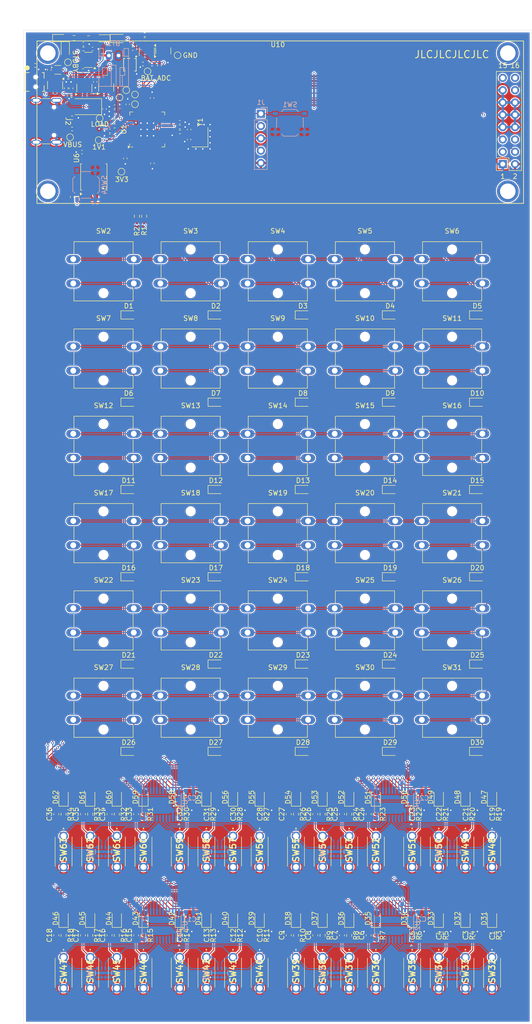
<source format=kicad_pcb>
(kicad_pcb (version 20240108) (generator "pcbnew") (generator_version "8.0")
  (layers (0 "F.Cu" signal) (31 "B.Cu" signal) (34 "B.Paste" user) (35 "F.Paste" user) (36 "B.SilkS" user "B.Silkscreen") (37 "F.SilkS" user "F.Silkscreen") (38 "B.Mask" user) (39 "F.Mask" user) (44 "Edge.Cuts" user))
  (net 0 "")
  (net 1 "+3V3")
  (net 2 "GND")
  (net 3 "Net-(D1-A)")
  (net 4 "/KEYS_COL_1")
  (net 5 "Net-(D2-A)")
  (net 6 "/KEYS_COL_2")
  (net 7 "/KEYS_COL_3")
  (net 8 "Net-(D3-A)")
  (net 9 "Net-(D4-A)")
  (net 10 "/KEYS_COL_4")
  (net 11 "/KEYS_COL_5")
  (net 12 "Net-(D5-A)")
  (net 13 "Net-(D6-A)")
  (net 14 "Net-(D7-A)")
  (net 15 "Net-(D8-A)")
  (net 16 "Net-(D9-A)")
  (net 17 "Net-(D10-A)")
  (net 18 "Net-(D11-A)")
  (net 19 "Net-(D12-A)")
  (net 20 "Net-(D13-A)")
  (net 21 "Net-(D14-A)")
  (net 22 "Net-(D15-A)")
  (net 23 "Net-(D16-A)")
  (net 24 "Net-(D17-A)")
  (net 25 "Net-(D18-A)")
  (net 26 "Net-(D19-A)")
  (net 27 "Net-(D20-A)")
  (net 28 "Net-(D21-A)")
  (net 29 "Net-(D22-A)")
  (net 30 "Net-(D23-A)")
  (net 31 "Net-(D24-A)")
  (net 32 "Net-(D25-A)")
  (net 33 "Net-(D26-A)")
  (net 34 "Net-(D27-A)")
  (net 35 "Net-(D28-A)")
  (net 36 "Net-(D29-A)")
  (net 37 "Net-(D30-A)")
  (net 38 "Net-(D31-K)")
  (net 39 "/Buttons0/LED_0")
  (net 40 "/Buttons0/LED_1")
  (net 41 "Net-(D32-K)")
  (net 42 "/Buttons0/LED_2")
  (net 43 "Net-(D33-K)")
  (net 44 "Net-(D34-K)")
  (net 45 "/Buttons0/LED_3")
  (net 46 "/Buttons0/LED_4")
  (net 47 "Net-(D35-K)")
  (net 48 "Net-(D36-K)")
  (net 49 "/Buttons0/LED_5")
  (net 50 "/Buttons0/LED_6")
  (net 51 "Net-(D37-K)")
  (net 52 "/Buttons0/LED_7")
  (net 53 "Net-(D38-K)")
  (net 54 "Net-(D39-K)")
  (net 55 "/Buttons1/LED_0")
  (net 56 "Net-(D40-K)")
  (net 57 "/Buttons1/LED_1")
  (net 58 "/Buttons1/LED_2")
  (net 59 "Net-(D41-K)")
  (net 60 "Net-(D42-K)")
  (net 61 "/Buttons1/LED_3")
  (net 62 "/Buttons1/LED_4")
  (net 63 "Net-(D43-K)")
  (net 64 "Net-(D44-K)")
  (net 65 "/Buttons1/LED_5")
  (net 66 "/Buttons1/LED_6")
  (net 67 "Net-(D45-K)")
  (net 68 "Net-(D46-K)")
  (net 69 "/Buttons1/LED_7")
  (net 70 "/Buttons2/LED_0")
  (net 71 "Net-(D47-K)")
  (net 72 "Net-(D48-K)")
  (net 73 "/Buttons2/LED_1")
  (net 74 "/Buttons2/LED_2")
  (net 75 "Net-(D49-K)")
  (net 76 "/Buttons2/LED_3")
  (net 77 "Net-(D50-K)")
  (net 78 "/Buttons2/LED_4")
  (net 79 "Net-(D51-K)")
  (net 80 "Net-(D52-K)")
  (net 81 "/Buttons2/LED_5")
  (net 82 "Net-(D53-K)")
  (net 83 "/Buttons2/LED_6")
  (net 84 "/Buttons2/LED_7")
  (net 85 "Net-(D54-K)")
  (net 86 "Net-(D55-K)")
  (net 87 "/Buttons3/LED_0")
  (net 88 "Net-(D56-K)")
  (net 89 "/Buttons3/LED_1")
  (net 90 "Net-(D57-K)")
  (net 91 "/Buttons3/LED_2")
  (net 92 "Net-(D58-K)")
  (net 93 "/Buttons3/LED_3")
  (net 94 "/Buttons3/LED_4")
  (net 95 "Net-(D59-K)")
  (net 96 "/Buttons3/LED_5")
  (net 97 "Net-(D60-K)")
  (net 98 "/Buttons3/LED_6")
  (net 99 "Net-(D61-K)")
  (net 100 "/Buttons3/LED_7")
  (net 101 "Net-(D62-K)")
  (net 102 "/KEYS_ROW_1")
  (net 103 "/KEYS_ROW_2")
  (net 104 "/KEYS_ROW_3")
  (net 105 "/KEYS_ROW_4")
  (net 106 "/KEYS_ROW_5")
  (net 107 "/KEYS_ROW_6")
  (net 108 "/Buttons0/BTN_0")
  (net 109 "/Buttons0/BTN_1")
  (net 110 "/Buttons0/BTN_2")
  (net 111 "/Buttons0/BTN_3")
  (net 112 "/Buttons0/BTN_4")
  (net 113 "/Buttons0/BTN_5")
  (net 114 "/Buttons0/BTN_6")
  (net 115 "/Buttons0/BTN_7")
  (net 116 "/Buttons1/BTN_0")
  (net 117 "/Buttons1/BTN_1")
  (net 118 "/Buttons1/BTN_2")
  (net 119 "/Buttons1/BTN_3")
  (net 120 "/Buttons1/BTN_4")
  (net 121 "/Buttons1/BTN_5")
  (net 122 "/Buttons1/BTN_6")
  (net 123 "/Buttons1/BTN_7")
  (net 124 "/Buttons2/BTN_0")
  (net 125 "/Buttons2/BTN_1")
  (net 126 "/Buttons2/BTN_2")
  (net 127 "/Buttons2/BTN_3")
  (net 128 "/Buttons2/BTN_4")
  (net 129 "/Buttons2/BTN_5")
  (net 130 "/Buttons2/BTN_6")
  (net 131 "/Buttons2/BTN_7")
  (net 132 "/Buttons3/BTN_0")
  (net 133 "/Buttons3/BTN_1")
  (net 134 "/Buttons3/BTN_2")
  (net 135 "/Buttons3/BTN_3")
  (net 136 "/Buttons3/BTN_4")
  (net 137 "/Buttons3/BTN_5")
  (net 138 "/Buttons3/BTN_6")
  (net 139 "/Buttons3/BTN_7")
  (net 140 "/LCD_SPI_DIN")
  (net 141 "/LCD_SPI_CS")
  (net 142 "/LCD_SPI_CLK")
  (net 143 "/I2C_SDA")
  (net 144 "/I2C_SCL")
  (net 145 "/BTN_0_INT")
  (net 146 "/BTN_1_INT")
  (net 147 "/BTN_2_INT")
  (net 148 "/BTN_3_INT")
  (net 150 "/Power/BAT+")
  (net 151 "/Power/BAT-")
  (net 152 "/Crystal/XIN")
  (net 153 "VBUS")
  (net 154 "/Power/LOAD")
  (net 155 "+1V1")
  (net 156 "/Power/LDO_EN")
  (net 157 "Net-(D64-A)")
  (net 158 "Net-(D65-A)")
  (net 159 "Net-(Q2-G)")
  (net 160 "/SWD")
  (net 161 "/SWCLK")
  (net 162 "/RUN")
  (net 163 "Net-(J2-CC2)")
  (net 164 "Net-(J2-CC1)")
  (net 165 "/PWR_BTN")
  (net 166 "Net-(Q3-B)")
  (net 167 "/Flash/QSPI_SS")
  (net 168 "/USB/USB_D-")
  (net 169 "/USB/USB_D+")
  (net 170 "/Crystal/XOUT")
  (net 171 "/PWR_EN")
  (net 172 "/BAT_ADC_EN")
  (net 173 "/BAT_ADC")
  (net 174 "/Flash/QSPI_SD0")
  (net 175 "/Flash/QSPI_SD1")
  (net 176 "/Flash/QSPI_SD3")
  (net 177 "/Flash/QSPI_SD2")
  (net 178 "/Flash/QSPI_SCLK")
  (net 179 "/USB/USB_DM")
  (net 180 "/USB/USB_DP")
  (net 181 "/Power/TP4057_~{CHRG}")
  (net 182 "/Power/TP4057_~{STDBY}")
  (net 183 "/CHRG")
  (net 184 "Net-(U1-GPIO29_ADC3)")
  (net 185 "Net-(U1-GPIO28_ADC2)")
  (net 186 "Net-(U1-GPIO27_ADC1)")
  (net 187 "Net-(C39-Pad2)")
  (net 188 "/LCD_RESET")
  (net 190 "Net-(Q4-G)")
  (net 191 "Net-(D68-Pad1)")
  (net 192 "Net-(Q2-D)")
  (net 193 "/Power/~{STDBY}")
  (net 196 "/LCD_DC")
  (net 197 "Net-(U9-VDD)")
  (net 198 "Net-(R36-Pad1)")
  (net 199 "Net-(U8-PROG)")
  (net 200 "Net-(R52-Pad1)")
  (footprint "Crystal:Crystal_SMD_Abracon_ABM8G-4Pin_3.2x2.5mm" (layer "F.Cu") (at 56.42 42.1 90)
    (property "Reference" "Y1")
    (property "Value" "ABM8-272-T3")
  )
  (footprint "SamacSys_Parts:PTS636SL50LFS" (layer "F.Cu") (at 33.75 211.2 -90)
    (property "Reference" "SW46")
    (property "Value" "PTS636SL50 LFS" (hide yes))
  )
  (footprint "Resistor_SMD:R_0603_1608Metric" (layer "F.Cu") (at 57.75 181.700001 -90)
    (property "Reference" "R29")
    (property "Value" "270")
  )
  (footprint "Button_Switch_THT:SW_SPST_Omron_B3F-40xx" (layer "F.Cu") (at 84.25 103.25)
    (property "Reference" "SW15")
    (property "Value" "B3F")
  )
  (footprint "Resistor_SMD:R_0402_1005Metric" (layer "F.Cu") (at 42.56 22.9 180)
    (property "Reference" "R48" (hide yes))
    (property "Value" "1k")
  )
  (footprint "Diode_SMD:D_SOD-323" (layer "F.Cu") (at 59.7 150.75)
    (property "Reference" "D22")
    (property "Value" "1N4148WS")
  )
  (footprint "Diode_SMD:D_SOD-323" (layer "F.Cu") (at 59.7 132.75)
    (property "Reference" "D17")
    (property "Value" "1N4148WS")
  )
  (footprint "Button_Switch_THT:SW_SPST_Omron_B3F-40xx" (layer "F.Cu") (at 48.25 157.25)
    (property "Reference" "SW28")
    (property "Value" "B3F")
  )
  (footprint "Capacitor_SMD:C_0402_1005Metric" (layer "F.Cu") (at 32.33 22.9)
    (property "Reference" "C40" (hide yes))
    (property "Value" "10u")
  )
  (footprint "Capacitor_SMD:C_0603_1608Metric" (layer "F.Cu") (at 107.25 206.700001 90)
    (property "Reference" "C4")
    (property "Value" "100n")
  )
  (footprint "Button_Switch_THT:SW_SPST_Omron_B3F-40xx" (layer "F.Cu") (at 48.25 121.25)
    (property "Reference" "SW18")
    (property "Value" "B3F")
  )
  (footprint "LED_SMD:LED_0805_2012Metric_Pad1.15x1.40mm_HandSolder" (layer "F.Cu") (at 33.75 203.200001 90)
    (property "Reference" "D45")
    (property "Value" "IN-S85AT5B")
  )
  (footprint "Capacitor_SMD:C_0603_1608Metric" (layer "F.Cu") (at 101.75 206.700001 90)
    (property "Reference" "C5")
    (property "Value" "100n")
  )
  (footprint "LED_SMD:LED_0805_2012Metric_Pad1.15x1.40mm_HandSolder" (layer "F.Cu") (at 100.25 203.200001 90)
    (property "Reference" "D34")
    (property "Value" "IN-S85AT5B")
  )
  (footprint "Diode_SMD:D_SOD-323" (layer "F.Cu") (at 95.7 78.75)
    (property "Reference" "D4")
    (property "Value" "1N4148WS")
  )
  (footprint "Resistor_SMD:R_0603_1608Metric_Pad0.98x0.95mm_HandSolder" (layer "F.Cu") (at 43.4 58.3875 -90)
    (property "Reference" "R2")
    (property "Value" "4.7k")
  )
  (footprint "TestPoint:TestPoint_Pad_D1.0mm" (layer "F.Cu") (at 43 35.3)
    (property "Reference" "TP3" (hide yes))
    (property "Value" "TEST_GPIO29_ADC3")
  )
  (footprint "Resistor_SMD:R_0402_1005Metric" (layer "F.Cu") (at 22.41 27.3)
    (property "Reference" "R52" (hide yes))
    (property "Value" "1k")
  )
  (footprint "Resistor_SMD:R_0402_1005Metric" (layer "F.Cu") (at 25.31 28.19 -90)
    (property "Reference" "R55" (hide yes))
    (property "Value" "100k")
  )
  (footprint "Capacitor_SMD:C_0603_1608Metric" (layer "F.Cu") (at 64.75 181.700001 90)
    (property "Reference" "C30")
    (property "Value" "100n")
  )
  (footprint "SSD1322_OLED:SSD1322_OLED" (layer "F.Cu") (at 22.75 22.25)
    (property "Reference" "U10")
    (property "Value" "3.12\" SSD1322 OLED")
  )
  (footprint "Button_Switch_THT:SW_SPST_Omron_B3F-40xx" (layer "F.Cu") (at 30.25 139.25)
    (property "Reference" "SW22")
    (property "Value" "B3F")
  )
  (footprint "Resistor_SMD:R_0603_1608Metric" (layer "F.Cu") (at 52.25 181.700001 -90)
    (property "Reference" "R30")
    (property "Value" "270")
  )
  (footprint "Resistor_SMD:R_0603_1608Metric" (layer "F.Cu") (at 39.25 181.7 -90)
    (property "Reference" "R32")
    (property "Value" "270")
  )
  (footprint "SamacSys_Parts:PTS636SL50LFS" (layer "F.Cu") (at 28.25 211.2 -90)
    (property "Reference" "SW47")
    (property "Value" "PTS636SL50 LFS" (hide yes))
  )
  (footprint "SamacSys_Parts:PTS636SL50LFS" (layer "F.Cu") (at 100.25 211.200001 -90)
    (property "Reference" "SW35")
    (property "Value" "PTS636SL50 LFS" (hide yes))
  )
  (footprint "Capacitor_SMD:C_0402_1005Metric" (layer "F.Cu") (at 34.23 23.9)
    (property "Reference" "C43" (hide yes))
    (property "Value" "10u")
  )
  (footprint "Resistor_SMD:R_0603_1608Metric" (layer "F.Cu") (at 81.75 181.7 -90)
    (property "Reference" "R25")
    (property "Value" "270")
  )
  (footprint "LED_SMD:LED_0805_2012Metric_Pad1.15x1.40mm_HandSolder" (layer "F.Cu") (at 33.75 178.200001 90)
    (property "Reference" "D61")
    (property "Value" "IN-S85AT5B")
  )
  (footprint "Button_Switch_THT:SW_SPST_Omron_B3F-40xx" (layer "F.Cu") (at 30.25 85.25)
    (property "Reference" "SW7")
    (property "Value" "B3F")
  )
  (footprint "Resistor_SMD:R_0603_1608Metric" (layer "F.Cu") (at 63.25 206.700001 -90)
    (property "Reference" "R12")
    (property "Value" "270")
  )
  (footprint "Resistor_SMD:R_0402_1005Metric" (layer "F.Cu") (at 46.51 27 180)
    (property "Reference" "R50" (hide yes))
    (property "Value" "10k")
  )
  (footprint "SamacSys_Parts:PTS636SL50LFS" (layer "F.Cu") (at 28.25 186.2 -90)
    (property "Reference" "SW63")
    (property "Value" "PTS636SL50 LFS" (hide yes))
  )
  (footprint "Resistor_SMD:R_0603_1608Metric" (layer "F.Cu") (at 100.25 181.700001 -90)
    (property "Reference" "R22")
    (property "Value" "270")
  )
  (footprint "LED_SMD:LED_0603_1608Metric" (layer "F.Cu") (at 36.3625 21.7 180)
    (property "Reference" "D65" (hide yes))
    (property "Value" "KT-0603R")
  )
  (footprint "Capacitor_SMD:C_0402_1005Metric" (layer "F.Cu") (at 38.815 37.8 180)
    (property "Reference" "C54" (hide yes))
    (property "Value" "1u")
  )
  (footprint "LED_SMD:LED_0805_2012Metric_Pad1.15x1.40mm_HandSolder" (layer "F.Cu") (at 81.75 203.200001 90)
    (property "Reference" "D37")
    (property "Value" "IN-S85AT5B")
  )
  (footprint "R_667799:R-667799_MIT" (layer "F.Cu") (at 22.245799 30.7 -90)
    (property "Reference" "SW65" (hide yes))
    (property "Value" "R-667799")
  )
  (footprint "Button_Switch_THT:SW_SPST_Omron_B3F-40xx" (layer "F.Cu") (at 48.25 85.25)
    (property "Reference" "SW8")
    (property "Value" "B3F")
  )
  (footprint "Diode_SMD:D_SOD-323" (layer "F.Cu") (at 95.7 132.75)
    (property "Reference" "D19")
    (property "Value" "1N4148WS")
  )
  (footprint "SamacSys_Parts:PTS636SL50LFS" (layer "F.Cu") (at 100.249999 186.200001 -90)
    (property "Reference" "SW51")
    (property "Value" "PTS636SL50 LFS" (hide yes))
  )
  (footprint "SamacSys_Parts:PTS636SL50LFS" (layer "F.Cu") (at 105.75 211.200001 -90)
    (property "Reference" "SW34")
    (property "Value" "PTS636SL50 LFS" (hide yes))
  )
  (footprint "Resistor_SMD:R_0603_1608Metric" (layer "F.Cu") (at 76.25 206.700001 -90)
    (property "Reference" "R10")
    (property "Value" "270")
  )
  (footprint "LED_SMD:LED_0805_2012Metric_Pad1.15x1.40mm_HandSolder" (layer "F.Cu") (at 87.25 203.200001 90)
    (property "Reference" "D36")
    (property "Value" "IN-S85AT5B")
  )
  (footprint "SamacSys_Parts:PTS636SL50LFS" (layer "F.Cu") (at 63.25 186.200001 -90)
    (property "Reference" "SW57")
    (property "Value" "PTS636SL50 LFS" (hide yes))
  )
  (footprint "SamacSys_Parts:PTS636SL50LFS" (layer "F.Cu") (at 68.75 211.200001 -90)
    (property "Reference" "SW40")
    (property "Value" "PTS636SL50 LFS" (hide yes))
  )
  (footprint "Capacitor_SMD:C_0402_1005Metric" (layer "F.Cu") (at 41 46.48 -90)
    (property "Reference" "C51" (hide yes))
    (property "Value" "100n")
  )
  (footprint "Button_Switch_THT:SW_SPST_Omron_B3F-40xx" (layer "F.Cu") (at 84.25 85.25)
    (property "Reference" "SW10")
    (property "Value" "B3F")
  )
  (footprint "Capacitor_SMD:C_0603_1608Metric" (layer "F.Cu") (at 32.25 206.7 90)
    (property "Reference" "C17")
    (property "Value" "100n")
  )
  (footprint "Diode_SMD:D_SOD-323" (layer "F.Cu") (at 41.7 150.75)
    (property "Reference" "D21")
    (property "Value" "1N4148WS")
  )
  (footprint "SamacSys_Parts:PTS636SL50LFS" (layer "F.Cu") (at 76.25 211.200001 -90)
    (property "Reference" "SW39")
    (property "Value" "PTS636SL50 LFS" (hide yes))
  )
  (footprint "Capacitor_SMD:C_0402_1005Metric" (layer "F.Cu") (at 52.25 40)
    (property "Reference" "C57" (hide yes))
    (property "Value" "100n")
  )
  (footprint "Resistor_SMD:R_0603_1608Metric" (layer "F.Cu") (at 87.25 206.700001 -90)
    (property "Reference" "R8")
    (property "Value" "270")
  )
  (footprint "Capacitor_SMD:C_0603_1608Metric" (layer "F.Cu") (at 26.75 181.7 90)
    (property "Reference" "C36")
    (property "Value" "100n")
  )
  (footprint "Capacitor_SMD:C_0402_1005Metric" (layer "F.Cu") (at 54.17 40.52 -90)
    (property "Reference" "C39" (hide yes))
    (property "Value" "15p")
  )
  (footprint "LED_SMD:LED_0805_2012Metric_Pad1.15x1.40mm_HandSolder" (layer "F.Cu") (at 39.25 203.200001 90)
    (property "Reference" "D44")
    (property "Value" "IN-S85AT5B")
  )
  (footprint "Resistor_SMD:R_0603_1608Metric" (layer "F.Cu") (at 105.75 181.700001 -90)
    (property "Reference" "R21")
    (property "Value" "270")
  )
  (footprint "Resistor_SMD:R_0402_1005Metric" (layer "F.Cu") (at 31.0325 54.41 90)
    (property "Reference" "R36" (hide yes))
    (property "Value" "1k")
  )
  (footprint "Diode_SMD:D_SOD-323" (layer "F.Cu") (at 113.7 78.75)
    (property "Reference" "D5")
    (property "Value" "1N4148WS")
  )
  (footprint "Diode_SMD:D_SOD-323" (layer "F.Cu") (at 77.7 78.75)
    (property "Reference" "D3")
    (property "Value" "1N4148WS")
  )
  (footprint "LED_SMD:LED_0805_2012Metric_Pad1.15x1.40mm_HandSolder" (layer "F.Cu") (at 44.75 178.200001 90)
    (property "Reference" "D59")
    (property "Value" "IN-S85AT5B")
  )
  (footprint "LED_SMD:LED_0805_2012Metric_Pad1.15x1.40mm_HandSolder" (layer "F.Cu") (at 63.25 178.200002 90)
    (property "Reference" "D56")
    (property "Value" "IN-S85AT5B")
  )
  (footprint "Package_TO_SOT_SMD:SOT-23-3" (layer "F.Cu") (at 26.5 31.3625 -90)
    (property "Reference" "D68" (hide yes))
    (property "Value" "BAT54C")
  )
  (footprint "Button_Switch_THT:SW_SPST_Omron_B3F-40xx" (layer "F.Cu") (at 102.25 85.25)
    (property "Reference" "SW11")
    (property "Value" "B3F")
  )
  (footprint "Capacitor_SMD:C_0402_1005Metric" (layer "F.Cu") (at 45.03 21.92)
    (property "Reference" "C45" (hide yes))
    (property "Value" "100p")
  )
  (footprint "Button_Switch_THT:SW_SPST_Omron_B3F-40xx" (layer "F.Cu") (at 66.25 157.25)
    (property "Reference" "SW29")
    (property "Value" "B3F")
  )
  (footprint "Resistor_SMD:R_0603_1608Metric" (layer "F.Cu") (at 92.75 181.7 -90)
    (property "Reference" "R23")
    (property "Value" "270")
  )
  (footprint "Button_Switch_THT:SW_SPST_Omron_B3F-40xx" (layer "F.Cu") (at 30.25 67.25)
    (property "Reference" "SW2")
    (property "Value" "B3F")
  )
  (footprint "SamacSys_Parts:PTS636SL50LFS" (layer "F.Cu") (at 111.25 211.200001 -90)
    (property "Reference" "SW33")
    (property "Value" "PTS636SL50 LFS" (hide yes))
  )
  (footprint "SamacSys_Parts:PTS636SL50LFS" (layer "F.Cu") (at 52.249999 186.200001 -90)
    (property "Reference" "SW59")
    (property "Value" "PTS636SL50 LFS" (hide yes))
  )
  (footprint "SamacSys_Parts:PTS636SL50LFS" (layer "F.Cu") (at 92.75 186.200001 -90)
    (property "Reference" "SW52")
    (property "Value" "PTS636SL50 LFS" (hide yes))
  )
  (footprint "Resistor_SMD:R_0402_1005Metric" (layer "F.Cu") (at 29.21 29.7 180)
    (property "Reference" "R54" (hide yes))
    (property "Value" "1k")
  )
  (footprint "Diode_SMD:D_SMA" (layer "F.Cu") (at 32.6 35.8 180)
    (property "Reference" "D63" (hide yes))
    (property "Value" "SS14")
  )
  (footprint "Resistor_SMD:R_0402_1005Metric" (layer "F.Cu") (at 45.01 20.95)
    (property "Reference" "R47" (hide yes))
    (property "Value" "10k")
  )
  (footprint "Resistor_SMD:R_0603_1608Metric" (layer "F.Cu") (at 44.75 206.7 -90)
    (property "Reference" "R15")
    (property "Value" "270")
  )
  (footprint "TestPoint:TestPoint_Pad_D1.0mm" (layer "F.Cu") (at 45.6 28.5)
    (property "Reference" "TP7" (hide yes))
    (property "Value" "TEST_BAT_ADC")
  )
  (footprint "Button_Switch_THT:SW_SPST_Omron_B3F-40xx" (layer "F.Cu") (at 102.25 121.25)
    (property "Reference" "SW21")
    (property "Value" "B3F")
  )
  (footprint "LED_SMD:LED_0805_2012Metric_Pad1.15x1.40mm_HandSolder" (layer "F.Cu") (at 57.75 178.200002 90)
    (property "Reference" "D57")
    (property "Value" "IN-S85AT5B")
  )
  (footprint "LED_SMD:LED_0805_2012Metric_Pad1.15x1.40mm_HandSolder" (layer "F.Cu") (at 28.25 203.200001 90)
    (property "Reference" "D46")
    (property "Value" "IN-S85AT5B")
  )
  (footprint "Capacitor_SMD:C_0603_1608Metric" (layer "F.Cu") (at 53.75 181.700001 90)
    (property "Reference" "C32")
    (property "Value" "100n")
  )
  (footprint "Resistor_SMD:R_0603_1608Metric" (layer "F.Cu") (at 39.25 206.7 -90)
    (property "Reference" "R16")
    (property "Value" "270")
  )
  (footprint "Capacitor_SMD:C_0603_1608Metric" (layer "F.Cu") (at 112.75 206.700001 90)
    (property "Reference" "C3")
    (property "Value" "100n")
  )
  (footprint "Diode_SMD:D_SOD-323" (layer "F.Cu") (at 41.7 96.75)
    (property "Reference" "D6")
    (property "Value" "1N4148WS")
  )
  (footprint "SamacSys_Parts:PTS636SL50LFS" (layer "F.Cu") (at 33.75 186.2 -90)
    (property "Reference" "SW62")
    (property "Value" "PTS636SL50 LFS" (hide yes))
  )
  (footprint "Package_TO_SOT_SMD:SOT-23" (layer "F.Cu") (at 48.85 24.2875 90)
    (property "Reference" "Q3" (hide yes))
    (property "Value" "MMBT3904")
  )
  (footprint "Resistor_SMD:R_0603_1608Metric" (layer "F.Cu") (at 33.75 206.7 -90)
    (property "Reference" "R17")
    (property "Value" "270")
  )
  (footprint "Capacitor_SMD:C_0402_1005Metric" (layer "F.Cu") (at 36.7 36.28 -90)
    (property "Reference" "C42" (hide yes))
    (property "Value" "1u")
  )
  (footprint "TestPoint:TestPoint_Pad_D1.0mm" (layer "F.Cu") (at 29.15 26.65)
    (property "Reference" "TP11" (hide yes))
    (property "Value" "TEST_STDBY")
  )
  (footprint "Resistor_SMD:R_0603_1608Metric" (layer "F.Cu") (at 30.425 21.65 180)
    (property "Reference" "R45" (hide yes))
    (property "Value" "2k")
  )
  (footprint "LED_SMD:LED_0805_2012Metric_Pad1.15x1.40mm_HandSolder" (layer "F.Cu") (at 87.25 178.200001 90)
    (property "Reference" "D52")
    (property "Value" "IN-S85AT5B")
  )
  (footprint "SamacSys_Parts:PTS636SL50LFS" (layer "F.Cu") (at 44.75 186.200001 -90)
    (property "Reference" "SW60")
    (property "Value" "PTS636SL50 LFS" (hide yes))
  )
  (footprint "Resistor_SMD:R_0603_1608Metric" (layer "F.Cu") (at 68.75 181.700001 -90)
    (property "Reference" "R27")
    (property "Value" "270")
  )
  (footprint "SamacSys_Parts:PTS636SL50LFS" (layer "F.Cu") (at 81.75 211.200001 -90)
    (property "Reference" "SW38")
    (property "Value" "PTS636SL50 LFS" (hide yes))
  )
  (footprint "Capacitor_SMD:C_0603_1608Metric" (layer "F.Cu") (at 112.75 181.700001 90)
    (property "Reference" "C21")
    (property "Value" "100n")
  )
  (footprint "Diode_SMD:D_SOD-323" (layer "F.Cu") (at 113.7 96.75)
    (property "Reference" "D10")
    (property "Value" "1N4148WS")
  )
  (footprint "Connector_USB:USB_C_Receptacle_GCT_USB4105-xx-A_16P_TopMnt_Horizontal" (layer "F.Cu") (at 23.675 38.8 -90)
    (property "Reference" "J2")
    (property "Value" "USB4105-GF-A")
  )
  (footprint "Diode_SMD:D_SOD-323" (layer "F.Cu") (at 77.7 132.75)
    (property "Reference" "D18")
    (property "Value" "1N4148WS")
  )
  (footprint "Resistor_SMD:R_0603_1608Metric" (layer "F.Cu") (at 68.75 206.700001 -90)
    (property "Reference" "R11")
    (property "Value" "270")
  )
  (footprint "Capacitor_SMD:C_0603_1608Metric" (layer "F.Cu") (at 101.75 181.700001 90)
    (property "Reference" "C23")
    (property "Value" "100n")
  )
  (footprint "Capacitor_SMD:C_0603_1608Metric" (layer "F.Cu") (at 80.25 206.700001 90)
    (property "Reference" "C8")
    (property "Value" "100n")
  )
  (footprint "TestPoint:TestPoint_Pad_D1.0mm" (layer "F.Cu") (at 51.8 25.2)
    (property "Reference" "TP8" (hide yes))
    (property "Value" "TEST_GND")
  )
  (footprint "Resistor_SMD:R_0603_1608Metric" (layer "F.Cu") (at 116.75 181.700001 -90)
    (property "Reference" "R19")
    (property "Value" "270")
  )
  (footprint "SamacSys_Parts:PTS636SL50LFS" (layer "F.Cu") (at 68.75 186.200001 -90)
    (property "Reference" "SW56")
    (property "Value" "PTS636SL50 LFS" (hide yes))
  )
  (footprint "Capacitor_SMD:C_0603_1608Metric" (layer "F.Cu") (at 32.25 181.7 90)
    (property "Reference" "C35")
    (property "Value" "100n")
  )
  (footprint "Capacitor_SMD:C_0402_1005Metric" (layer "F.Cu") (at 46.53 34.02 90)
    (property "Reference" "C58" (hide yes))
    (property "Value" "100n")
  )
  (footprint "Resistor_SMD:R_0603_1608Metric" (layer "F.Cu") (at 76.25 181.7 -90)
    (property "Reference" "R26")
    (property "Value" "270")
  )
  (footprint "TestPoint:TestPoint_Pad_D1.0mm" (layer "F.Cu") (at 35.5 42.7)
    (property "Reference" "TP5" (hide yes))
    (property "Value" "TEST_1V1")
  )
  (footprint "Capacitor_SMD:C_0603_1608Metric" (layer "F.Cu") (at 59.25 206.700001 90)
    (property "Reference" "C13")
    (property "Value" "100n")
  )
  (footprint "Resistor_SMD:R_0402_1005Metric" (layer "F.Cu") (at 52.28 41 180)
    (property "Reference" "R41" (hide yes))
    (property "Value" "1k")
  )
  (footprint "LED_SMD:LED_0805_2012Metric_Pad1.15x1.40mm_HandSolder" (layer "F.Cu") (at 100.25 178.200002 90)
    (property "Reference" "D50")
    (property "Value" "IN-S85AT5B")
  )
  (footprint "Resistor_SMD:R_0603_1608Metric" (layer "F.Cu") (at 111.25 181.700001 -90)
    (property "Reference" "R20")
    (property "Value" "270")
  )
  (footprint "SamacSys_Parts:PTS636SL50LFS" (layer "F.Cu") (at 92.75 211.200001 -90)
    (property "Reference" "SW36")
    (property "Value" "PTS636SL50 LFS" (hide yes))
  )
  (footprint "Resistor_SMD:R_0402_1005Metric" (layer "F.Cu") (at 30.01 40.4)
    (property "Reference" "R38" (hide yes))
    (property "Value" "5.1k")
  )
  (footprint "Resistor_SMD:R_0603_1608Metric" (layer "F.Cu") (at 105.75 206.700001 -90)
    (property "Reference" "R5")
    (property "Value" "270")
  )
  (footprint "Resistor_SMD:R_0402_1005Metric" (layer "F.Cu") (at 38.785 39.8)
    (property "Reference" "R40" (hide yes))
    (property "Value" "27")
  )
  (footprint "LED_SMD:LED_0805_2012Metric_Pad1.15x1.40mm_HandSolder" (layer "F.Cu") (at 92.75 178.200001 90)
    (property "Reference" "D51")
    (property "Value" "IN-S85AT5B")
  )
  (footprint "Capacitor_SMD:C_0402_1005Metric" (layer "F.Cu") (at 54.17 42.58 90)
    (property "Reference" "C38" (hide yes))
    (property "Value" "15p")
  )
  (footprint "SamacSys_Parts:PTS636SL50LFS" (layer "F.Cu") (at 116.75 211.200001 -90)
    (property "Reference" "SW32")
    (property "Value" "PTS636SL50 LFS" (hide yes))
  )
  (footprint "LED_SMD:LED_0805_2012Metric_Pad1.15x1.40mm_HandSolder" (layer "F.Cu") (at 76.25 203.200001 90)
    (property "Reference" "D38")
    (property "Value" "IN-S85AT5B")
  )
  (footprint "Diode_SMD:D_SOD-323" (layer "F.Cu") (at 77.7 150.75)
    (property "Reference" "D23")
    (property "Value" "1N4148WS")
  )
  (footprint "LED_SMD:LED_0805_2012Metric_Pad1.15x1.40mm_HandSolder" (layer "F.Cu") (at 44.75 203.200001 90)
    (property "Reference" "D43")
    (property "Value" "IN-S85AT5B")
  )
  (footprint "Resistor_SMD:R_0402_1005Metric" (layer "F.Cu") (at 28.8 32.01 90)
    (property "Reference" "R53" (hide yes))
    (property "Value" "100k")
  )
  (footprint "Button_Switch_THT:SW_SPST_Omron_B3F-40xx" (layer "F.Cu") (at 48.25 67.25)
    (property "Reference" "SW3")
    (property "Value" "B3F")
  )
  (footprint "Package_TO_SOT_SMD:TSOT-23-6" (layer "F.Cu") (at 33.3875 26.15 180)
    (property "Reference" "U8" (hide yes))
    (property "Value" "TP4057")
  )
  (footprint "LED_SMD:LED_0805_2012Metric_Pad1.15x1.40mm_HandSolder" (layer "F.Cu") (at 116.75 203.200001 90)
    (property "Reference" "D31")
    (property "Value" "IN-S85AT5B")
  )
  (footprint "Capacitor_SMD:C_0402_1005Metric" (layer "F.Cu") (at 38.815 36.8 180)
    (property "Reference" "C55" (hide yes))
    (property "Value" "1u")
  )
  (footprint "Capacitor_SMD:C_0402_1005Metric" (layer "F.Cu") (at 29.8 32.02 90)
    (property "Reference" "C53" (hide yes))
    (property "Value" "470n")
  )
  (footprint "Diode_SMD:D_SOD-323" (layer "F.Cu") (at 113.7 114.75)
    (property "Reference" "D15")
    (property "Value" "1N4148WS")
  )
  (footprint "Button_Switch_THT:SW_SPST_Omron_B3F-40xx" (layer "F.Cu") (at 102.25 157.25)
    (property "Reference" "SW31")
    (property "Value" "B3F")
  )
  (footprint "Resistor_SMD:R_0603_1608Metric" (layer "F.Cu") (at 87.25 181.7 -90)
    (property "Reference" "R24")
    (property "Value" "270")
  )
  (footprint "LED_SMD:LED_0805_2012Metric_Pad1.15x1.40mm_HandSolder" (layer "F.Cu") (at 68.75 178.200002 90)
    (property "Reference" "D55")
    (property "Value" "IN-S85AT5B")
  )
  (footprint "Capacitor_SMD:C_0603_1608Metric" (layer "F.Cu") (at 64.75 206.700001 90)
    (property "Reference" "C12")
    (property "Value" "100n")
  )
  (footprint "Capacitor_SMD:C_0603_1608Metric" (layer "F.Cu") (at 74.75 206.700001 90)
    (property "Reference" "C9")
    (property "Value" "100n")
  )
  (footprint "Resistor_SMD:R_0603_1608Metric" (layer "F.Cu") (at 116.75 206.700001 -90)
    (property "Reference" "R3")
    (property "Value" "270")
  )
  (footprint "LED_SMD:LED_0805_2012Metric_Pad1.15x1.40mm_HandSolder" (layer "F.Cu") (at 105.75 203.200001 90)
    (property "Reference" "D33")
    (property "Value" "IN-S85AT5B")
  )
  (footprint "Button_Switch_THT:SW_SPST_Omron_B3F-40xx" (layer "F.Cu") (at 66.25 85.25)
    (property "Reference" "SW9")
    (property "Value" "B3F")
  )
  (footprint "Button_Switch_THT:SW_SPST_Omron_B3F-40xx" (layer "F.Cu") (at 30.25 121.25)
    (property "Reference" "SW17")
    (property "Value" "B3F")
  )
  (footprint "Package_SO:SOIC-8_5.23x5.23mm_P1.27mm" (layer "F.Cu") (at 34.495 50.3 90)
    (property "Reference" "U6")
    (property "Value" "W25Q32JVSS")
  )
  (footprint "TestPoint:TestPoint_Pad_D1.0mm" (layer "F.Cu") (at 41.2 32.4)
    (property "Reference" "TP1" (hide yes))
    (property "Value" "TEST_GPIO27_ADC1")
  )
  (footprint "Diode_SMD:D_SOD-323" (layer "F.Cu") (at 41.7 168.75)
    (property "Reference" "D26")
    (property "Value" "1N4148WS")
  )
  (footprint "Button_Switch_THT:SW_SPST_Omron_B3F-40xx" (layer "F.Cu") (at 84.25 139.25)
    (property "Reference" "SW25")
    (property "Value" "B3F")
  )
  (footprint "Button_Switch_THT:SW_SPST_Omron_B3F-40xx" (layer "F.Cu") (at 48.25 139.25)
    (property "Reference" "SW23")
    (property "Value" "B3F")
  )
  (footprint "SamacSys_Parts:PTS636SL50LFS" (layer "F.Cu") (at 52.249999 211.200001 -90)
    (property "Reference" "SW43")
    (property "Value" "PTS636SL50 LFS" (hide yes))
  )
  (footprint "Resistor_SMD:R_0603_1608Metric" (layer "F.Cu") (at 44.75 181.7 -90)
    (property "Reference" "R31")
    (property "Value" "270")
  )
  (footprint "Button_Switch_THT:SW_SPST_Omron_B3F-40xx" (layer "F.Cu") (at 102.25 103.25)
    (property "Reference" "SW16")
    (property "Value" "B3F")
  )
  (footprint "Resistor_SMD:R_0603_1608Metric" (layer "F.Cu") (at 33.4 21.7)
    (property "Reference" "R46" (hide yes))
    (property "Value" "2k")
  )
  (footprint "Diode_SMD:D_SOD-323" (layer "F.Cu") (at 59.7 168.75)
    (property "Reference" "D27")
    (property "Value" "1N4148WS")
  )
  (footprint "Button_Switch_THT:SW_SPST_Omron_B3F-40xx" (layer "F.Cu") (at 66.25 103.25)
    (property "Reference" "SW14")
    (property "Value" "B3F")
  )
  (footprint "Package_TO_SOT_SMD:SOT-23-5" (layer "F.Cu") (at 37.05 31.8375 90)
    (property "Reference" "U7" (hide yes))
    (property "Value" "TLV75533PDBV")
  )
  (footprint "TestPoint:TestPoint_Pad_D1.0mm" (layer "F.Cu") (at 39.8 33.9)
    (property "Reference" "TP9" (hide yes))
    (property "Value" "TEST_LDO_EN")
  )
  (footprint "LED_SMD:LED_0805_2012Metric_Pad1.15x1.40mm_HandSolder" (layer "F.Cu") (at 105.75 178.200002 90)
    (property "Reference" "D49")
    (property "Value" "IN-S85AT5B")
  )
  (footprint "Resistor_SMD:R_0402_1005Metric" (layer "F.Cu") (at 30 38.1)
    (property "Reference" "R37" (hide yes))
    (property "Value" "5.1k")
  )
  (footprint "Capacitor_SMD:C_0603_1608Metric" (layer "F.Cu") (at 107.25 181.700001 90)
    (property "Reference" "C22")
    (property "Value" "100n")
  )
  (footprint "Diode_SMD:D_SOD-323" (layer "F.Cu") (at 77.7 96.75)
    (property "Reference" "D8")
    (property "Value" "1N4148WS")
  )
  (footprint "LED_SMD:LED_0805_2012Metric_Pad1.15x1.40mm_HandSolder" (layer "F.Cu") (at 52.25 203.200002 90)
    (property "Reference" "D42")
    (property "Value" "IN-S85AT5B")
  )
  (footprint "LED_SMD:LED_0805_2012Metric_Pad1.15x1.40mm_HandSolder" (layer "F.Cu") (at 111.25 203.200001 90)
    (property "Reference" "D32")
    (property "Value" "IN-S85AT5B")
  )
  (footprint "Button_Switch_THT:SW_SPST_Omron_B3F-40xx" (layer "F.Cu") (at 66.25 121.25)
    (property "Reference" "SW19")
    (property "Value" "B3F")
  )
  (footprint "Capacitor_SMD:C_0603_1608Metric" (layer "F.Cu") (at 91.25 206.700001 90)
    (property "Reference" "C6")
    (property "Value" "100n")
  )
  (footprint "LED_SMD:LED_0805_2012Metric_Pad1.15x1.40mm_HandSolder" (layer "F.Cu") (at 63.25 203.200002 90)
    (property "Reference" "D40")
    (property "Value" "IN-S85AT5B")
  )
  (footprint "Diode_SMD:D_SOD-323" (layer "F.Cu") (at 77.7 168.75)
    (property "Reference" "D28")
    (property "Value" "1N4148WS")
  )
  (footprint "LED_SMD:LED_0805_2012Metric_Pad1.15x1.40mm_HandSolder" (layer "F.Cu") (at 76.25 178.200001 90)
    (property "Reference" "D54")
    (property "Value" "IN-S85AT5B")
  )
  (footprint "Capacitor_SMD:C_0603_1608Metric" (layer "F.Cu") (at 85.75 206.700001 90)
    (property "Reference" "C7")
    (property "Value" "100n")
  )
  (footprint "Resistor_SMD:R_0603_1608Metric" (layer "F.Cu") (at 92.75 206.700001 -90)
    (property "Reference" "R7")
    (property "Value" "270")
  )
  (footprint "SamacSys_Parts:PTS636SL50LFS" (layer "F.Cu") (at 39.25 186.2 -90)
    (property "Reference" "SW61")
    (property "Value" "PTS636SL50 LFS" (hide yes))
  )
  (footprint "Capacitor_SMD:C_0402_1005Metric" (layer "F.Cu") (at 42.53 23.85 180)
    (property "Reference" "C46" (hide yes))
    (property "Value" "0.1u")
  )
  (footprint "Diode_SMD:D_SOD-323" (layer "F.Cu") (at 113.7 132.75)
    (property "Reference" "D20")
    (property "Value" "1N4148WS")
  )
  (footprint "Button_Switch_THT:SW_SPST_Omron_B3F-40xx" (layer "F.Cu") (at 30.25 103.25)
    (property "Reference" "SW12")
    (property "Value" "B3F")
  )
  (footprint "Resistor_SMD:R_0603_1608Metric" (layer "F.Cu") (at 81.75 206.700001 -90)
    (property "Reference" "R9")
    (property "Value" "270")
  )
  (footprint "Diode_SMD:D_SOD-323" (layer "F.Cu") (at 113.7 168.75)
    (property "Reference" "D30")
    (property "Value" "1N4148WS")
  )
  (footprint "Button_Switch_THT:SW_SPST_Omron_B3F-40xx" (layer "F.Cu") (at 102.25 139.25)
    (property "Reference" "SW26")
    (property "Value" "B3F")
  )
  (footprint "Resistor_SMD:R_0603_1608Metric_Pad0.98x0.95mm_HandSolder" (layer "F.Cu") (at 44.9 58.3875 -90)
    (property "Reference" "R1")
    (property "Value" "4.7k")
  )
  (footprint "Capacitor_SMD:C_0402_1005Metric" (layer "F.Cu") (at 32.0525 45.16 180)
    (property "Reference" "C37" (hide yes))
    (property "Value" "100n")
  )
  (footprint "SamacSys_Parts:PTS636SL50LFS" (layer "F.Cu") (at 63.25 211.200001 -90)
    (property "Reference" "SW41")
    (property "Value" "PTS636SL50 LFS" (hide yes))
  )
  (footprint "Diode_SMD:D_SOD-323" (layer "F.Cu") (at 39.5 21.75)
    (property "Reference" "D66" (hide yes))
    (property "Value" "1N4148WS")
  )
  (footprint "Capacitor_SMD:C_0603_1608Metric" (layer "F.Cu") (at 37.75 181.7 90)
    (property "Reference" "C34")
    (property "Value" "100n")
  )
  (footprint "Diode_SMD:D_SOD-323" (layer "F.Cu") (at 95.7 168.75)
    (property "Reference" "D29")
    (property "Value" "1N4148WS")
  )
  (footprint "TestPoint:TestPoint_Pad_D1.0mm" (layer "F.Cu") (at 29.6 42.1)
    (property "Reference" "TP6" (hide yes))
    (property "Value" "TEST_VBUS")
  )
  (footprint "Resistor_SMD:R_0402_1005Metric" (layer "F.Cu") (at 30.0325 54.41 90)
    (property "Reference" "R35" (hide yes))
    (property "Value" "10k")
  )
  (footprint "Capacitor_SMD:C_0603_1608Metric" (layer "F.Cu") (at 53.75 206.700001 90)
    (property "Reference" "C14")
    (property "Value" "100n")
  )
  (footprint "Button_Switch_THT:SW_SPST_Omron_B3F-40xx" (layer "F.Cu") (at 102.25 67.25)
    (property "Reference" "SW6")
    (property "Value" "B3F")
  )
  (footprint "Capacitor_SMD:C_0603_1608Metric" (layer "F.Cu") (at 85.75 181.7 90)
    (property "Reference" "C25")
    (property "Value" "100n")
  )
  (footprint "Capacitor_SMD:C_0603_1608Metric" (layer "F.Cu") (at 70.25 181.700001 90)
    (property "Reference" "C28")
    (property "Value" "100n")
  )
  (footprint "Capacitor_SMD:C_0603_1608Metric" (layer "F.Cu") (at 37.75 206.7 90)
    (property "Reference" "C16")
    (property "Value" "100n")
  )
  (footprint "LED_SMD:LED_0805_2012Metric_Pad1.15x1.40mm_HandSolder" (layer "F.Cu") (at 68.75 203.200002 90)
    (property "Reference" "D39")
    (property "Value" "IN-S85AT5B")
  )
  (footprint "SamacSys_Parts:PTS636SL50LFS" (layer "F.Cu") (at 87.25 211.200001 -90)
    (property "Reference" "SW37")
    (property "Value" "PTS636SL50 LFS" (hide yes))
  )
  (footprint "LED_SMD:LED_0603_1608Metric" (layer "F.Cu") (at 27.4625 21.65)
    (property "Reference" "D64" (hide yes))
    (property "Value" "KT-0603R")
  )
  (footprint "LED_SMD:LED_0805_2012Metric_Pad1.15x1.40mm_HandSolder" (layer "F.Cu") (at 57.75 203.200002 90)
    (property "Reference" "D41")
    (property "Value" "IN-S85AT5B")
  )
  (footprint "Resistor_SMD:R_0603_1608Metric" (layer "F.Cu") (at 100.25 206.700001 -90)
    (property "Reference" "R6")
    (property "Value" "270")
  )
  (footprint "SamacSys_Parts:PTS636SL50LFS" (layer "F.Cu") (at 116.75 186.200001 -90)
    (property "Reference" "SW48")
    (property "Value" "PTS636SL50 LFS" (hide yes))
  )
  (footprint "TestPoint:TestPoint_Pad_D1.0mm" (layer "F.Cu") (at 43 33.3)
    (property "Reference" "TP2" (hide yes))
    (property "Value" "TEST_GPIO28_ADC2")
  )
  (footprint "LED_SMD:LED_0805_2012Metric_Pad1.15x1.40mm_HandSolder" (layer "F.Cu") (at 111.25 178.200002 90)
    (property "Reference" "D48")
    (property "Value" "IN-S85AT5B")
  )
  (footprint "Capacitor_SMD:C_0402_1005Metric" (layer "F.Cu") (at 46.6 47.48 -90)
    (property "Reference" "C52" (hide yes))
    (property "Value" "100n")
  )
  (footprint "TestPoint:TestPoint_Pad_D1.0mm" (layer "F.Cu") (at 40.2 49.2)
    (property "Reference" "TP4" (hide yes))
    (property "Value" "TEST_3V3")
  )
  (footprint "Capacitor_SMD:C_0402_1005Metric" (layer "F.Cu") (at 37.82 41.8 180)
    (property "Reference" "C47" (hide yes))
    (property "Value" "100n")
  )
  (footprint "Resistor_SMD:R_0402_1005Metric" (layer "F.Cu") (at 38.785 38.8)
    (property "Reference" "R39" (hide yes))
    (property "Value" "27")
  )
  (footprint "SamacSys_Parts:PTS636SL50LFS" (layer "F.Cu") (at 111.25 186.200001 -90)
    (property "Reference" "SW49")
    (property "Value" "PTS636SL50 LFS" (hide yes))
  )
  (footprint "Capacitor_SMD:C_0603_1608Metric" (layer "F.Cu") (at 74.75 181.7 90)
    (property "Reference" "C27")
    (property "Value" "100n")
  )
  (footprint "Diode_SMD:D_SOD-323" (layer "F.Cu") (at 59.7 114.75)
    (property "Reference" "D12")
    (property "Value" "1N4148WS")
  )
  (footprint "Capacitor_SMD:C_0603_1608Metric" (layer "F.Cu") (at 43.25 206.7 90)
    (property "Reference" "C15")
    (property "Value" "100n")
  )
  (footprint "SamacSys_Parts:PTS636SL50LFS" (layer "F.Cu") (at 39.25 211.2 -90)
    (property "Reference" "SW45")
    (property "Value" "PTS636SL50 LFS" (hide yes))
  )
  (footprint "XB7608AJ:XB7608AJ" (layer "F.Cu") (at 41.95 27.15 180)
    (property "Reference" "U9" (hide yes))
    (property "Value" "XB7608AJ")
  )
  (footprint "Capacitor_SMD:C_0402_1005Metric" (layer "F.Cu") (at 34.8 30.68 -90)
    (property "Reference" "C41" (hide yes))
    (property "Value" "1u")
  )
  (footprint "Diode_SMD:D_SOD-323" (layer "F.Cu") (at 95.7 96.75)
    (property "Reference" "D9")
    (property "Value" "1N4148WS")
  )
  (footprint "SamacSys_Parts:PTS636SL50LFS" (layer "F.Cu") (at 44.75 211.200001 -90)
    (property "Reference" "SW44")
    (property "Value" "PTS636SL50 LFS" (hide yes))
  )
  (footprint "SamacSys_Parts:PTS636SL50LFS" (layer "F.Cu") (at 105.75 186.200001 -90)
    (property "Reference" "SW50")
    (property "Value" "PTS636SL50 LFS" (hide yes))
  )
  (footprint "Resistor_SMD:R_0402_1005Metric" (layer "F.Cu") (at 29.89 33.5 180)
    (property "Reference" "R42" (hide yes))
    (property "Value" "100k")
  )
  (footprint "Package_TO_SOT_SMD:SOT-23-3" (layer "F.Cu") (at 45.45 24.4625 -90)
    (property "Reference" "Q2" (hide yes))
    (property "Value" "BSS84")
  )
  (footprint "Button_Switch_THT:SW_SPST_Omron_B3F-40xx" (layer "F.Cu") (at 48.25 103.25)
    (property "Reference" "SW13")
    (property "Value" "B3F")
  )
  (footprint "Capacitor_SMD:C_0603_1608Metric" (layer "F.Cu") (at 91.25 181.7 90)
    (property "Reference" "C24")
    (property "Value" "100n")
  )
  (footprint "Button_Switch_THT:SW_SPST_Omron_B3F-40xx" (layer "F.Cu") (at 84.25 157.25)
    (property "Reference" "SW30")
    (property "Value" "B3F")
  )
  (footprint "TestPoint:TestPoint_Pad_D1.0mm" (layer "F.Cu") (at 35.7 38.2)
    (property "Reference" "TP10" (hide yes))
    (property "Value" "TEST_LOAD")
  )
  (footprint "Capacitor_SMD:C_0402_1005Metric" (layer "F.Cu") (at 37.82 40.8 180)
    (property "Reference" "C50" (hide yes))
    (property "Value" "100n")
  )
  (footprint "Resistor_SMD:R_0603_1608Metric" (layer "F.Cu") (at 28.25 181.7 -90)
    (property "Reference" "R34")
    (property "Value" "270")
  )
  (footprint "Diode_SMD:D_SOD-323" (layer "F.Cu") (at 28.6 24 -90)
    (property "Reference" "D67" (hide yes))
    (property "Value" "DNP")
  )
  (footprint "Package_TO_SOT_SMD:SOT-23-3" (layer "F.Cu") (at 32.55 31.9625 90)
    (property "Reference" "Q1" (hide yes))
    (property "Value" "AO3401A")
  )
  (footprint "Resistor_SMD:R_0402_1005Metric" (layer "F.Cu") (at 32.36 23.9)
    (property "Reference" "R43" (hide yes))
    (property "Value" "100k")
  )
  (footprint "Capacitor_SMD:C_0402_1005Metric" (layer "F.Cu") (at 52.25 39)
    (property "Reference" "C48" (hide yes))
    (property "Value" "100n")
  )
  (footprint "Capacitor_SMD:C_0603_1608Metric" (layer "F.Cu") (at 118.25 206.700001 90)
    (property "Reference" "C1")
    (property "Value" "100n")
  )
  (footprint "SamacSys_Parts:PTS636SL50LFS" (layer "F.Cu") (at 57.75 211.200001 -90)
    (property "Reference" "SW42")
    (property "Value" "PTS636SL50 LFS" (hide yes))
  )
  (footprint "LED_SMD:LED_0805_2012Metric_Pad1.15x1.40mm_HandSolder" (layer "F.Cu") (at 39.25 178.200001 90)
    (property "Reference" "D60")
    (property "Value" "IN-S85AT5B")
  )
  (footprint "Capacitor_SMD:C_0603_1608Metric" (layer "F.Cu") (at 43.25 181.7 90)
    (property "Reference" "C33")
    (property "Value" "100n")
  )
  (footprint "Capacitor_SMD:C_0603_1608Metric" (layer "F.Cu") (at 70.25 206.700001 90)
    (property "Reference" "C10")
    (property "Value" "100n")
  )
  (footprint "LED_SMD:LED_0805_2012Metric_Pad1.15x1.40mm_HandSolder" (layer "F.Cu") (at 92.75 203.200001 90)
    (property "Reference" "D35")
    (property "Value" "IN-S85AT5B")
  )
  (footprint "SamacSys_Parts:PTS636SL50LFS" (layer "F.Cu") (at 57.75 186.200001 -90)
    (property "Reference" "SW58")
    (property "Value" "PTS636SL50 LFS" (hide yes))
  )
  (footprint "SamacSys_Parts:PTS636SL50LFS" (layer "F.Cu") (at 81.75 186.2 -90)
    (property "Reference" "SW54")
    (property "Value" "PTS636SL50 LFS" (hide yes))
  )
  (footprint "LED_SMD:LED_0805_2012Metric_Pad1.15x1.40mm_HandSolder" (layer "F.Cu") (at 81.75 178.200001 90)
    (property "Reference" "D53")
    (property "Value" "IN-S85AT5B")
  )
  (footprint "Capacitor_SMD:C_0402_1005Metric" (layer "F.Cu") (at 38.815 35.8 180)
    (property "Reference" "C56" (hide yes))
    (property "Value" "100n")
  )
  (footprint "Capacitor_SMD:C_0402_1005Metric" (layer "F.Cu") (at 41.5 35.32 90)
    (property "Reference" "C49" (hide yes))
    (property "Value" "100n")
  )
  (footprint "Resistor_SMD:R_0603_1608Metric" (layer "F.Cu") (at 28.25 206.7 -90)
    (property "Reference" "R18")
    (property "Value" "270")
  )
  (footprint "LED_SMD:LED_0805_2012Metric_Pad1.15x1.40mm_HandSolder" (layer "F.Cu") (at 116.75 178.200002 90)
    (property "Reference" "D47")
    (property "Value" "IN-S85AT5B")
  )
  (footprint "Resistor_SMD:R_0603_1608Metric" (layer "F.Cu") (at 111.25 206.700001 -90)
    (property "Reference" "R4")
    (property "Value" "270")
  )
  (footprint "Capacitor_SMD:C_0603_1608Metric" (layer "F.Cu") (at 118.25 181.700001 90)
    (property "Reference" "C19")
    (property "Value" "100n")
  )
  (footprint "Diode_SMD:D_SOD-323" (layer "F.Cu") (at 41.7 78.75)
    (property "Reference" "D1")
    (property "Value" "1N4148WS")
  )
  (footprint "LED_SMD:LED_0805_2012Metric_Pad1.15x1.40mm_HandSolder" (layer "F.Cu") (at 28.25 178.200001 90)
    (property "Reference" "D62")
    (property "Value" "IN-S85AT5B")
  )
  (footprint "SamacSys_Parts:PTS636SL50LFS" (layer "F.Cu") (at 76.25 186.2 -90)
    (property "Reference" "SW55")
    (property "Value" "PTS636SL50 LFS" (hide yes))
  )
  (footprint "Capacitor_SMD:C_0402_1005Metric" (layer "F.Cu") (at 34.8 33.12 90)
    (property "Reference" "C44" (hide yes))
    (property "Value" "1u")
  )
  (footprint "Button_Switch_THT:SW_SPST_Omron_B3F-40xx" (layer "F.Cu") (at 84.25 121.25)
    (property "Reference" "SW20")
    (property "Value" "B3F")
  )
  (footprint "Diode_SMD:D_SOD-323" (layer "F.Cu") (at 113.7 150.75)
    (property "Reference" "D25")
    (property "Value" "1N4148WS")
  )
  (footprint "Capacitor_SMD:C_0603_1608Metric" (layer "F.Cu") (at 80.25 181.7 90)
    (property "Reference" "C26")
    (property "Value" "100n")
  )
  (footprint "Capacitor_SMD:C_0603_1608Metric" (layer "F.Cu") (at 59.25 181.700001 90)
    (property "Reference" "C31")
    (property "Value" "100n")
  )
  (footprint "Button_Switch_THT:SW_SPST_Omron_B3F-40xx" (layer "F.Cu") (at 66.25 67.25)
    (property "Reference" "SW4")
    (property "Value" "B3F")
  )
  (footprint "Button_Switch_THT:SW_SPST_Omron_B3F-40xx" (layer "F.Cu") (at 84.25 67.25)
    (property "Reference" "SW5")
    (property "Value" "B3F")
  )
  (footprint "Diode_SMD:D_SOD-323" (layer "F.Cu") (at 95.7 114.75)
    (property "Reference" "D14")
    (property "Value" "1N4148WS")
  )
  (footprint "Button_Switch_THT:SW_SPST_Omron_B3F-40xx" (layer "F.Cu") (at 30.25 157.25)
    (property "Reference" "SW27")
    (property "Value" "B3F")
  )
  (footprint "LED_SMD:LED_0805_2012Metric_Pad1.15x1.40mm_HandSolder" (layer "F.Cu") (at 52.25 178.200002 90)
    (property "Reference" "D58")
    (property "Value" "IN-S85AT5B")
  )
  (footprint "Package_TO_SOT_SMD:SOT-523" (layer "F.Cu") (at 27.055 28.2)
    (property "Reference" "Q4" (hide yes))
    (property "Value" "DMG1012T")
  )
  (footprint "Resistor_SMD:R_0402_1005Metric" (layer "F.Cu") (at 44.64 27 180)
    (property "Reference" "R51" (hide yes))
    (property "Value" "10k")
  )
  (footprint "Diode_SMD:D_SOD-323" (layer "F.Cu") (at 41.7 132.75)
    (property "Reference" "D16")
    (property "Value" "1N4148WS")
  )
  (footprint "Resistor_SMD:R_0402_1005Metric" (layer "F.Cu") (at 32.26 28.35)
    (property "Reference" "R44" (hide yes))
    (property "Value" "2k")
  )
  (footprint "Diode_SMD:D_SOD-323" (layer "F.Cu") (at 59.7 96.75)
    (property "Reference" "D7")
    (property "Value" "1N4148WS")
  )
  (footprint "Button_Switch_THT:SW_SPST_Omron_B3F-40xx" (layer "F.Cu") (at 66.25 139.25)
    (property "Reference" "SW24")
    (property "Value" "B3F")
  )
  (footprint "SamacSys_Parts:PTS636SL50LFS" (layer "F.Cu") (at 87.25 186.2 -90)
    (property "Reference" "SW53")
    (property "Value" "PTS636SL50 LFS" (hide yes))
  )
  (footprint "Diode_SMD:D_SOD-323" (layer "F.Cu") (at 59.7 78.75)
    (property "Reference" "D2")
    (property "Value" "1N4148WS")
  )
  (footprint "Resistor_SMD:R_0603_1608Metric" (layer "F.Cu") (at 57.75 206.700001 -90)
    (property "Reference" "R13")
    (property "Value" "270")
  )
  (footprint "Diode_SMD:D_SOD-323" (layer "F.Cu") (at 95.7 150.75)
    (property "Reference" "D24")
    (property "Value" "1N4148WS")
  )
  (footprint "Diode_SMD:D_SOD-323" (layer "F.Cu") (at 77.7 114.75)
    (property "Reference" "D13")
    (property "Value" "1N4148WS")
  )
  (footprint "Diode_SMD:D_SOD-323" (layer "F.Cu") (at 41.7 114.75)
    (property "Reference" "D11")
    (property "Value" "1N4148WS")
  )
  (footprint "Package_DFN_QFN:QFN-56-1EP_7x7mm_P0.4mm_EP3.2x3.2mm" (layer "F.Cu") (at 45.5325 40.5 90)
    (property "Reference" "U1")
    (property "Value" "RP2040")
  )
  (footprint "Capacitor_SMD:C_0603_1608Metric" (layer "F.Cu") (at 26.75 206.7 90)
    (property "Reference" "C18")
    (property "Value" "100n")
  )
  (footprint "Resistor_SMD:R_0402_1005Metric" (layer "F.Cu") (at 48.05 27.26 90)
    (property "Reference" "R49" (hide yes))
    (property "Value" "330k")
  )
  (footprint "Resistor_SMD:R_0603_1608Metric" (layer "F.Cu") (at 33.75 181.7 -90)
    (property "Reference" "R33")
    (property "Value" "270")
  )
  (footprint "Resistor_SMD:R_0603_1608Metric" (layer "F.Cu") (at 52.25 206.700001 -90)
    (property "Reference" "R14")
    (property "Value" "270")
  )
  (footprint "Resistor_SMD:R_0603_1608Metric" (layer "F.Cu") (at 63.25 181.700001 -90)
    (property "Reference" "R28")
    (property "Value" "270")
  )
  (footprint "Button_Switch_SMD:SW_Push_1P1T_XKB_TS-1187A" (layer "B.Cu") (at 75 39.125 180)
    (property "Reference" "SW1")
    (property "Value" "PTS526SM20SMTR21 LFS")
  )
  (footprint "Resistor_SMD:R_Array_Convex_4x0603" (layer "B.Cu") (at 108.5 214.450001 -90)
    (property "Reference" "RN1")
    (property "Value" "DNP")
  )
  (footprint "Resistor_SMD:R_Array_Convex_4x0603" (layer "B.Cu") (at 60.5 214.450001 -90)
    (property "Reference" "RN3")
    (property "Value" "DNP")
  )
  (footprint "Resistor_SMD:R_Array_Convex_4x0603" (layer "B.Cu") (at 36.5 189.450001 -90)
    (property "Reference" "RN8")
    (property "Value" "DNP")
  )
  (footprint "Button_Switch_SMD:SW_Push_1P1T_XKB_TS-1187A" (layer "B.Cu") (at 32.9075 51.935 90)
    (property "Reference" "SW64")
    (property "Value" "PTS526SM20SMTR21 LFS")
  )
  (footprint "Capacitor_SMD:C_0603_1608Metric" (layer "B.Cu") (at 54.275 176.950002)
    (property "Reference" "C29")
    (property "Value" "100n")
  )
  (footprint "Connector_JST:JST_PH_S2B-PH-K_1x02_P2.00mm_Horizontal_Reverse_Polarity" (layer "B.Cu") (at 39.6 25.25 180)
    (property "Reference" "BT1")
    (property "Value" "3.7V")
  )
  (footprint "Package_SO:TSSOP-24_4.4x7.8mm_P0.65mm" (layer "B.Cu") (at 48.5 179.700001 90)
    (property "Reference" "U5")
    (property "Value" "TCA9555PWR")
  )
  (footprint "Resistor_SMD:R_Array_Convex_4x0603" (layer "B.Cu") (at 36.5 214.450001 -90)
    (property "Reference" "RN4")
    (property "Value" "DNP")
  )
  (footprint "Resistor_SMD:R_Array_Convex_4x0603" (layer "B.Cu") (at 84.5 214.450001 -90)
    (property "Reference" "RN2")
    (property "Value" "DNP")
  )
  (footprint "Package_SO:TSSOP-24_4.4x7.8mm_P0.65mm" (layer "B.Cu") (at 96.5 204.700001 90)
    (property "Reference" "U2")
    (property "Value" "TCA9555PWR")
  )
  (footprint "Resistor_SMD:R_Array_Convex_4x0603" (layer "B.Cu") (at 108.5 189.450001 -90)
    (property "Reference" "RN5")
    (property "Value" "DNP")
  )
  (footprint "Capacitor_SMD:C_0603_1608Metric" (layer "B.Cu") (at 54.275 201.950002)
    (property "Reference" "C11")
    (property "Value" "100n")
  )
  (footprint "Capacitor_SMD:C_0603_1608Metric" (layer "B.Cu") (at 102.275 176.950002)
    (property "Reference" "C20")
    (property "Value" "100n")
  )
  (footprint "Capacitor_SMD:C_0603_1608Metric" (layer "B.Cu") (at 102.275 201.950001)
    (property "Reference" "C2")
    (property "Value" "100n")
  )
  (footprint "Resistor_SMD:R_Array_Convex_4x0603" (layer "B.Cu") (at 84.5 189.450001 -90)
    (property "Reference" "RN6")
    (property "Value" "DNP")
  )
  (footprint "Package_SO:TSSOP-24_4.4x7.8mm_P0.65mm" (layer "B.Cu") (at 96.5 179.700001 90)
    (property "Reference" "U4")
    (property "Value" "TCA9555PWR")
  )
  (footprint "Connector_PinHeader_2.54mm:PinHeader_1x05_P2.54mm_Vertical" (layer "B.Cu") (at 69 37.25 180)
    (property "Reference" "J1")
    (property "Value" "Pin Header 1x05 P2.54mm" (hide yes))
  )
  (footprint "Package_SO:TSSOP-24_4.4x7.8mm_P0.65mm" (layer "B.Cu") (at 48.5 204.700001 90)
    (property "Reference" "U3")
    (property "Value" "TCA9555PWR")
  )
  (footprint "Resistor_SMD:R_Array_Convex_4x0603" (layer "B.Cu") (at 60.5 189.450001 -90)
    (property "Reference" "RN7")
    (property "Value" "DNP")
  )
  (gr_rect (start 20 20) (end 125 225) (stroke (width 0.05)) (fill none) (layer "Edge.Cuts"))
  (gr_text "LOAD" (at 33.8 40 0) (layer "F.SilkS") (effects (font (size 1 1)) (justify left bottom)))
  (gr_text "BAT_ADC" (at 44.1 30.5 0) (layer "F.SilkS") (effects (font (size 1 1)) (justify left bottom)))
  (gr_text "1V1" (at 34.1 44.7 0) (layer "F.SilkS") (effects (font (size 1 1)) (justify left bottom)))
  (gr_text "STDBY" (at 30.1 24.1 -90) (layer "F.SilkS") (effects (font (size 1 1)) (justify left bottom)))
  (gr_text "3V3" (at 38.8 51.4 0) (layer "F.SilkS") (effects (font (size 1 1)) (justify left bottom)))
  (gr_text "GND" (at 52.8 25.8 0) (layer "F.SilkS") (effects (font (size 1 1)) (justify left bottom)))
  (gr_text "JLCJLCJLCJLC" (at 100.6 25.9 0) (layer "F.SilkS") (effects (font (size 1.5 1.5) (thickness 0.2) (bold yes)) (justify left bottom)))
  (gr_text "VBUS" (at 28.1 44.2 0) (layer "F.SilkS") (effects (font (size 1 1)) (justify left bottom)))
  (via (at 80 36) (size 0.6) (drill 0.3) (layers "F.Cu" "B.Cu") (net 0))
  (via (at 80 29) (size 0.6) (drill 0.3) (layers "F.Cu" "B.Cu") (net 0))
  (segment (start 80 36) (end 80 29) (width 0.5) (layer "B.Cu") (net 0))
  (segment (start 46.5325 43.9375) (end 46.5325 43.1675) (width 0.2) (layer "F.Cu") (net 1))
  (segment (start 42.9325 37.0625) (end 42.7625 37.0625) (width 0.2) (layer "F.Cu") (net 1))
  (segment (start 40.995 38.3) (end 39.495 36.8) (width 0.2) (layer "F.Cu") (net 1))
  (segment (start 42.76 39.9) (end 42.93 40.07) (width 0.2) (layer "F.Cu") (net 1))
  (segment (start 42.9325 37.0625) (end 42.9325 37.8525) (width 0.2) (layer "F.Cu") (net 1))
  (segment (start 41.6 40.3) (end 41.4 40.1) (width 0.2) (layer "F.Cu") (net 1))
  (segment (start 39.495 36.8) (end 39.295 36.8) (width 0.2) (layer "F.Cu") (net 1))
  (segment (start 41 45.87) (end 42.9325 43.9375) (width 0.2) (layer "F.Cu") (net 1))
  (segment (start 42.095 39.9) (end 42.76 39.9) (width 0.2) (layer "F.Cu") (net 1))
  (segment (start 42.9325 37.8525) (end 42.98 37.9) (width 0.2) (layer "F.Cu") (net 1))
  (segment (start 51.47 40.3) (end 51.77 40) (width 0.2) (layer "F.Cu") (net 1))
  (segment (start 39.427 40.773) (end 40.1 40.1) (width 0.2) (layer "F.Cu") (net 1))
  (segment (start 42.095 38.3) (end 40.995 38.3) (width 0.2) (layer "F.Cu") (net 1))
  (segment (start 38.427 40.773) (end 39.427 40.773) (width 0.2) (layer "F.Cu") (net 1))
  (segment (start 40.1 40.1) (end 41.4 40.1) (width 0.2) (layer "F.Cu") (net 1))
  (segment (start 42.98 37.9) (end 42.095 37.9) (width 0.2) (layer "F.Cu") (net 1))
  (segment (start 42.095 37.9) (end 41.395 37.9) (width 0.2) (layer "F.Cu") (net 1))
  (segment (start 46.53 36.53) (end 46.53 34.5) (width 0.2) (layer "F.Cu") (net 1))
  (segment (start 42.095 40.3) (end 42.97 40.3) (width 0.2) (layer "F.Cu") (net 1))
  (segment (start 36.1 30.7) (end 35.6 30.2) (width 0.5) (layer "F.Cu") (net 1))
  (segment (start 42.7625 37.0625) (end 41.5 35.8) (width 0.2) (layer "F.Cu") (net 1))
  (segment (start 46.5325 36.5325) (end 46.53 36.53) (width 0.2) (layer "F.Cu") (net 1))
  (segment (start 32.5325 46.6425) (end 32.59 46.7) (width 0.2) (layer "F.Cu") (net 1))
  (segment (start 46.5325 34.5025) (end 46.53 34.5) (width 0.2) (layer "F.Cu") (net 1))
  (segment (start 48.97 40.3) (end 51.47 40.3) (width 0.2) (layer "F.Cu") (net 1))
  (segment (start 38.4 40.8) (end 38.427 40.773) (width 0.2) (layer "F.Cu") (net 1))
  (segment (start 42.095 40.3) (end 41.6 40.3) (width 0.2) (layer "F.Cu") (net 1))
  (segment (start 41.6 39.9) (end 41.4 40.1) (width 0.2) (layer "F.Cu") (net 1))
  (segment (start 41.395 37.9) (end 39.295 35.8) (width 0.2) (layer "F.Cu") (net 1))
  (segment (start 46.5325 46.9325) (end 46.6 47) (width 0.2) (layer "F.Cu") (net 1))
  (segment (start 44.9 59.3) (end 44.9 60.2) (width 0.2) (layer "F.Cu") (net 1))
  (segment (start 42.97 40.3) (end 42.98 40.29) (width 0.2) (layer "F.Cu") (net 1))
  (segment (start 32.575 45.2025) (end 32.5325 45.16) (width 0.2) (layer "F.Cu") (net 1))
  (segment (start 48.97 40.3) (end 48.29 40.3) (width 0.2) (layer "F.Cu") (net 1))
  (segment (start 42.095 39.9) (end 41.6 39.9) (width 0.2) (layer "F.Cu") (net 1))
  (segment (start 32.5325 45.16) (end 32.5325 46.6425) (width 0.2) (layer "F.Cu") (net 1))
  (segment (start 46.5325 43.1675) (end 46.56 43.14) (width 0.2) (layer "F.Cu") (net 1))
  (segment (start 46.5325 38.0525) (end 46.55 38.07) (width 0.2) (layer "F.Cu") (net 1))
  (segment (start 42.9325 43.0775) (end 42.96 43.05) (width 0.2) (layer "F.Cu") (net 1))
  (segment (start 43.4 59.3) (end 43.4 60.2) (width 0.2) (layer "F.Cu") (net 1))
  (segment (start 41 46) (end 41 45.87) (width 0.2) (layer "F.Cu") (net 1))
  (segment (start 38.28 40.8) (end 38.3 40.8) (width 0.2) (layer "F.Cu") (net 1))
  (segment (start 46.5325 37.0625) (end 46.5325 36.5325) (width 0.2) (layer "F.Cu") (net 1))
  (segment (start 42.9325 43.9375) (end 42.9325 43.0775) (width 0.2) (layer "F.Cu") (net 1))
  (segment (start 46.5325 37.0625) (end 46.5325 38.0525) (width 0.2) (layer "F.Cu") (net 1))
  (segment (start 38.3 40.8) (end 38.4 40.8) (width 0.2) (layer "F.Cu") (net 1))
  (segment (start 42.95 38.3) (end 43.07 38.18) (width 0.2) (layer "F.Cu") (net 1))
  (segment (start 46.5325 43.9375) (end 46.5325 46.9325) (width 0.2) (layer "F.Cu") (net 1))
  (segment (start 35.6 30.2) (end 34.8 30.2) (width 0.5) (layer "F.Cu") (net 1))
  (segment (start 42.095 38.3) (end 42.95 38.3) (width 0.2) (layer "F.Cu") (net 1))
  (via (at 101.5 177.800001) (size 0.6) (drill 0.3) (layers "F.Cu" "B.Cu") (net 1))
  (via (at 51 180) (size 0.6) (drill 0.3) (layers "F.Cu" "B.Cu") (net 1))
  (via (at 38.45 190.350001) (size 0.6) (drill 0.3) (layers "F.Cu" "B.Cu") (net 1))
  (via (at 44.9 60.2) (size 0.6) (drill 0.3) (layers "F.Cu" "B.Cu") (net 1))
  (via (at 86.45 190.350001) (size 0.6) (drill 0.3) (layers "F.Cu" "B.Cu") (net 1))
  (via (at 58.55 190.350001) (size 0.6) (drill 0.3) (layers "F.Cu" "B.Cu") (net 1))
  (via (at 86.45 215.350001) (size 0.6) (drill 0.3) (layers "F.Cu" "B.Cu") (net 1))
  (via (at 58.55 215.350001) (size 0.6) (drill 0.3) (layers "F.Cu" "B.Cu") (net 1))
  (via (at 43.4 60.2) (size 0.6) (drill 0.3) (layers "F.Cu" "B.Cu") (net 1))
  (via (at 35.6 40.4) (size 0.6) (drill 0.3) (layers "F.Cu" "B.Cu") (net 1))
  (via (at 106.55 190.350001) (size 0.6) (drill 0.3) (layers "F.Cu" "B.Cu") (net 1))
  (via (at 39.5 31.9) (size 0.6) (drill 0.3) (layers "F.Cu" "B.Cu") (net 1))
  (via (at 38.45 215.350001) (size 0.6) (drill 0.3) (layers "F.Cu" "B.Cu") (net 1))
  (via (at 99 180) (size 0.6) (drill 0.3) (layers "F.Cu" "B.Cu") (net 1))
  (via (at 53.5 177.800001) (size 0.6) (drill 0.3) (layers "F.Cu" "B.Cu") (net 1))
  (via (at 101.5 202.800001) (size 0.6) (drill 0.3) (layers "F.Cu" "B.Cu") (net 1))
  (via (at 53.5 202.800001) (size 0.6) (drill 0.3) (layers "F.Cu" "B.Cu") (net 1))
  (via (at 106.55 215.350001) (size 0.6) (drill 0.3) (layers "F.Cu" "B.Cu") (net 1))
  (segment (start 99.425 182.562501) (end 99.425 180.425) (width 0.2) (layer "B.Cu") (net 1))
  (segment (start 52.075 176.837501) (end 52.075 177.575) (width 0.2) (layer "B.Cu") (net 1))
  (segment (start 61.7 215.350001) (end 59.3 215.350001) (width 0.2) (layer "B.Cu") (net 1))
  (segment (start 52.075 201.837501) (end 53.3875 201.837501) (width 0.2) (layer "B.Cu") (net 1))
  (segment (start 51.693456 202.875001) (end 50.425001 202.875001) (width 0.2) (layer "B.Cu") (net 1))
  (segment (start 100.075 176.837501) (end 101.3875 176.837501) (width 0.2) (layer "B.Cu") (net 1))
  (segment (start 52.075 177.575) (end 51.65 178) (width 0.2) (layer "B.Cu") (net 1))
  (segment (start 101.3875 201.837501) (end 101.5 201.950001) (width 0.2) (layer "B.Cu") (net 1))
  (segment (start 51.65 178) (end 50.55 178) (width 0.2) (layer "B.Cu") (net 1))
  (segment (start 107.3 215.350001) (end 106.55 215.350001) (width 0.2) (layer "B.Cu") (net 1))
  (segment (start 100.075 201.837501) (end 101.3875 201.837501) (width 0.2) (layer "B.Cu") (net 1))
  (segment (start 37.084339 40.05) (end 35.95 40.05) (width 0.5) (layer "B.Cu") (net 1))
  (segment (start 53.3875 176.837501) (end 53.5 176.950001) (width 0.2) (layer "B.Cu") (net 1))
  (segment (start 53.5 201.950001) (end 53.5 202.800001) (width 0.2) (layer "B.Cu") (net 1))
  (segment (start 52.075 202.493457) (end 51.693456 202.875001) (width 0.2) (layer "B.Cu") (net 1))
  (segment (start 85.7 190.350001) (end 86.45 190.350001) (width 0.2) (layer "B.Cu") (net 1))
  (segment (start 59.3 215.350001) (end 58.55 215.350001) (width 0.2) (layer "B.Cu") (net 1))
  (segment (start 101.5 176.950001) (end 101.5 177.800001) (width 0.2) (layer "B.Cu") (net 1))
  (segment (start 85.7 215.350001) (end 83.3 215.350001) (width 0.2) (layer "B.Cu") (net 1))
  (segment (start 37.7 215.350001) (end 35.3 215.350001) (width 0.2) (layer "B.Cu") (net 1))
  (segment (start 53.5 176.950001) (end 53.5 177.800001) (width 0.2) (layer "B.Cu") (net 1))
  (segment (start 53.3875 201.837501) (end 53.5 201.950001) (width 0.2) (layer "B.Cu") (net 1))
  (segment (start 35.95 40.05) (end 35.6 40.4) (width 0.5) (layer "B.Cu") (net 1))
  (segment (start 51 180) (end 51.425 180.425) (width 0.2) (layer "B.Cu") (net 1))
  (segment (start 50.125 202.575) (end 50.125 201.837501) (width 0.2) (layer "B.Cu") (net 1))
  (segment (start 51.425 180.425) (end 51.425 182.562501) (width 0.2) (layer "B.Cu") (net 1))
  (segment (start 52.075 201.837501) (end 52.075 202.493457) (width 0.2) (layer "B.Cu") (net 1))
  (segment (start 52.075 176.837501) (end 53.3875 176.837501) (width 0.2) (layer "B.Cu") (net 1))
  (segment (start 101.5 201.950001) (end 101.5 202.800001) (width 0.2) (layer "B.Cu") (net 1))
  (segment (start 37.7 215.350001) (end 38.45 215.350001) (width 0.2) (layer "B.Cu") (net 1))
  (segment (start 99.425 180.425) (end 99 180) (width 0.2) (layer "B.Cu") (net 1))
  (segment (start 39.5 31.9) (end 39.5 37.634339) (width 0.5) (layer "B.Cu") (net 1))
  (segment (start 37.7 190.350001) (end 35.3 190.350001) (width 0.2) (layer "B.Cu") (net 1))
  (segment (start 85.7 215.350001) (end 86.45 215.350001) (width 0.2) (layer "B.Cu") (net 1))
  (segment (start 39.5 37.634339) (end 37.084339 40.05) (width 0.5) (layer "B.Cu") (net 1))
  (segment (start 109.7 215.350001) (end 107.3 215.350001) (width 0.2) (layer "B.Cu") (net 1))
  (segment (start 50.55 178) (end 50.125 177.575) (width 0.2) (layer "B.Cu") (net 1))
  (segment (start 50.125 177.575) (end 50.125 176.837501) (width 0.2) (layer "B.Cu") (net 1))
  (segment (start 61.7 190.350001) (end 59.3 190.350001) (width 0.2) (layer "B.Cu") (net 1))
  (segment (start 107.3 190.350001) (end 106.55 190.350001) (width 0.2) (layer "B.Cu") (net 1))
  (segment (start 101.3875 176.837501) (end 101.5 176.950001) (width 0.2) (layer "B.Cu") (net 1))
  (segment (start 59.3 190.350001) (end 58.55 190.350001) (width 0.2) (layer "B.Cu") (net 1))
  (segment (start 85.7 190.350001) (end 83.3 190.350001) (width 0.2) (layer "B.Cu") (net 1))
  (segment (start 37.7 190.350001) (end 38.45 190.350001) (width 0.2) (layer "B.Cu") (net 1))
  (segment (start 50.425001 202.875001) (end 50.125 202.575) (width 0.2) (layer "B.Cu") (net 1))
  (segment (start 109.7 190.350001) (end 107.3 190.350001) (width 0.2) (layer "B.Cu") (net 1))
  (segment (start 29.8 31.54) (end 29.8 30.7) (width 0.2) (layer "F.Cu") (net 2))
  (segment (start 29.4 34.15) (end 29.38 34.13) (width 0.2) (layer "F.Cu") (net 2))
  (segment (start 25.309998 28.699998) (end 25.31 28.7) (width 0.2) (layer "F.Cu") (net 2))
  (segment (start 46.53 32.83) (end 46.54 32.82) (width 0.2) (layer "F.Cu") (net 2))
  (segment (start 64.75 206.025001) (end 63.25 207.525001) (width 0.2) (layer "F.Cu") (net 2))
  (segment (start 107.25 205.900001) (end 108.225 205.900001) (width 0.2) (layer "F.Cu") (net 2))
  (segment (start 27.355 35.055) (end 26.78 34.48) (width 0.5) (layer "F.Cu") (net 2))
  (segment (start 28.8 31.5) (end 28.8 30.7) (width 0.2) (layer "F.Cu") (net 2))
  (segment (start 53.75 180.925001) (end 53.75 181.025001) (width 0.2) (layer "F.Cu") (net 2))
  (segment (start 38.335 37.8) (end 37.695 37.8) (width 0.2) (layer "F.Cu") (net 2))
  (segment (start 32.81 22.9) (end 33.55 22.9) (width 0.2) (layer "F.Cu") (net 2))
  (segment (start 101.75 181.025001) (end 100.25 182.525001) (width 0.2) (layer "F.Cu") (net 2))
  (segment (start 42.48 29.05) (end 43.35 29.05) (width 1) (layer "F.Cu") (net 2))
  (segment (start 31.5725 45.16) (end 30.8725 45.16) (width 0.2) (layer "F.Cu") (net 2))
  (segment (start 53.75 205.925001) (end 53.75 206.025001) (width 0.2) (layer "F.Cu") (net 2))
  (segment (start 34.8 31.16) (end 34.8 32.64) (width 0.2) (layer "F.Cu") (net 2))
  (segment (start 43.25 205.925001) (end 42.275 205.925001) (width 0.2) (layer "F.Cu") (net 2))
  (segment (start 32.25 206.025001) (end 33.75 207.525001) (width 0.2) (layer "F.Cu") (net 2))
  (segment (start 85.75 205.900001) (end 84.775 205.900001) (width 0.2) (layer "F.Cu") (net 2))
  (segment (start 37.75 180.900001) (end 36.775 180.900001) (width 0.2) (layer "F.Cu") (net 2))
  (segment (start 25.31 28.7) (end 26.41 28.7) (width 0.2) (layer "F.Cu") (net 2))
  (segment (start 53.25 43) (end 54.11 43) (width 0.2) (layer "F.Cu") (net 2))
  (segment (start 112.75 181.025001) (end 111.25 182.525001) (width 0.2) (layer "F.Cu") (net 2))
  (segment (start 118.25 181.025001) (end 116.75 182.525001) (width 0.2) (layer "F.Cu") (net 2))
  (segment (start 37.05 32.975) (end 37.05 34.05) (width 0.5) (layer "F.Cu") (net 2))
  (segment (start 54.11 43) (end 54.17 43.06) (width 0.2) (layer "F.Cu") (net 2))
  (segment (start 55.57 44.5) (end 55.57 43.2) (width 0.2) (layer "F.Cu") (net 2))
  (segment (start 91.25 205.925001) (end 90.275 205.925001) (width 0.2) (layer "F.Cu") (net 2))
  (segment (start 80.25 180.900001) (end 79.275 180.900001) (width 0.2) (layer "F.Cu") (net 2))
  (segment (start 49.8 25.225) (end 49.8 26.7) (width 0.2) (layer "F.Cu") (net 2))
  (segment (start 59.25 180.925001) (end 59.25 181.025001) (width 0.2) (layer "F.Cu") (net 2))
  (segment (start 25.1 28.7) (end 24.524265 28.124265) (width 0.2) (layer "F.Cu") (net 2))
  (segment (start 26.75 206.025001) (end 28.25 207.525001) (width 0.2) (layer "F.Cu") (net 2))
  (segment (start 74.75 180.925001) (end 74.75 181.025001) (width 0.2) (layer "F.Cu") (net 2))
  (segment (start 26.75 180.900001) (end 25.775 180.900001) (width 0.2) (layer "F.Cu") (net 2))
  (segment (start 43.25 205.925001) (end 43.25 206.025001) (width 0.2) (layer "F.Cu") (net 2))
  (segment (start 101.75 205.925001) (end 101.75 206.025001) (width 0.2) (layer "F.Cu") (net 2))
  (segment (start 107.25 180.900001) (end 108.225 180.900001) (width 0.2) (layer "F.Cu") (net 2))
  (segment (start 37.34 41.8) (end 36.7 41.8) (width 0.2) (layer "F.Cu") (net 2))
  (segment (start 26.75 181.025001) (end 28.25 182.525001) (width 0.2) (layer "F.Cu") (net 2))
  (segment (start 52.73 40) (end 53.37 40) (width 0.2) (layer "F.Cu") (net 2))
  (segment (start 80.25 180.925001) (end 80.25 181.025001) (width 0.2) (layer "F.Cu") (net 2))
  (segment (start 51.8 25.2) (end 49.825 25.2) (width 0.2) (layer "F.Cu") (net 2))
  (segment (start 37.75 181.025001) (end 39.25 182.525001) (width 0.2) (layer "F.Cu") (net 2))
  (segment (start 25.31 28.7) (end 25.1 28.7) (width 0.2) (layer "F.Cu") (net 2))
  (segment (start 118.25 180.925001) (end 118.25 181.025001) (width 0.2) (layer "F.Cu") (net 2))
  (segment (start 80.25 181.025001) (end 81.75 182.525001) (width 0.2) (layer "F.Cu") (net 2))
  (segment (start 64.75 181.025001) (end 63.25 182.525001) (width 0.2) (layer "F.Cu") (net 2))
  (segment (start 85.75 206.025001) (end 87.25 207.525001) (width 0.2) (layer "F.Cu") (net 2))
  (segment (start 44.13 27) (end 44.13 27.62) (width 0.2) (layer "F.Cu") (net 2))
  (segment (start 37.75 206.025001) (end 39.25 207.525001) (width 0.2) (layer "F.Cu") (net 2))
  (segment (start 36.4 53.9) (end 36.4 52.705) (width 0.2) (layer "F.Cu") (net 2))
  (segment (start 41.5 34.84) (end 41.5 34.2) (width 0.2) (layer "F.Cu") (net 2))
  (segment (start 101.75 180.925001) (end 101.75 181.025001) (width 0.2) (layer "F.Cu") (net 2))
  (segment (start 70.25 205.925001) (end 70.25 206.025001) (width 0.2) (layer "F.Cu") (net 2))
  (segment (start 37.75 205.900001) (end 36.775 205.900001) (width 0.2) (layer "F.Cu") (net 2))
  (segment (start 101.75 180.900001) (end 102.725 180.900001) (width 0.2) (layer "F.Cu") (net 2))
  (segment (start 85.75 180.925001) (end 85.75 181.025001) (width 0.2) (layer "F.Cu") (net 2))
  (segment (start 43.25 180.925001) (end 42.275 180.925001) (width 0.2) (layer "F.Cu") (net 2))
  (segment (start 85.75 181.025001) (end 87.25 182.525001) (width 0.2) (layer "F.Cu") (net 2))
  (segment (start 41.42 29.05) (end 42.48 29.05) (width 1) (layer "F.Cu") (net 2))
  (segment (start 118.25 206.025001) (end 116.75 207.525001) (width 0.2) (layer "F.Cu") (net 2))
  (segment (start 41 46.96) (end 41 47.6) (width 0.2) (layer "F.Cu") (net 2))
  (segment (start 53.75 206.025001) (end 52.25 207.525001) (width 0.2) (layer "F.Cu") (net 2))
  (segment (start 70.25 180.900001) (end 71.225 180.900001) (width 0.2) (layer "F.Cu") (net 2))
  (segment (start 74.75 181.025001) (end 76.25 182.525001) (width 0.2) (layer "F.Cu") (net 2))
  (segment (start 54.17 40.04) (end 54.17 39.4) (width 0.2) (layer "F.Cu") (net 2))
  (segment (start 112.75 205.900001) (end 113.725 205.900001) (width 0.2) (layer "F.Cu") (net 2))
  (segment (start 32.25 205.900001) (end 31.275 205.900001) (width 0.2) (layer "F.Cu") (net 2))
  (segment (start 52.73 39) (end 53.37 39) (width 0.2) (layer "F.Cu") (net 2))
  (segment (start 57.27 39.5) (end 57.27 41) (width 0.2) (layer "F.Cu") (net 2))
  (segment (start 27.355 42.545) (end 26.78 43.12) (width 0.5) (layer "F.Cu") (net 2))
  (segment (start 118.25 205.900001) (end 119.225 205.900001) (width 0.2) (layer "F.Cu") (net 2))
  (segment (start 118.25 205.925001) (end 118.25 206.025001) (width 0.2) (layer "F.Cu") (net 2))
  (segment (start 38.335 35.8) (end 37.695 35.8) (width 0.2) (layer "F.Cu") (net 2))
  (segment (start 70.25 180.925001) (end 70.25 181.025001) (width 0.2) (layer "F.Cu") (net 2))
  (segment (start 34.525 26.15) (end 35.55 26.15) (width 0.5) (layer "F.Cu") (net 2))
  (segment (start 101.75 206.025001) (end 100.25 207.525001) (width 0.2) (layer "F.Cu") (net 2))
  (segment (start 59.25 181.025001) (end 57.75 182.525001) (width 0.2) (layer "F.Cu") (net 2))
  (segment (start 43.25 206.025001) (end 44.75 207.525001) (width 0.2) (layer "F.Cu") (net 2))
  (segment (start 91.25 180.925001) (end 90.275 180.925001) (width 0.2) (layer "F.Cu") (net 2))
  (segment (start 112.75 206.025001) (end 111.25 207.525001) (width 0.2) (layer "F.Cu") (net 2))
  (segment (start 70.25 206.025001) (end 68.75 207.525001) (width 0.2) (layer "F.Cu") (net 2))
  (segment (start 48.97 41.5) (end 50.482546 41.5) (width 0.2) (layer "F.Cu") (net 2))
  (segment (start 80.25 205.925001) (end 80.25 206.025001) (width 0.2) (layer "F.Cu") (net 2))
  (segment (start 53.75 205.900001) (end 54.725 205.900001) (width 0.2) (layer "F.Cu") (net 2))
  (segment (start 70.25 181.025001) (end 68.75 182.525001) (width 0.2) (layer "F.Cu") (net 2))
  (segment (start 37.34 40.8) (end 36.7 40.8) (width 0.2) (layer "F.Cu") (net 2))
  (segment (start 36.4 52.705) (end 36.395 52.7) (width 0.2) (layer "F.Cu") (net 2))
  (segment (start 85.75 180.900001) (end 84.775 180.900001) (width 0.2) (layer "F.Cu") (net 2))
  (segment (start 30.51 38.1) (end 31.3 38.1) (width 0.2) (layer "F.Cu") (net 2))
  (segment (start 46.53 33.54) (end 46.53 32.83) (width 0.2) (layer "F.Cu") (net 2))
  (segment (start 32.25 180.925001) (end 32.25 181.025001) (width 0.2) (layer "F.Cu") (net 2))
  (segment (start 23.099998 28.999998) (end 23.099998 28.119229) (width 0.2) (layer "F.Cu") (net 2))
  (segment (start 74.75 206.025001) (end 76.25 207.525001) (width 0.2) (layer "F.Cu") (net 2))
  (segment (start 112.75 180.925001) (end 112.75 181.025001) (width 0.2) (layer "F.Cu") (net 2))
  (segment (start 74.75 205.900001) (end 73.775 205.900001) (width 0.2) (layer "F.Cu") (net 2))
  (segment (start 70.25 205.900001) (end 71.225 205.900001) (width 0.2) (layer "F.Cu") (net 2))
  (segment (start 80.25 205.900001) (end 79.275 205.900001) (width 0.2) (layer "F.Cu") (net 2))
  (segment (start 91.25 206.025001) (end 92.75 207.525001) (width 0.2) (layer "F.Cu") (net 2))
  (segment (start 59.25 205.925001) (end 59.25 206.025001) (width 0.2) (layer "F.Cu") (net 2))
  (segment (start 53.75 181.025001) (end 52.25 182.525001) (width 0.2) (layer "F.Cu") (net 2))
  (segment (start 59.25 205.900001) (end 60.225 205.900001) (width 0.2) (layer "F.Cu") (net 2))
  (segment (start 46.6 47.96) (end 46.6 48.6) (width 0.2) (layer "F.Cu") (net 2))
  (segment (start 107.25 180.925001) (end 107.25 181.025001) (width 0.2) (layer "F.Cu") (net 2))
  (segment (start 107.25 205.925001) (end 107.25 206.025001) (width 0.2) (layer "F.Cu") (net 2))
  (segment (start 37.75 205.925001) (end 37.75 206.025001) (width 0.2) (layer "F.Cu") (net 2))
  (segment (start 112.75 205.925001) (end 112.75 206.025001) (width 0.2) (layer "F.Cu") (net 2))
  (segment (start 38.335 36.8) (end 37.695 36.8) (width 0.2) (layer "F.Cu") (net 2))
  (segment (start 64.75 180.925001) (end 64.75 181.025001) (width 0.2) (layer "F.Cu") (net 2))
  (segment (start 27.355 42) (end 27.355 42.545) (width 0.5) (layer "F.Cu") (net 2))
  (segment (start 74.75 205.925001) (end 74.75 206.025001) (width 0.2) (layer "F.Cu") (net 2))
  (segment (start 64.75 205.900001) (end 65.725 205.900001) (width 0.2) (layer "F.Cu") (net 2))
  (segment (start 80.25 206.025001) (end 81.75 207.525001) (width 0.2) (layer "F.Cu") (net 2))
  (segment (start 101.75 205.900001) (end 102.725 205.900001) (width 0.2) (layer "F.Cu") (net 2))
  (segment (start 50.482546 41.5) (end 50.691273 41.708727) (width 0.2) (layer "F.Cu") (net 2))
  (segment (start 118.25 180.900001) (end 119.225 180.900001) (width 0.2) (layer "F.Cu") (net 2))
  (segment (start 36.7 36.76) (end 36.7 37.4) (width 0.2) (layer "F.Cu") (net 2))
  (segment (start 107.25 181.025001) (end 105.75 182.525001) (width 0.2) (layer "F.Cu") (net 2))
  (segment (start 74.75 180.900001) (end 73.775 180.900001) (width 0.2) (layer "F.Cu") (net 2))
  (segment (start 32.25 181.025001) (end 33.75 182.525001) (width 0.2) (layer "F.Cu") (net 2))
  (segment (start 85.75 205.925001) (end 85.75 206.025001) (width 0.2) (layer "F.Cu") (net 2))
  (segment (start 43.25 180.925001) (end 43.25 181.025001) (width 0.2) (layer "F.Cu") (net 2))
  (segment (start 59.25 206.025001) (end 57.75 207.525001) (width 0.2) (layer "F.Cu") (net 2))
  (segment (start 26.75 180.925001) (end 26.75 181.025001) (width 0.2) (layer "F.Cu") (net 2))
  (segment (start 53.75 180.900001) (end 54.725 180.900001) (width 0.2) (layer "F.Cu") (net 2))
  (segment (start 34.71 23.9) (end 35.425 23.9) (width 0.2) (layer "F.Cu") (net 2))
  (segment (start 43.25 181.025001) (end 44.75 182.525001) (width 0.2) (layer "F.Cu") (net 2))
  (segment (start 26.75 205.900001) (end 25.775 205.900001) (width 0.2) (layer "F.Cu") (net 2))
  (segment (start 23.099998 28.119229) (end 23.10025 28.118977) (width 0.2) (layer "F.Cu") (net 2))
  (segment (start 44.13 27.62) (end 44.1 27.65) (width 0.2) (layer "F.Cu") (net 2))
  (segment (start 91.25 205.925001) (end 91.25 206.025001) (width 0.2) (layer "F.Cu") (net 2))
  (segment (start 112.75 180.900001) (end 113.725 180.900001) (width 0.2) (layer "F.Cu") (net 2))
  (segment (start 91.25 181.025001) (end 92.75 182.525001) (width 0.2) (layer "F.Cu") (net 2))
  (segment (start 29.38 34.13) (end 29.38 33.5) (width 0.2) (layer "F.Cu") (net 2))
  (segment (start 64.75 205.925001) (end 64.75 206.025001) (width 0.2) (layer "F.Cu") (net 2))
  (segment (start 27.355 35.6) (end 27.355 35.055) (width 0.5) (layer "F.Cu") (net 2))
  (segment (start 64.75 180.900001) (end 65.725 180.900001) (width 0.2) (layer "F.Cu") (net 2))
  (segment (start 91.25 180.925001) (end 91.25 181.025001) (width 0.2) (layer "F.Cu") (net 2))
  (segment (start 59.25 180.900001) (end 60.225 180.900001) (width 0.2) (layer "F.Cu") (net 2))
  (segment (start 32.25 205.925001) (end 32.25 206.025001) (width 0.2) (layer "F.Cu") (net 2))
  (segment (start 107.25 206.025001) (end 105.75 207.525001) (width 0.2) (layer "F.Cu") (net 2))
  (segment (start 49.825 25.2) (end 49.8 25.225) (width 0.2) (layer "F.Cu") (net 2))
  (segment (start 37.75 180.925001) (end 37.75 181.025001) (width 0.2) (layer "F.Cu") (net 2))
  (segment (start 25.36 28.75) (end 25.31 28.7) (width 0.2) (layer "F.Cu") (net 2))
  (segment (start 26.75 205.925001) (end 26.75 206.025001) (width 0.2) (layer "F.Cu") (net 2))
  (segment (start 32.75 28.35) (end 33.43 28.35) (width 0.2) (layer "F.Cu") (net 2))
  (segment (start 32.25 180.900001) (end 31.275 180.900001) (width 0.2) (layer "F.Cu") (net 2))
  (via (at 37.695 36.8) (size 0.6) (drill 0.3) (layers "F.Cu" "B.Cu") (net 2))
  (via (at 42.275 205.925001) (size 0.6) (drill 0.3) (layers "F.Cu" "B.Cu") (net 2))
  (via (at 73.775 180.900001) (size 0.6) (drill 0.3) (layers "F.Cu" "B.Cu") (net 2))
  (via (at 36.7 40.8) (size 0.6) (drill 0.3) (layers "F.Cu" "B.Cu") (net 2))
  (via (at 58.5 40.75) (size 0.6) (drill 0.3) (layers "F.Cu" "B.Cu") (net 2))
  (via (at 44.2325 41.8) (size 0.6) (drill 0.3) (layers "F.Cu" "B.Cu") (net 2))
  (via (at 41 47.6) (size 0.6) (drill 0.3) (layers "F.Cu" "B.Cu") (net 2))
  (via (at 108.225 205.900001) (size 0.6) (drill 0.3) (layers "F.Cu" "B.Cu") (net 2))
  (via (at 45.5325 41.8) (size 0.6) (drill 0.3) (layers "F.Cu" "B.Cu") (net 2))
  (via (at 73.775 205.900001) (size 0.6) (drill 0.3) (layers "F.Cu" "B.Cu") (net 2))
  (via (at 29.4 34.15) (size 0.6) (drill 0.3) (layers "F.Cu" "B.Cu") (net 2))
  (via (at 53.37 39) (size 0.6) (drill 0.3) (layers "F.Cu" "B.Cu") (net 2))
  (via (at 31.275 180.900001) (size 0.6) (drill 0.3) (layers "F.Cu" "B.Cu") (net 2))
  (via (at 58.5 39.5) (size 0.6) (drill 0.3) (layers "F.Cu" "B.Cu") (net 2))
  (via (at 53.25 43) (size 0.6) (drill 0.3) (layers "F.Cu" "B.Cu") (net 2))
  (via (at 60.225 180.900001) (size 0.6) (drill 0.3) (layers "F.Cu" "B.Cu") (net 2))
  (via (at 108.225 180.900001) (size 0.6) (drill 0.3) (layers "F.Cu" "B.Cu") (net 2))
  (via (at 31.3 38.1) (size 0.6) (drill 0.3) (layers "F.Cu" "B.Cu") (net 2))
  (via (at 46.8325 39.2) (size 0.6) (drill 0.3) (layers "F.Cu" "B.Cu") (net 2))
  (via (at 60.225 205.900001) (size 0.6) (drill 0.3) (layers "F.Cu" "B.Cu") (net 2))
  (via (at 54.725 180.900001) (size 0.6) (drill 0.3) (layers "F.Cu" "B.Cu") (net 2))
  (via (at 37.05 34.05) (size 0.6) (drill 0.3) (layers "F.Cu" "B.Cu") (net 2))
  (via (at 54 44.5) (size 0.6) (drill 0.3) (layers "F.Cu" "B.Cu") (net 2))
  (via (at 113.725 205.900001) (size 0.6) (drill 0.3) (layers "F.Cu" "B.Cu") (net 2))
  (via (at 119.225 205.900001) (size 0.6) (drill 0.3) (layers "F.Cu" "B.Cu") (net 2))
  (via (at 37.695 37.8) (size 0.6) (drill 0.3) (layers "F.Cu" "B.Cu") (net 2))
  (via (at 36.7 41.8) (size 0.6) (drill 0.3) (layers "F.Cu" "B.Cu") (net 2))
  (via (at 58.5 43.25) (size 0.6) (drill 0.3) (layers "F.Cu" "B.Cu") (net 2))
  (via (at 54.17 39.4) (size 0.6) (drill 0.3) (layers "F.Cu" "B.Cu") (net 2))
  (via (at 36.395 52.7) (size 0.6) (drill 0.3) (layers "F.Cu" "B.Cu") (net 2))
  (via (at 57.27 39.5) (size 0.6) (drill 0.3) (layers "F.Cu" "B.Cu") (net 2))
  (via (at 33.43 28.35) (size 0.6) (drill 0.3) (layers "F.Cu" "B.Cu") (net 2))
  (via (at 44.2325 40.5) (size 0.6) (drill 0.3) (layers "F.Cu" "B.Cu") (net 2))
  (via (at 33.55 22.9) (size 0.6) (drill 0.3) (layers "F.Cu" "B.Cu") (net 2))
  (via (at 42.275 180.925001) (size 0.6) (drill 0.3) (layers "F.Cu" "B.Cu") (net 2))
  (via (at 58.5 42) (size 0.6) (drill 0.3) (layers "F.Cu" "B.Cu") (net 2))
  (via (at 53.37 40) (size 0.6) (drill 0.3) (layers "F.Cu" "B.Cu") (net 2))
  (via (at 46.8325 40.5) (size 0.6) (drill 0.3) (layers "F.Cu" "B.Cu") (net 2))
  (via (at 34.8 31.9) (size 0.6) (drill 0.3) (layers "F.Cu" "B.Cu") (net 2))
  (via (at 54.725 205.900001) (size 0.6) (drill 0.3) (layers "F.Cu" "B.Cu") (net 2))
  (via (at 28.8 30.7) (size 0.6) (drill 0.3) (layers "F.Cu" "B.Cu") (net 2))
  (via (at 45.5325 40.5) (size 0.6) (drill 0.3) (layers "F.Cu" "B.Cu") (net 2))
  (via (at 29.8 30.7) (size 0.6) (drill 0.3) (layers "F.Cu" "B.Cu") (net 2))
  (via (at 36.775 205.900001) (size 0.6) (drill 0.3) (layers "F.Cu" "B.Cu") (net 2))
  (via (at 25.775 180.900001) (size 0.6) (drill 0.3) (layers "F.Cu" "B.Cu") (net 2))
  (via (at 102.725 205.900001) (size 0.6) (drill 0.3) (layers "F.Cu" "B.Cu") (net 2))
  (via (at 102.725 180.900001) (size 0.6) (drill 0.3) (layers "F.Cu" "B.Cu") (net 2))
  (via (at 37.695 35.8) (size 0.6) (drill 0.3) (layers "F.Cu" "B.Cu") (net 2))
  (via (at 24.524265 28.124265) (size 0.6) (drill 0.3) (layers "F.Cu" "B.Cu") (net 2))
  (via (at 58.5 44.5) (size 0.6) (drill 0.3) (layers "F.Cu" "B.Cu") (net 2))
  (via (at 44.2325 39.2) (size 0.6) (drill 0.3) (layers "F.Cu" "B.Cu") (net 2))
  (via (at 84.775 180.900001) (size 0.6) (drill 0.3) (layers "F.Cu" "B.Cu") (net 2))
  (via (at 57 44.5) (size 0.6) (drill 0.3) (layers "F.Cu" "B.Cu") (net 2))
  (via (at 30.8725 45.16) (size 0.6) (drill 0.3) (layers "F.Cu" "B.Cu") (net 2))
  (via (at 44.1 27.65) (size 0.6) (drill 0.3) (layers "F.Cu" "B.Cu") (net 2))
  (via (at 119.225 180.900001) (size 0.6) (drill 0.3) (layers "F.Cu" "B.Cu") (net 2))
  (via (at 46.54 32.82) (size 0.6) (drill 0.3) (layers "F.Cu" "B.Cu") (net 2))
  (via (at 35.425 23.9) (size 0.6) (drill 0.3) (layers "F.Cu" "B.Cu") (net 2))
  (via (at 79.275 180.900001) (size 0.6) (drill 0.3) (layers "F.Cu" "B.Cu") (net 2))
  (via (at 79.275 205.900001) (size 0.6) (drill 0.3) (layers "F.Cu" "B.Cu") (net 2))
  (via (at 56 39.5) (size 0.6) (drill 0.3) (layers "F.Cu" "B.Cu") (net 2))
  (via (at 46.6 48.6) (size 0.6) (drill 0.3) (layers "F.Cu" "B.Cu") (net 2))
  (via (at 55.57 44.5) (size 0.6) (drill 0.3) (layers "F.Cu" "B.Cu") (net 2))
  (via (at 71.225 180.900001) (size 0.6) (drill 0.3) (layers "F.Cu" "B.Cu") (net 2))
  (via (at 71.225 205.900001) (size 0.6) (drill 0.3) (layers "F.Cu" "B.Cu") (net 2))
  (via (at 84.775 205.900001) (size 0.6) (drill 0.3) (layers "F.Cu" "B.Cu") (net 2))
  (via (at 41.5 34.2) (size 0.6) (drill 0.3) (layers "F.Cu" "B.Cu") (net 2))
  (via (at 90.275 180.925001) (size 0.6) (drill 0.3) (layers "F.Cu" "B.Cu") (net 2))
  (via (at 31.275 205.900001) (size 0.6) (drill 0.3) (layers "F.Cu" "B.Cu") (net 2))
  (via (at 36.7 37.4) (size 0.6) (drill 0.3) (layers "F.Cu" "B.Cu") (net 2))
  (via (at 65.725 205.900001) (size 0.6) (drill 0.3) (layers "F.Cu" "B.Cu") (net 2))
  (via (at 50.691273 41.708727) (size 0.6) (drill 0.3) (layers "F.Cu" "B.Cu") (net 2))
  (via (at 65.725 180.900001) (size 0.6) (drill 0.3) (layers "F.Cu" "B.Cu") (net 2))
  (via (at 25.775 205.900001) (size 0.6) (drill 0.3) (layers "F.Cu" "B.Cu") (net 2))
  (via (at 35.55 26.15) (size 0.6) (drill 0.3) (layers "F.Cu" "B.Cu") (net 2))
  (via (at 49.8 26.7) (size 0.6) (drill 0.3) (layers "F.Cu" "B.Cu") (net 2))
  (via (at 45.5325 39.2) (size 0.6) (drill 0.3) (layers "F.Cu" "B.Cu") (net 2))
  (via (at 43.35 29.05) (size 0.6) (drill 0.3) (layers "F.Cu" "B.Cu") (net 2))
  (via (at 113.725 180.900001) (size 0.6) (drill 0.3) (layers "F.Cu" "B.Cu") (net 2))
  (via (at 36.775 180.900001) (size 0.6) (drill 0.3) (layers "F.Cu" "B.Cu") (net 2))
  (via (at 46.8325 41.8) (size 0.6) (drill 0.3) (layers "F.Cu" "B.Cu") (net 2))
  (via (at 23.10025 28.118977) (size 0.6) (drill 0.3) (layers "F.Cu" "B.Cu") (net 2))
  (via (at 90.275 205.925001) (size 0.6) (drill 0.3) (layers "F.Cu" "B.Cu") (net 2))
  (segment (start 42.75 72.25) (end 42.75 78.75) (width 0.2) (layer "F.Cu") (net 3))
  (segment (start 30.25 72.25) (end 42.75 72.25) (width 0.2) (layer "B.Cu") (net 3))
  (segment (start 45.7325 43.9375) (end 45.7325 46.468918) (width 0.2) (layer "F.Cu") (net 4))
  (segment (start 45.7325 46.468918) (end 45.663 46.538418) (width 0.2) (layer "F.Cu") (net 4))
  (segment (start 45.8 60.2) (end 40.65 65.35) (width 0.2) (layer "F.Cu") (net 4))
  (segment (start 45.663 49.163) (end 45.8 49.3) (width 0.2) (layer "F.Cu") (net 4))
  (segment (start 40.65 78.75) (end 40.65 96.75) (width 0.2) (layer "F.Cu") (net 4))
  (segment (start 40.65 150.75) (end 40.65 168.75) (width 0.2) (layer "F.Cu") (net 4))
  (segment (start 45.663 46.538418) (end 45.663 49.163) (width 0.2) (layer "F.Cu") (net 4))
  (segment (start 40.65 65.35) (end 40.65 78.75) (width 0.2) (layer "F.Cu") (net 4))
  (segment (start 45.8 49.3) (end 45.8 60.2) (width 0.2) (layer "F.Cu") (net 4))
  (segment (start 40.65 114.75) (end 40.65 132.75) (width 0.2) (layer "F.Cu") (net 4))
  (segment (start 40.65 96.75) (end 40.65 114.75) (width 0.2) (layer "F.Cu") (net 4))
  (segment (start 40.65 132.75) (end 40.65 150.75) (width 0.2) (layer "F.Cu") (net 4))
  (segment (start 60.75 72.25) (end 60.75 78.75) (width 0.2) (layer "F.Cu") (net 5))
  (segment (start 48.25 72.25) (end 60.75 72.25) (width 0.2) (layer "B.Cu") (net 5))
  (segment (start 58.65 96.75) (end 58.65 114.75) (width 0.2) (layer "F.Cu") (net 6))
  (segment (start 58.65 78.75) (end 58.65 96.75) (width 0.2) (layer "F.Cu") (net 6))
  (segment (start 58.65 114.75) (end 58.65 132.75) (width 0.2) (layer "F.Cu") (net 6))
  (segment (start 58.65 132.75) (end 58.65 150.75) (width 0.2) (layer "F.Cu") (net 6))
  (segment (start 46.3 60.3) (end 58.65 72.65) (width 0.2) (layer "F.Cu") (net 6))
  (segment (start 58.65 72.65) (end 58.65 78.75) (width 0.2) (layer "F.Cu") (net 6))
  (segment (start 46.3 49.148529) (end 46.3 60.3) (width 0.2) (layer "F.Cu") (net 6))
  (segment (start 46.1325 43.9375) (end 46.1325 46.531366) (width 0.2) (layer "F.Cu") (net 6))
  (segment (start 58.65 150.75) (end 58.65 168.75) (width 0.2) (layer "F.Cu") (net 6))
  (segment (start 45.99 48.838529) (end 46.3 49.148529) (width 0.2) (layer "F.Cu") (net 6))
  (segment (start 46.1325 46.531366) (end 45.99 46.673866) (width 0.2) (layer "F.Cu") (net 6))
  (segment (start 45.99 46.673866) (end 45.99 48.838529) (width 0.2) (layer "F.Cu") (net 6))
  (segment (start 53.976576 64) (end 51 64) (width 0.2) (layer "F.Cu") (net 7))
  (segment (start 53.980576 63.996) (end 53.976576 64) (width 0.2) (layer "F.Cu") (net 7))
  (segment (start 46.9325 46.396366) (end 46.9325 43.9375) (width 0.2) (layer "F.Cu") (net 7))
  (segment (start 55.019424 63.996) (end 53.980576 63.996) (width 0.2) (layer "F.Cu") (net 7))
  (segment (start 76.65 72.65) (end 68 64) (width 0.2) (layer "F.Cu") (net 7))
  (segment (start 76.65 78.75) (end 76.65 96.75) (width 0.2) (layer "F.Cu") (net 7))
  (segment (start 47.21 46.673866) (end 46.9325 46.396366) (width 0.2) (layer "F.Cu") (net 7))
  (segment (start 51 64) (end 46.8 59.8) (width 0.2) (layer "F.Cu") (net 7))
  (segment (start 76.65 114.75) (end 76.65 132.75) (width 0.2) (layer "F.Cu") (net 7))
  (segment (start 46.8 49.248529) (end 47.21 48.838529) (width 0.2) (layer "F.Cu") (net 7))
  (segment (start 47.21 48.838529) (end 47.21 46.673866) (width 0.2) (layer "F.Cu") (net 7))
  (segment (start 76.65 150.75) (end 76.65 168.75) (width 0.2) (layer "F.Cu") (net 7))
  (segment (start 68 64) (end 55.023424 64) (width 0.2) (layer "F.Cu") (net 7))
  (segment (start 76.65 132.75) (end 76.65 150.75) (width 0.2) (layer "F.Cu") (net 7))
  (segment (start 76.65 96.75) (end 76.65 114.75) (width 0.2) (layer "F.Cu") (net 7))
  (segment (start 46.8 59.8) (end 46.8 49.248529) (width 0.2) (layer "F.Cu") (net 7))
  (segment (start 55.023424 64) (end 55.019424 63.996) (width 0.2) (layer "F.Cu") (net 7))
  (segment (start 76.65 78.75) (end 76.65 72.65) (width 0.2) (layer "F.Cu") (net 7))
  (segment (start 78.75 72.25) (end 78.75 78.75) (width 0.2) (layer "F.Cu") (net 8))
  (segment (start 66.25 72.25) (end 78.75 72.25) (width 0.2) (layer "B.Cu") (net 8))
  (segment (start 96.75 72.25) (end 96.75 78.75) (width 0.2) (layer "F.Cu") (net 9))
  (segment (start 84.25 72.25) (end 96.75 72.25) (width 0.2) (layer "B.Cu") (net 9))
  (segment (start 47.3325 43.9375) (end 47.3325 46.333918) (width 0.2) (layer "F.Cu") (net 10))
  (segment (start 47.3 59.3) (end 51 63) (width 0.2) (layer "F.Cu") (net 10))
  (segment (start 47.3 49.4) (end 47.3 59.3) (width 0.2) (layer "F.Cu") (net 10))
  (segment (start 51 63) (end 85 63) (width 0.2) (layer "F.Cu") (net 10))
  (segment (start 85 63) (end 94.65 72.65) (width 0.2) (layer "F.Cu") (net 10))
  (segment (start 94.65 150.75) (end 94.65 168.75) (width 0.2) (layer "F.Cu") (net 10))
  (segment (start 94.65 132.75) (end 94.65 150.75) (width 0.2) (layer "F.Cu") (net 10))
  (segment (start 47.3325 46.333918) (end 47.537 46.538418) (width 0.2) (layer "F.Cu") (net 10))
  (segment (start 94.65 96.75) (end 94.65 114.75) (width 0.2) (layer "F.Cu") (net 10))
  (segment (start 94.65 114.75) (end 94.65 132.75) (width 0.2) (layer "F.Cu") (net 10))
  (segment (start 47.537 49.163) (end 47.3 49.4) (width 0.2) (layer "F.Cu") (net 10))
  (segment (start 94.65 72.65) (end 94.65 78.75) (width 0.2) (layer "F.Cu") (net 10))
  (segment (start 47.537 46.538418) (end 47.537 49.163) (width 0.2) (layer "F.Cu") (net 10))
  (segment (start 94.65 78.75) (end 94.65 96.75) (width 0.2) (layer "F.Cu") (net 10))
  (segment (start 47.864 46.40297) (end 47.7325 46.27147) (width 0.2) (layer "F.Cu") (net 11))
  (segment (start 47.864 49.436) (end 47.864 46.40297) (width 0.2) (layer "F.Cu") (net 11))
  (segment (start 112.65 132.75) (end 112.65 150.75) (width 0.2) (layer "F.Cu") (net 11))
  (segment (start 112.65 114.75) (end 112.65 132.75) (width 0.2) (layer "F.Cu") (net 11))
  (segment (start 112.65 78.75) (end 112.65 72.65) (width 0.2) (layer "F.Cu") (net 11))
  (segment (start 112.65 72.65) (end 102 62) (width 0.2) (layer "F.Cu") (net 11))
  (segment (start 112.65 150.75) (end 112.65 168.75) (width 0.2) (layer "F.Cu") (net 11))
  (segment (start 47.7325 58.7325) (end 47.7325 49.5675) (width 0.2) (layer "F.Cu") (net 11))
  (segment (start 102 62) (end 51 62) (width 0.2) (layer "F.Cu") (net 11))
  (segment (start 47.7325 46.27147) (end 47.7325 43.9375) (width 0.2) (layer "F.Cu") (net 11))
  (segment (start 47.7325 49.5675) (end 47.864 49.436) (width 0.2) (layer "F.Cu") (net 11))
  (segment (start 112.65 78.75) (end 112.65 96.75) (width 0.2) (layer "F.Cu") (net 11))
  (segment (start 112.65 96.75) (end 112.65 114.75) (width 0.2) (layer "F.Cu") (net 11))
  (segment (start 51 62) (end 47.7325 58.7325) (width 0.2) (layer "F.Cu") (net 11))
  (segment (start 114.75 72.25) (end 114.75 78.75) (width 0.2) (layer "F.Cu") (net 12))
  (segment (start 102.25 72.25) (end 114.75 72.25) (width 0.2) (layer "B.Cu") (net 12))
  (segment (start 42.75 90.25) (end 42.75 96.75) (width 0.2) (layer "F.Cu") (net 13))
  (segment (start 30.25 90.25) (end 42.75 90.25) (width 0.2) (layer "B.Cu") (net 13))
  (segment (start 60.75 90.25) (end 60.75 96.75) (width 0.2) (layer "F.Cu") (net 14))
  (segment (start 48.25 90.25) (end 60.75 90.25) (width 0.2) (layer "B.Cu") (net 14))
  (segment (start 78.75 90.25) (end 78.75 96.75) (width 0.2) (layer "F.Cu") (net 15))
  (segment (start 66.25 90.25) (end 78.75 90.25) (width 0.2) (layer "B.Cu") (net 15))
  (segment (start 96.75 90.25) (end 96.75 96.75) (width 0.2) (layer "F.Cu") (net 16))
  (segment (start 84.25 90.25) (end 96.75 90.25) (width 0.2) (layer "B.Cu") (net 16))
  (segment (start 114.75 90.25) (end 114.75 96.75) (width 0.2) (layer "F.Cu") (net 17))
  (segment (start 102.25 90.25) (end 114.75 90.25) (width 0.2) (layer "B.Cu") (net 17))
  (segment (start 42.75 108.25) (end 42.75 114.75) (width 0.2) (layer "F.Cu") (net 18))
  (segment (start 30.25 108.25) (end 42.75 108.25) (width 0.2) (layer "B.Cu") (net 18))
  (segment (start 60.75 108.25) (end 60.75 114.75) (width 0.2) (layer "F.Cu") (net 19))
  (segment (start 48.25 108.25) (end 60.75 108.25) (width 0.2) (layer "B.Cu") (net 19))
  (segment (start 78.75 108.25) (end 78.75 114.75) (width 0.2) (layer "F.Cu") (net 20))
  (segment (start 66.25 108.25) (end 78.75 108.25) (width 0.2) (layer "B.Cu") (net 20))
  (segment (start 96.75 108.25) (end 96.75 114.75) (width 0.2) (layer "F.Cu") (net 21))
  (segment (start 84.25 108.25) (end 96.75 108.25) (width 0.2) (layer "B.Cu") (net 21))
  (segment (start 114.75 108.25) (end 114.75 114.75) (width 0.2) (layer "F.Cu") (net 22))
  (segment (start 102.25 108.25) (end 114.75 108.25) (width 0.2) (layer "B.Cu") (net 22))
  (segment (start 42.75 126.25) (end 42.75 132.75) (width 0.2) (layer "F.Cu") (net 23))
  (segment (start 30.25 126.25) (end 42.75 126.25) (width 0.2) (layer "B.Cu") (net 23))
  (segment (start 60.75 126.25) (end 60.75 132.75) (width 0.2) (layer "F.Cu") (net 24))
  (segment (start 48.25 126.25) (end 60.75 126.25) (width 0.2) (layer "B.Cu") (net 24))
  (segment (start 78.75 126.25) (end 78.75 132.75) (width 0.2) (layer "F.Cu") (net 25))
  (segment (start 66.25 126.25) (end 78.75 126.25) (width 0.2) (layer "B.Cu") (net 25))
  (segment (start 96.75 126.25) (end 96.75 132.75) (width 0.2) (layer "F.Cu") (net 26))
  (segment (start 84.25 126.25) (end 96.75 126.25) (width 0.2) (layer "B.Cu") (net 26))
  (segment (start 114.75 126.25) (end 114.75 132.75) (width 0.2) (layer "F.Cu") (net 27))
  (segment (start 102.25 126.25) (end 114.75 126.25) (width 0.2) (layer "B.Cu") (net 27))
  (segment (start 42.75 144.25) (end 42.75 150.75) (width 0.2) (layer "F.Cu") (net 28))
  (segment (start 30.25 144.25) (end 42.75 144.25) (width 0.2) (layer "B.Cu") (net 28))
  (segment (start 60.75 144.25) (end 60.75 150.75) (width 0.2) (layer "F.Cu") (net 29))
  (segment (start 48.25 144.25) (end 60.75 144.25) (width 0.2) (layer "B.Cu") (net 29))
  (segment (start 78.75 144.25) (end 78.75 150.75) (width 0.2) (layer "F.Cu") (net 30))
  (segment (start 66.25 144.25) (end 78.75 144.25) (width 0.2) (layer "B.Cu") (net 30))
  (segment (start 96.75 144.25) (end 96.75 150.75) (width 0.2) (layer "F.Cu") (net 31))
  (segment (start 84.25 144.25) (end 96.75 144.25) (width 0.2) (layer "B.Cu") (net 31))
  (segment (start 114.75 144.25) (end 114.75 150.75) (width 0.2) (layer "F.Cu") (net 32))
  (segment (start 102.25 144.25) (end 114.75 144.25) (width 0.2) (layer "B.Cu") (net 32))
  (segment (start 42.75 162.25) (end 42.75 168.75) (width 0.2) (layer "F.Cu") (net 33))
  (segment (start 30.25 162.25) (end 42.75 162.25) (width 0.2) (layer "B.Cu") (net 33))
  (segment (start 60.75 162.25) (end 60.75 168.75) (width 0.2) (layer "F.Cu") (net 34))
  (segment (start 48.25 162.25) (end 60.75 162.25) (width 0.2) (layer "B.Cu") (net 34))
  (segment (start 78.75 162.25) (end 78.75 168.75) (width 0.2) (layer "F.Cu") (net 35))
  (segment (start 66.25 162.25) (end 78.75 162.25) (width 0.2) (layer "B.Cu") (net 35))
  (segment (start 96.75 162.25) (end 96.75 168.75) (width 0.2) (layer "F.Cu") (net 36))
  (segment (start 84.25 162.25) (end 96.75 162.25) (width 0.2) (layer "B.Cu") (net 36))
  (segment (start 114.75 162.25) (end 114.75 168.75) (width 0.2) (layer "F.Cu") (net 37))
  (segment (start 102.25 162.25) (end 114.75 162.25) (width 0.2) (layer "B.Cu") (net 37))
  (segment (start 116.75 205.875001) (end 116.75 204.225001) (width 0.2) (layer "F.Cu") (net 38))
  (segment (start 114.775 200.200001) (end 116.75 202.175001) (width 0.2) (layer "F.Cu") (net 39))
  (segment (start 98.25 199.200001) (end 99.25 200.200001) (width 0.2) (layer "F.Cu") (net 39))
  (segment (start 99.25 200.200001) (end 114.775 200.200001) (width 0.2) (layer "F.Cu") (net 39))
  (via (at 98.25 199.200001) (size 0.6) (drill 0.3) (layers "F.Cu" "B.Cu") (net 39))
  (segment (start 98.25 199.200001) (end 97.475 199.975001) (width 0.2) (layer "B.Cu") (net 39))
  (segment (start 97.475 199.975001) (end 97.475 201.837501) (width 0.2) (layer "B.Cu") (net 39))
  (segment (start 98.75 200.700001) (end 109.775 200.700001) (width 0.2) (layer "F.Cu") (net 40))
  (segment (start 109.775 200.700001) (end 111.25 202.175001) (width 0.2) (layer "F.Cu") (net 40))
  (segment (start 97.25 199.200001) (end 98.75 200.700001) (width 0.2) (layer "F.Cu") (net 40))
  (via (at 97.25 199.200001) (size 0.6) (drill 0.3) (layers "F.Cu" "B.Cu") (net 40))
  (segment (start 96.825 199.625001) (end 96.825 201.837501) (width 0.2) (layer "B.Cu") (net 40))
  (segment (start 97.25 199.200001) (end 96.825 199.625001) (width 0.2) (layer "B.Cu") (net 40))
  (segment (start 111.25 205.875001) (end 111.25 204.225001) (width 0.2) (layer "F.Cu") (net 41))
  (segment (start 96.25 199.200001) (end 98.25 201.200001) (width 0.2) (layer "F.Cu") (net 42))
  (segment (start 98.25 201.200001) (end 104.775 201.200001) (width 0.2) (layer "F.Cu") (net 42))
  (segment (start 104.775 201.200001) (end 105.75 202.175001) (width 0.2) (layer "F.Cu") (net 42))
  (via (at 96.25 199.200001) (size 0.6) (drill 0.3) (layers "F.Cu" "B.Cu") (net 42))
  (segment (start 96.25 199.200001) (end 96.175 199.275001) (width 0.2) (layer "B.Cu") (net 42))
  (segment (start 96.175 199.275001) (end 96.175 201.837501) (width 0.2) (layer "B.Cu") (net 42))
  (segment (start 105.75 205.875001) (end 105.75 204.225001) (width 0.2) (layer "F.Cu") (net 43))
  (segment (start 100.25 205.875001) (end 100.25 204.225001) (width 0.2) (layer "F.Cu") (net 44))
  (segment (start 95.25 199.200001) (end 98.225 202.175001) (width 0.2) (layer "F.Cu") (net 45))
  (segment (start 98.225 202.175001) (end 100.25 202.175001) (width 0.2) (layer "F.Cu") (net 45))
  (via (at 95.25 199.200001) (size 0.6) (drill 0.3) (layers "F.Cu" "B.Cu") (net 45))
  (segment (start 95.525 199.475001) (end 95.525 201.837501) (width 0.2) (layer "B.Cu") (net 45))
  (segment (start 95.25 199.200001) (end 95.525 199.475001) (width 0.2) (layer "B.Cu") (net 45))
  (segment (start 94.25 199.200001) (end 94.225 199.200001) (width 0.2) (layer "F.Cu") (net 46))
  (segment (start 94.225 199.200001) (end 92.75 200.675001) (width 0.2) (layer "F.Cu") (net 46))
  (segment (start 92.75 200.675001) (end 92.75 202.175001) (width 0.2) (layer "F.Cu") (net 46))
  (via (at 94.25 199.200001) (size 0.6) (drill 0.3) (layers "F.Cu" "B.Cu") (net 46))
  (segment (start 94.875 199.825001) (end 94.875 201.837501) (width 0.2) (layer "B.Cu") (net 46))
  (segment (start 94.25 199.200001) (end 94.875 199.825001) (width 0.2) (layer "B.Cu") (net 46))
  (segment (start 92.75 205.875001) (end 92.75 204.225001) (width 0.2) (layer "F.Cu") (net 47))
  (segment (start 87.25 205.875001) (end 87.25 204.225001) (width 0.2) (layer "F.Cu") (net 48))
  (segment (start 93.25 199.200001) (end 90.25 202.200001) (width 0.2) (layer "F.Cu") (net 49))
  (segment (start 90.25 202.200001) (end 87.275 202.200001) (width 0.2) (layer "F.Cu") (net 49))
  (segment (start 87.275 202.200001) (end 87.25 202.175001) (width 0.2) (layer "F.Cu") (net 49))
  (via (at 93.25 199.200001) (size 0.6) (drill 0.3) (layers "F.Cu" "B.Cu") (net 49))
  (segment (start 93.25 199.200001) (end 94.225 200.175001) (width 0.2) (layer "B.Cu") (net 49))
  (segment (start 94.225 200.175001) (end 94.225 201.837501) (width 0.2) (layer "B.Cu") (net 49))
  (segment (start 90.25 201.200001) (end 82.725 201.200001) (width 0.2) (layer "F.Cu") (net 50))
  (segment (start 82.725 201.200001) (end 81.75 202.175001) (width 0.2) (layer "F.Cu") (net 50))
  (segment (start 92.25 199.200001) (end 90.25 201.200001) (width 0.2) (layer "F.Cu") (net 50))
  (via (at 92.25 199.200001) (size 0.6) (drill 0.3) (layers "F.Cu" "B.Cu") (net 50))
  (segment (start 92.25 199.200001) (end 93.575 200.525001) (width 0.2) (layer "B.Cu") (net 50))
  (segment (start 93.575 200.525001) (end 93.575 201.837501) (width 0.2) (layer "B.Cu") (net 50))
  (segment (start 81.75 205.875001) (end 81.75 204.225001) (width 0.2) (layer "F.Cu") (net 51))
  (segment (start 91.25 199.200001) (end 90 200.450001) (width 0.2) (layer "F.Cu") (net 52))
  (segment (start 77.975 200.450001) (end 76.25 202.175001) (width 0.2) (layer "F.Cu") (net 52))
  (segment (start 90 200.450001) (end 77.975 200.450001) (width 0.2) (layer "F.Cu") (net 52))
  (via (at 91.25 199.200001) (size 0.6) (drill 0.3) (layers "F.Cu" "B.Cu") (net 52))
  (segment (start 91.25 199.200001) (end 92.925 200.875001) (width 0.2) (layer "B.Cu") (net 52))
  (segment (start 92.925 200.875001) (end 92.925 201.837501) (width 0.2) (layer "B.Cu") (net 52))
  (segment (start 76.25 205.875001) (end 76.25 204.225001) (width 0.2) (layer "F.Cu") (net 53))
  (segment (start 68.75 205.875001) (end 68.75 204.225001) (width 0.2) (layer "F.Cu") (net 54))
  (segment (start 50.25 199.200001) (end 51.25 200.200001) (width 0.2) (layer "F.Cu") (net 55))
  (segment (start 51.25 200.200001) (end 66.775 200.200001) (width 0.2) (layer "F.Cu") (net 55))
  (segment (start 66.775 200.200001) (end 68.75 202.175001) (width 0.2) (layer "F.Cu") (net 55))
  (via (at 50.25 199.200001) (size 0.6) (drill 0.3) (layers "F.Cu" "B.Cu") (net 55))
  (segment (start 49.475 199.975001) (end 49.475 201.837501) (width 0.2) (layer "B.Cu") (net 55))
  (segment (start 50.25 199.200001) (end 49.475 199.975001) (width 0.2) (layer "B.Cu") (net 55))
  (segment (start 63.25 205.875001) (end 63.25 204.225001) (width 0.2) (layer "F.Cu") (net 56))
  (segment (start 50.75 200.700001) (end 61.775 200.700001) (width 0.2) (layer "F.Cu") (net 57))
  (segment (start 61.775 200.700001) (end 63.25 202.175001) (width 0.2) (layer "F.Cu") (net 57))
  (segment (start 49.25 199.200001) (end 50.75 200.700001) (width 0.2) (layer "F.Cu") (net 57))
  (via (at 49.25 199.200001) (size 0.6) (drill 0.3) (layers "F.Cu" "B.Cu") (net 57))
  (segment (start 49.25 199.200001) (end 48.825 199.625001) (width 0.2) (layer "B.Cu") (net 57))
  (segment (start 48.825 199.625001) (end 48.825 201.837501) (width 0.2) (layer "B.Cu") (net 57))
  (segment (start 56.775 201.200001) (end 57.75 202.175001) (width 0.2) (layer "F.Cu") (net 58))
  (segment (start 48.25 199.200001) (end 50.25 201.200001) (width 0.2) (layer "F.Cu") (net 58))
  (segment (start 50.25 201.200001) (end 56.775 201.200001) (width 0.2) (layer "F.Cu") (net 58))
  (via (at 48.25 199.200001) (size 0.6) (drill 0.3) (layers "F.Cu" "B.Cu") (net 58))
  (segment (start 48.25 199.200001) (end 48.175 199.275001) (width 0.2) (layer "B.Cu") (net 58))
  (segment (start 48.175 199.275001) (end 48.175 201.837501) (width 0.2) (layer "B.Cu") (net 58))
  (segment (start 57.75 205.875001) (end 57.75 204.225001) (width 0.2) (layer "F.Cu") (net 59))
  (segment (start 52.25 205.875001) (end 52.25 204.225001) (width 0.2) (layer "F.Cu") (net 60))
  (segment (start 50.225 202.175001) (end 52.25 202.175001) (width 0.2) (layer "F.Cu") (net 61))
  (segment (start 47.25 199.200001) (end 50.225 202.175001) (width 0.2) (layer "F.Cu") (net 61))
  (via (at 47.25 199.200001) (size 0.6) (drill 0.3) (layers "F.Cu" "B.Cu") (net 61))
  (segment (start 47.25 199.200001) (end 47.525 199.475001) (width 0.2) (layer "B.Cu") (net 61))
  (segment (start 47.525 199.475001) (end 47.525 201.837501) (width 0.2) (layer "B.Cu") (net 61))
  (segment (start 46.25 199.200001) (end 46.225 199.200001) (width 0.2) (layer "F.Cu") (net 62))
  (segment (start 46.225 199.200001) (end 44.75 200.675001) (width 0.2) (layer "F.Cu") (net 62))
  (segment (start 44.75 200.675001) (end 44.75 202.175001) (width 0.2) (layer "F.Cu") (net 62))
  (via (at 46.25 199.200001) (size 0.6) (drill 0.3) (layers "F.Cu" "B.Cu") (net 62))
  (segment (start 46.25 199.200001) (end 46.875 199.825001) (width 0.2) (layer "B.Cu") (net 62))
  (segment (start 46.875 199.825001) (end 46.875 201.837501) (width 0.2) (layer "B.Cu") (net 62))
  (segment (start 44.75 205.875001) (end 44.75 204.225001) (width 0.2) (layer "F.Cu") (net 63))
  (segment (start 39.25 205.875001) (end 39.25 204.225001) (width 0.2) (layer "F.Cu") (net 64))
  (segment (start 45.25 199.200001) (end 42.25 202.200001) (width 0.2) (layer "F.Cu") (net 65))
  (segment (start 42.25 202.200001) (end 39.275 202.200001) (width 0.2) (layer "F.Cu") (net 65))
  (segment (start 39.275 202.200001) (end 39.25 202.175001) (width 0.2) (layer "F.Cu") (net 65))
  (via (at 45.25 199.200001) (size 0.6) (drill 0.3) (layers "F.Cu" "B.Cu") (net 65))
  (segment (start 46.225 200.175001) (end 46.225 201.837501) (width 0.2) (layer "B.Cu") (net 65))
  (segment (start 45.25 199.200001) (end 46.225 200.175001) (width 0.2) (layer "B.Cu") (net 65))
  (segment (start 34.725 201.200001) (end 33.75 202.175001) (width 0.2) (layer "F.Cu") (net 66))
  (segment (start 42.25 201.200001) (end 34.725 201.200001) (width 0.2) (layer "F.Cu") (net 66))
  (segment (start 44.25 199.200001) (end 42.25 201.200001) (width 0.2) (layer "F.Cu") (net 66))
  (via (at 44.25 199.200001) (size 0.6) (drill 0.3) (layers "F.Cu" "B.Cu") (net 66))
  (segment (start 45.575 200.525001) (end 45.575 201.837501) (width 0.2) (layer "B.Cu") (net 66))
  (segment (start 44.25 199.200001) (end 45.575 200.525001) (width 0.2) (layer "B.Cu") (net 66))
  (segment (start 33.75 205.875001) (end 33.75 204.225001) (width 0.2) (layer "F.Cu") (net 67))
  (segment (start 28.25 205.875001) (end 28.25 204.225001) (width 0.2) (layer "F.Cu") (net 68))
  (segment (start 43.25 199.200001) (end 42 200.450001) (width 0.2) (layer "F.Cu") (net 69))
  (segment (start 42 200.450001) (end 29.975 200.450001) (width 0.2) (layer "F.Cu") (net 69))
  (segment (start 29.975 200.450001) (end 28.25 202.175001) (width 0.2) (layer "F.Cu") (net 69))
  (via (at 43.25 199.200001) (size 0.6) (drill 0.3) (layers "F.Cu" "B.Cu") (net 69))
  (segment (start 43.25 199.200001) (end 44.925 200.875001) (width 0.2) (layer "B.Cu") (net 69))
  (segment (start 44.925 200.875001) (end 44.925 201.837501) (width 0.2) (layer "B.Cu") (net 69))
  (segment (start 114.775 175.200001) (end 116.75 177.175001) (width 0.2) (layer "F.Cu") (net 70))
  (segment (start 98.25 174.200001) (end 99.25 175.200001) (width 0.2) (layer "F.Cu") (net 70))
  (segment (start 99.25 175.200001) (end 114.775 175.200001) (width 0.2) (layer "F.Cu") (net 70))
  (via (at 98.25 174.200001) (size 0.6) (drill 0.3) (layers "F.Cu" "B.Cu") (net 70))
  (segment (start 97.475 174.975001) (end 97.475 176.837501) (width 0.2) (layer "B.Cu") (net 70))
  (segment (start 98.25 174.200001) (end 97.475 174.975001) (width 0.2) (layer "B.Cu") (net 70))
  (segment (start 116.75 180.875001) (end 116.75 179.225001) (width 0.2) (layer "F.Cu") (net 71))
  (segment (start 111.25 180.875001) (end 111.25 179.225001) (width 0.2) (layer "F.Cu") (net 72))
  (segment (start 97.25 174.200001) (end 98.75 175.700001) (width 0.2) (layer "F.Cu") (net 73))
  (segment (start 98.75 175.700001) (end 109.775 175.700001) (width 0.2) (layer "F.Cu") (net 73))
  (segment (start 109.775 175.700001) (end 111.25 177.175001) (width 0.2) (layer "F.Cu") (net 73))
  (via (at 97.25 174.200001) (size 0.6) (drill 0.3) (layers "F.Cu" "B.Cu") (net 73))
  (segment (start 97.25 174.200001) (end 96.825 174.625001) (width 0.2) (layer "B.Cu") (net 73))
  (segment (start 96.825 174.625001) (end 96.825 176.837501) (width 0.2) (layer "B.Cu") (net 73))
  (segment (start 98.25 176.200001) (end 104.775 176.200001) (width 0.2) (layer "F.Cu") (net 74))
  (segment (start 96.25 174.200001) (end 98.25 176.200001) (width 0.2) (layer "F.Cu") (net 74))
  (segment (start 104.775 176.200001) (end 105.75 177.175001) (width 0.2) (layer "F.Cu") (net 74))
  (via (at 96.25 174.200001) (size 0.6) (drill 0.3) (layers "F.Cu" "B.Cu") (net 74))
  (segment (start 96.25 174.200001) (end 96.175 174.275001) (width 0.2) (layer "B.Cu") (net 74))
  (segment (start 96.175 174.275001) (end 96.175 176.837501) (width 0.2) (layer "B.Cu") (net 74))
  (segment (start 105.75 180.875001) (end 105.75 179.225001) (width 0.2) (layer "F.Cu") (net 75))
  (segment (start 98.225 177.175001) (end 100.25 177.175001) (width 0.2) (layer "F.Cu") (net 76))
  (segment (start 95.25 174.200001) (end 98.225 177.175001) (width 0.2) (layer "F.Cu") (net 76))
  (via (at 95.25 174.200001) (size 0.6) (drill 0.3) (layers "F.Cu" "B.Cu") (net 76))
  (segment (start 95.525 174.475001) (end 95.525 176.837501) (width 0.2) (layer "B.Cu") (net 76))
  (segment (start 95.25 174.200001) (end 95.525 174.475001) (width 0.2) (layer "B.Cu") (net 76))
  (segment (start 100.25 180.875001) (end 100.25 179.225001) (width 0.2) (layer "F.Cu") (net 77))
  (segment (start 94.25 174.200001) (end 94.225 174.200001) (width 0.2) (layer "F.Cu") (net 78))
  (segment (start 92.75 175.675001) (end 92.75 177.175001) (width 0.2) (layer "F.Cu") (net 78))
  (segment (start 94.225 174.200001) (end 92.75 175.675001) (width 0.2) (layer "F.Cu") (net 78))
  (via (at 94.25 174.200001) (size 0.6) (drill 0.3) (layers "F.Cu" "B.Cu") (net 78))
  (segment (start 94.875 174.825001) (end 94.875 176.837501) (width 0.2) (layer "B.Cu") (net 78))
  (segment (start 94.25 174.200001) (end 94.875 174.825001) (width 0.2) (layer "B.Cu") (net 78))
  (segment (start 92.75 180.875001) (end 92.75 179.225001) (width 0.2) (layer "F.Cu") (net 79))
  (segment (start 87.25 180.875001) (end 87.25 179.225001) (width 0.2) (layer "F.Cu") (net 80))
  (segment (start 93.25 174.200001) (end 90.25 177.200001) (width 0.2) (layer "F.Cu") (net 81))
  (segment (start 90.25 177.200001) (end 87.275 177.200001) (width 0.2) (layer "F.Cu") (net 81))
  (segment (start 87.275 177.200001) (end 87.25 177.175001) (width 0.2) (layer "F.Cu") (net 81))
  (via (at 93.25 174.200001) (size 0.6) (drill 0.3) (layers "F.Cu" "B.Cu") (net 81))
  (segment (start 93.25 174.200001) (end 94.225 175.175001) (width 0.2) (layer "B.Cu") (net 81))
  (segment (start 94.225 175.175001) (end 94.225 176.837501) (width 0.2) (layer "B.Cu") (net 81))
  (segment (start 81.75 180.875001) (end 81.75 179.225001) (width 0.2) (layer "F.Cu") (net 82))
  (segment (start 90.25 176.200001) (end 82.725 176.200001) (width 0.2) (layer "F.Cu") (net 83))
  (segment (start 82.725 176.200001) (end 81.75 177.175001) (width 0.2) (layer "F.Cu") (net 83))
  (segment (start 92.25 174.200001) (end 90.25 176.200001) (width 0.2) (layer "F.Cu") (net 83))
  (via (at 92.25 174.200001) (size 0.6) (drill 0.3) (layers "F.Cu" "B.Cu") (net 83))
  (segment (start 93.575 175.525001) (end 93.575 176.837501) (width 0.2) (layer "B.Cu") (net 83))
  (segment (start 92.25 174.200001) (end 93.575 175.525001) (width 0.2) (layer "B.Cu") (net 83))
  (segment (start 90 175.450001) (end 77.975 175.450001) (width 0.2) (layer "F.Cu") (net 84))
  (segment (start 77.975 175.450001) (end 76.25 177.175001) (width 0.2) (layer "F.Cu") (net 84))
  (segment (start 91.25 174.200001) (end 90 175.450001) (width 0.2) (layer "F.Cu") (net 84))
  (via (at 91.25 174.200001) (size 0.6) (drill 0.3) (layers "F.Cu" "B.Cu") (net 84))
  (segment (start 91.25 174.200001) (end 92.925 175.875001) (width 0.2) (layer "B.Cu") (net 84))
  (segment (start 92.925 175.875001) (end 92.925 176.837501) (width 0.2) (layer "B.Cu") (net 84))
  (segment (start 76.25 180.875001) (end 76.25 179.225001) (width 0.2) (layer "F.Cu") (net 85))
  (segment (start 68.75 180.875001) (end 68.75 179.225001) (width 0.2) (layer "F.Cu") (net 86))
  (segment (start 66.775 175.200001) (end 68.75 177.175001) (width 0.2) (layer "F.Cu") (net 87))
  (segment (start 51.25 175.200001) (end 66.775 175.200001) (width 0.2) (layer "F.Cu") (net 87))
  (segment (start 50.25 174.200001) (end 51.25 175.200001) (width 0.2) (layer "F.Cu") (net 87))
  (via (at 50.25 174.200001) (size 0.6) (drill 0.3) (layers "F.Cu" "B.Cu") (net 87))
  (segment (start 49.475 174.975001) (end 49.475 176.837501) (width 0.2) (layer "B.Cu") (net 87))
  (segment (start 50.25 174.200001) (end 49.475 174.975001) (width 0.2) (layer "B.Cu") (net 87))
  (segment (start 63.25 180.875001) (end 63.25 179.225001) (width 0.2) (layer "F.Cu") (net 88))
  (segment (start 61.775 175.700001) (end 63.25 177.175001) (width 0.2) (layer "F.Cu") (net 89))
  (segment (start 50.75 175.700001) (end 61.775 175.700001) (width 0.2) (layer "F.Cu") (net 89))
  (segment (start 49.25 174.200001) (end 50.75 175.700001) (width 0.2) (layer "F.Cu") (net 89))
  (via (at 49.25 174.200001) (size 0.6) (drill 0.3) (layers "F.Cu" "B.Cu") (net 89))
  (segment (start 49.25 174.200001) (end 48.825 174.625001) (width 0.2) (layer "B.Cu") (net 89))
  (segment (start 48.825 174.625001) (end 48.825 176.837501) (width 0.2) (layer "B.Cu") (net 89))
  (segment (start 57.75 180.875001) (end 57.75 179.225001) (width 0.2) (layer "F.Cu") (net 90))
  (segment (start 50.25 176.200001) (end 56.775 176.200001) (width 0.2) (layer "F.Cu") (net 91))
  (segment (start 56.775 176.200001) (end 57.75 177.175001) (width 0.2) (layer "F.Cu") (net 91))
  (segment (start 48.25 174.200001) (end 50.25 176.200001) (width 0.2) (layer "F.Cu") (net 91))
  (via (at 48.25 174.200001) (size 0.6) (drill 0.3) (layers "F.Cu" "B.Cu") (net 91))
  (segment (start 48.175 174.275001) (end 48.175 176.837501) (width 0.2) (layer "B.Cu") (net 91))
  (segment (start 48.25 174.200001) (end 48.175 174.275001) (width 0.2) (layer "B.Cu") (net 91))
  (segment (start 52.25 180.875001) (end 52.25 179.225001) (width 0.2) (layer "F.Cu") (net 92))
  (segment (start 47.25 174.200001) (end 50.225 177.175001) (width 0.2) (layer "F.Cu") (net 93))
  (segment (start 50.225 177.175001) (end 52.25 177.175001) (width 0.2) (layer "F.Cu") (net 93))
  (via (at 47.25 174.200001) (size 0.6) (drill 0.3) (layers "F.Cu" "B.Cu") (net 93))
  (segment (start 47.525 174.475001) (end 47.525 176.837501) (width 0.2) (layer "B.Cu") (net 93))
  (segment (start 47.25 174.200001) (end 47.525 174.475001) (width 0.2) (layer "B.Cu") (net 93))
  (segment (start 46.25 174.200001) (end 46.225 174.200001) (width 0.2) (layer "F.Cu") (net 94))
  (segment (start 46.225 174.200001) (end 44.75 175.675001) (width 0.2) (layer "F.Cu") (net 94))
  (segment (start 44.75 175.675001) (end 44.75 177.175001) (width 0.2) (layer "F.Cu") (net 94))
  (via (at 46.25 174.200001) (size 0.6) (drill 0.3) (layers "F.Cu" "B.Cu") (net 94))
  (segment (start 46.25 174.200001) (end 46.875 174.825001) (width 0.2) (layer "B.Cu") (net 94))
  (segment (start 46.875 174.825001) (end 46.875 176.837501) (width 0.2) (layer "B.Cu") (net 94))
  (segment (start 44.75 180.875001) (end 44.75 179.225001) (width 0.2) (layer "F.Cu") (net 95))
  (segment (start 39.275 177.200001) (end 39.25 177.175001) (width 0.2) (layer "F.Cu") (net 96))
  (segment (start 45.25 174.200001) (end 42.25 177.200001) (width 0.2) (layer "F.Cu") (net 96))
  (segment (start 42.25 177.200001) (end 39.275 177.200001) (width 0.2) (layer "F.Cu") (net 96))
  (via (at 45.25 174.200001) (size 0.6) (drill 0.3) (layers "F.Cu" "B.Cu") (net 96))
  (segment (start 46.225 175.175001) (end 46.225 176.837501) (width 0.2) (layer "B.Cu") (net 96))
  (segment (start 45.25 174.200001) (end 46.225 175.175001) (width 0.2) (layer "B.Cu") (net 96))
  (segment (start 39.25 180.875001) (end 39.25 179.225001) (width 0.2) (layer "F.Cu") (net 97))
  (segment (start 44.25 174.200001) (end 42.25 176.200001) (width 0.2) (layer "F.Cu") (net 98))
  (segment (start 34.725 176.200001) (end 33.75 177.175001) (width 0.2) (layer "F.Cu") (net 98))
  (segment (start 42.25 176.200001) (end 34.725 176.200001) (width 0.2) (layer "F.Cu") (net 98))
  (via (at 44.25 174.200001) (size 0.6) (drill 0.3) (layers "F.Cu" "B.Cu") (net 98))
  (segment (start 45.575 175.525001) (end 45.575 176.837501) (width 0.2) (layer "B.Cu") (net 98))
  (segment (start 44.25 174.200001) (end 45.575 175.525001) (width 0.2) (layer "B.Cu") (net 98))
  (segment (start 33.75 180.875001) (end 33.75 179.225001) (width 0.2) (layer "F.Cu") (net 99))
  (segment (start 43.25 174.200001) (end 42 175.450001) (width 0.2) (layer "F.Cu") (net 100))
  (segment (start 29.975 175.450001) (end 28.25 177.175001) (width 0.2) (layer "F.Cu") (net 100))
  (segment (start 42 175.450001) (end 29.975 175.450001) (width 0.2) (layer "F.Cu") (net 100))
  (via (at 43.25 174.200001) (size 0.6) (drill 0.3) (layers "F.Cu" "B.Cu") (net 100))
  (segment (start 43.25 174.200001) (end 44.925 175.875001) (width 0.2) (layer "B.Cu") (net 100))
  (segment (start 44.925 175.875001) (end 44.925 176.837501) (width 0.2) (layer "B.Cu") (net 100))
  (segment (start 28.25 180.875001) (end 28.25 179.225001) (width 0.2) (layer "F.Cu") (net 101))
  (segment (start 48.191 55.191) (end 48.191 46.0585) (width 0.2) (layer "F.Cu") (net 102))
  (segment (start 48.1325 46) (end 48.1325 43.9375) (width 0.2) (layer "F.Cu") (net 102))
  (segment (start 48.191 46.0585) (end 48.1325 46) (width 0.2) (layer "F.Cu") (net 102))
  (segment (start 108.5 61) (end 54 61) (width 0.2) (layer "F.Cu") (net 102))
  (segment (start 114.75 67.25) (end 108.5 61) (width 0.2) (layer "F.Cu") (net 102))
  (segment (start 54 61) (end 48.191 55.191) (width 0.2) (layer "F.Cu") (net 102))
  (segment (start 30.25 67.25) (end 114.75 67.25) (width 0.2) (layer "B.Cu") (net 102))
  (segment (start 49 55) (end 49 43.13) (width 0.2) (layer "F.Cu") (net 103))
  (segment (start 49 43.13) (end 48.97 43.1) (width 0.2) (layer "F.Cu") (net 103))
  (segment (start 117 66) (end 111 60) (width 0.2) (layer "F.Cu") (net 103))
  (segment (start 54 60) (end 49 55) (width 0.2) (layer "F.Cu") (net 103))
  (segment (start 114.75 85.25) (end 117 83) (width 0.2) (layer "F.Cu") (net 103))
  (segment (start 111 60) (end 54 60) (width 0.2) (layer "F.Cu") (net 103))
  (segment (start 117 83) (end 117 66) (width 0.2) (layer "F.Cu") (net 103))
  (segment (start 30.25 85.25) (end 114.75 85.25) (width 0.2) (layer "B.Cu") (net 103))
  (segment (start 50 55) (end 50 43.19614) (width 0.2) (layer "F.Cu") (net 104))
  (segment (start 49.50386 42.7) (end 48.97 42.7) (width 0.2) (layer "F.Cu") (net 104))
  (segment (start 118 65) (end 112 59) (width 0.2) (layer "F.Cu") (net 104))
  (segment (start 112 59) (end 54 59) (width 0.2) (layer "F.Cu") (net 104))
  (segment (start 114.75 103.25) (end 118 100) (width 0.2) (layer "F.Cu") (net 104))
  (segment (start 50 43.19614) (end 49.50386 42.7) (width 0.2) (layer "F.Cu") (net 104))
  (segment (start 118 100) (end 118 65) (width 0.2) (layer "F.Cu") (net 104))
  (segment (start 54 59) (end 50 55) (width 0.2) (layer "F.Cu") (net 104))
  (segment (start 30.25 103.25) (end 114.75 103.25) (width 0.2) (layer "B.Cu") (net 104))
  (segment (start 49.566308 42.3) (end 48.97 42.3) (width 0.2) (layer "F.Cu") (net 105))
  (segment (start 113 58) (end 54 58) (width 0.2) (layer "F.Cu") (net 105))
  (segment (start 51 43.733692) (end 49.566308 42.3) (width 0.2) (layer "F.Cu") (net 105))
  (segment (start 119 64) (end 113 58) (width 0.2) (layer "F.Cu") (net 105))
  (segment (start 114.75 121.25) (end 119 117) (width 0.2) (layer "F.Cu") (net 105))
  (segment (start 119 117) (end 119 64) (width 0.2) (layer "F.Cu") (net 105))
  (segment (start 54 58) (end 51 55) (width 0.2) (layer "F.Cu") (net 105))
  (segment (start 51 55) (end 51 43.733692) (width 0.2) (layer "F.Cu") (net 105))
  (segment (start 30.25 121.25) (end 114.75 121.25) (width 0.2) (layer "B.Cu") (net 105))
  (segment (start 114 57) (end 54 57) (width 0.2) (layer "F.Cu") (net 106))
  (segment (start 52 44.271244) (end 49.628756 41.9) (width 0.2) (layer "F.Cu") (net 106))
  (segment (start 120 134) (end 120 63) (width 0.2) (layer "F.Cu") (net 106))
  (segment (start 54 57) (end 52 55) (width 0.2) (layer "F.Cu") (net 106))
  (segment (start 52 55) (end 52 44.271244) (width 0.2) (layer "F.Cu") (net 106))
  (segment (start 120 63) (end 114 57) (width 0.2) (layer "F.Cu") (net 106))
  (segment (start 49.628756 41.9) (end 48.97 41.9) (width 0.2) (layer "F.Cu") (net 106))
  (segment (start 114.75 139.25) (end 120 134) (width 0.2) (layer "F.Cu") (net 106))
  (segment (start 30.25 139.25) (end 114.75 139.25) (width 0.2) (layer "B.Cu") (net 106))
  (segment (start 94 35) (end 52.8 35) (width 0.2) (layer "F.Cu") (net 107))
  (segment (start 49.7075 38.09636) (end 49.50386 38.3) (width 0.2) (layer "F.Cu") (net 107))
  (segment (start 49.7075 38.0925) (end 49.7075 38.09636) (width 0.2) (layer "F.Cu") (net 107))
  (segment (start 121 62) (end 94 35) (width 0.2) (layer "F.Cu") (net 107))
  (segment (start 49.50386 38.3) (end 48.97 38.3) (width 0.2) (layer "F.Cu") (net 107))
  (segment (start 52.8 35) (end 49.7075 38.0925) (width 0.2) (layer "F.Cu") (net 107))
  (segment (start 114.75 157.25) (end 121 151) (width 0.2) (layer "F.Cu") (net 107))
  (segment (start 121 151) (end 121 62) (width 0.2) (layer "F.Cu") (net 107))
  (segment (start 30.25 157.25) (end 114.75 157.25) (width 0.2) (layer "B.Cu") (net 107))
  (segment (start 118.25 209.700001) (end 116.75 211.200001) (width 0.2) (layer "F.Cu") (net 108))
  (segment (start 118.25 207.475001) (end 118.25 209.700001) (width 0.2) (layer "F.Cu") (net 108))
  (segment (start 98.125 208.3) (end 98.525001 208.700001) (width 0.2) (layer "B.Cu") (net 108))
  (segment (start 116.75 211.200001) (end 114.4 213.550001) (width 0.2) (layer "B.Cu") (net 108))
  (segment (start 98.125 207.562501) (end 98.125 208.3) (width 0.2) (layer "B.Cu") (net 108))
  (segment (start 114.4 213.550001) (end 109.7 213.550001) (width 0.2) (layer "B.Cu") (net 108))
  (segment (start 98.525001 208.700001) (end 114.25 208.700001) (width 0.2) (layer "B.Cu") (net 108))
  (segment (start 114.25 208.700001) (end 116.75 211.200001) (width 0.2) (layer "B.Cu") (net 108))
  (segment (start 112.75 209.700001) (end 111.25 211.200001) (width 0.2) (layer "F.Cu") (net 109))
  (segment (start 112.75 207.475001) (end 112.75 209.700001) (width 0.2) (layer "F.Cu") (net 109))
  (segment (start 108.9 212.200001) (end 108.9 213.550001) (width 0.2) (layer "B.Cu") (net 109))
  (segment (start 97.475 208.3) (end 98.202001 209.027001) (width 0.2) (layer "B.Cu") (net 109))
  (segment (start 111.25 211.200001) (end 109.9 211.200001) (width 0.2) (layer "B.Cu") (net 109))
  (segment (start 109.9 211.200001) (end 108.9 212.200001) (width 0.2) (layer "B.Cu") (net 109))
  (segment (start 98.202001 209.027001) (end 109.077 209.027001) (width 0.2) (layer "B.Cu") (net 109))
  (segment (start 97.475 207.562501) (end 97.475 208.3) (width 0.2) (layer "B.Cu") (net 109))
  (segment (start 109.077 209.027001) (end 111.25 211.200001) (width 0.2) (layer "B.Cu") (net 109))
  (segment (start 107.25 207.475001) (end 107.25 209.700001) (width 0.2) (layer "F.Cu") (net 110))
  (segment (start 107.25 209.700001) (end 105.75 211.200001) (width 0.2) (layer "F.Cu") (net 110))
  (segment (start 103.904 209.354001) (end 105.75 211.200001) (width 0.2) (layer "B.Cu") (net 110))
  (segment (start 97.879001 209.354001) (end 103.904 209.354001) (width 0.2) (layer "B.Cu") (net 110))
  (segment (start 96.825 208.3) (end 97.879001 209.354001) (width 0.2) (layer "B.Cu") (net 110))
  (segment (start 108.1 212.277209) (end 108.1 213.550001) (width 0.2) (layer "B.Cu") (net 110))
  (segment (start 105.75 211.200001) (end 107.022792 211.200001) (width 0.2) (layer "B.Cu") (net 110))
  (segment (start 96.825 207.562501) (end 96.825 208.3) (width 0.2) (layer "B.Cu") (net 110))
  (segment (start 107.022792 211.200001) (end 108.1 212.277209) (width 0.2) (layer "B.Cu") (net 110))
  (segment (start 101.75 209.700001) (end 100.25 211.200001) (width 0.2) (layer "F.Cu") (net 111))
  (segment (start 101.75 207.475001) (end 101.75 209.700001) (width 0.2) (layer "F.Cu") (net 111))
  (segment (start 96.175 208.3) (end 97.556001 209.681001) (width 0.2) (layer "B.Cu") (net 111))
  (segment (start 107.3 213.550001) (end 102.6 213.550001) (width 0.2) (layer "B.Cu") (net 111))
  (segment (start 98.731 209.681001) (end 100.25 211.200001) (width 0.2) (layer "B.Cu") (net 111))
  (segment (start 97.556001 209.681001) (end 98.731 209.681001) (width 0.2) (layer "B.Cu") (net 111))
  (segment (start 102.6 213.550001) (end 100.25 211.200001) (width 0.2) (layer "B.Cu") (net 111))
  (segment (start 96.175 207.562501) (end 96.175 208.3) (width 0.2) (layer "B.Cu") (net 111))
  (segment (start 91.25 207.475001) (end 91.25 209.700001) (width 0.2) (layer "F.Cu") (net 112))
  (segment (start 91.25 209.700001) (end 92.75 211.200001) (width 0.2) (layer "F.Cu") (net 112))
  (segment (start 95.525 207.562501) (end 95.525 208.425001) (width 0.2) (layer "B.Cu") (net 112))
  (segment (start 90.4 213.550001) (end 85.7 213.550001) (width 0.2) (layer "B.Cu") (net 112))
  (segment (start 92.75 211.200001) (end 90.4 213.550001) (width 0.2) (layer "B.Cu") (net 112))
  (segment (start 95.525 208.425001) (end 92.75 211.200001) (width 0.2) (layer "B.Cu") (net 112))
  (segment (start 85.75 207.475001) (end 85.75 209.700001) (width 0.2) (layer "F.Cu") (net 113))
  (segment (start 85.75 209.700001) (end 87.25 211.200001) (width 0.2) (layer "F.Cu") (net 113))
  (segment (start 94.875 207.562501) (end 94.725 207.562501) (width 0.2) (layer "B.Cu") (net 113))
  (segment (start 87.25 211.200001) (end 86 211.200001) (width 0.2) (layer "B.Cu") (net 113))
  (segment (start 93.739456 209.354001) (end 89.096 209.354001) (width 0.2) (layer "B.Cu") (net 113))
  (segment (start 89.096 209.354001) (end 87.25 211.200001) (width 0.2) (layer "B.Cu") (net 113))
  (segment (start 94.725 208.368457) (end 93.739456 209.354001) (width 0.2) (layer "B.Cu") (net 113))
  (segment (start 86 211.200001) (end 84.9 212.300001) (width 0.2) (layer "B.Cu") (net 113))
  (segment (start 84.9 212.300001) (end 84.9 213.550001) (width 0.2) (layer "B.Cu") (net 113))
  (segment (start 94.725 207.562501) (end 94.725 208.368457) (width 0.2) (layer "B.Cu") (net 113))
  (segment (start 80.25 209.700001) (end 81.75 211.200001) (width 0.2) (layer "F.Cu") (net 114))
  (segment (start 80.25 207.475001) (end 80.25 209.700001) (width 0.2) (layer "F.Cu") (net 114))
  (segment (start 94.225 207.562501) (end 94.225 208.3) (width 0.2) (layer "B.Cu") (net 114))
  (segment (start 93.497999 209.027001) (end 83.923 209.027001) (width 0.2) (layer "B.Cu") (net 114))
  (segment (start 83.022792 211.200001) (end 84.1 212.277209) (width 0.2) (layer "B.Cu") (net 114))
  (segment (start 83.923 209.027001) (end 81.75 211.200001) (width 0.2) (layer "B.Cu") (net 114))
  (segment (start 81.75 211.200001) (end 83.022792 211.200001) (width 0.2) (layer "B.Cu") (net 114))
  (segment (start 94.225 208.3) (end 93.497999 209.027001) (width 0.2) (layer "B.Cu") (net 114))
  (segment (start 84.1 212.277209) (end 84.1 213.550001) (width 0.2) (layer "B.Cu") (net 114))
  (segment (start 74.75 209.700001) (end 74.75 207.475001) (width 0.2) (layer "F.Cu") (net 115))
  (segment (start 76.25 211.200001) (end 74.75 209.700001) (width 0.2) (layer "F.Cu") (net 115))
  (segment (start 78.75 208.700001) (end 76.25 211.200001) (width 0.2) (layer "B.Cu") (net 115))
  (segment (start 93.575 208.3) (end 93.174999 208.700001) (width 0.2) (layer "B.Cu") (net 115))
  (segment (start 93.174999 208.700001) (end 78.75 208.700001) (width 0.2) (layer "B.Cu") (net 115))
  (segment (start 76.25 211.200001) (end 78.6 213.550001) (width 0.2) (layer "B.Cu") (net 115))
  (segment (start 93.575 207.562501) (end 93.575 208.3) (width 0.2) (layer "B.Cu") (net 115))
  (segment (start 78.6 213.550001) (end 83.3 213.550001) (width 0.2) (layer "B.Cu") (net 115))
  (segment (start 70.25 207.475001) (end 70.25 209.700001) (width 0.2) (layer "F.Cu") (net 116))
  (segment (start 70.25 209.700001) (end 68.75 211.200001) (width 0.2) (layer "F.Cu") (net 116))
  (segment (start 66.25 208.700001) (end 68.75 211.200001) (width 0.2) (layer "B.Cu") (net 116))
  (segment (start 50.125 208.3) (end 50.525001 208.700001) (width 0.2) (layer "B.Cu") (net 116))
  (segment (start 50.125 207.562501) (end 50.125 208.3) (width 0.2) (layer "B.Cu") (net 116))
  (segment (start 50.525001 208.700001) (end 66.25 208.700001) (width 0.2) (layer "B.Cu") (net 116))
  (segment (start 66.4 213.550001) (end 61.7 213.550001) (width 0.2) (layer "B.Cu") (net 116))
  (segment (start 68.75 211.200001) (end 66.4 213.550001) (width 0.2) (layer "B.Cu") (net 116))
  (segment (start 64.75 207.475001) (end 64.75 209.700001) (width 0.2) (layer "F.Cu") (net 117))
  (segment (start 64.75 209.700001) (end 63.25 211.200001) (width 0.2) (layer "F.Cu") (net 117))
  (segment (start 61.9 211.200001) (end 60.9 212.200001) (width 0.2) (layer "B.Cu") (net 117))
  (segment (start 49.475 208.3) (end 50.202001 209.027001) (width 0.2) (layer "B.Cu") (net 117))
  (segment (start 61.077 209.027001) (end 63.25 211.200001) (width 0.2) (layer "B.Cu") (net 117))
  (segment (start 49.475 207.562501) (end 49.475 208.3) (width 0.2) (layer "B.Cu") (net 117))
  (segment (start 50.202001 209.027001) (end 61.077 209.027001) (width 0.2) (layer "B.Cu") (net 117))
  (segment (start 60.9 212.200001) (end 60.9 213.550001) (width 0.2) (layer "B.Cu") (net 117))
  (segment (start 63.25 211.200001) (end 61.9 211.200001) (width 0.2) (layer "B.Cu") (net 117))
  (segment (start 59.25 207.475001) (end 59.25 209.700001) (width 0.2) (layer "F.Cu") (net 118))
  (segment (start 59.25 209.700001) (end 57.75 211.200001) (width 0.2) (layer "F.Cu") (net 118))
  (segment (start 49.879001 209.354001) (end 55.904 209.354001) (width 0.2) (layer "B.Cu") (net 118))
  (segment (start 48.825 208.3) (end 49.879001 209.354001) (width 0.2) (layer "B.Cu") (net 118))
  (segment (start 55.904 209.354001) (end 57.75 211.200001) (width 0.2) (layer "B.Cu") (net 118))
  (segment (start 48.825 207.562501) (end 48.825 208.3) (width 0.2) (layer "B.Cu") (net 118))
  (segment (start 60.1 212.277209) (end 60.1 213.550001) (width 0.2) (layer "B.Cu") (net 118))
  (segment (start 59.022792 211.200001) (end 60.1 212.277209) (width 0.2) (layer "B.Cu") (net 118))
  (segment (start 57.75 211.200001) (end 59.022792 211.200001) (width 0.2) (layer "B.Cu") (net 118))
  (segment (start 53.75 207.475001) (end 53.75 209.700001) (width 0.2) (layer "F.Cu") (net 119))
  (segment (start 53.75 209.700001) (end 52.25 211.200001) (width 0.2) (layer "F.Cu") (net 119))
  (segment (start 48.175 208.3) (end 49.556001 209.681001) (width 0.2) (layer "B.Cu") (net 119))
  (segment (start 54.6 213.550001) (end 52.25 211.200001) (width 0.2) (layer "B.Cu") (net 119))
  (segment (start 48.175 207.562501) (end 48.175 208.3) (width 0.2) (layer "B.Cu") (net 119))
  (segment (start 49.556001 209.681001) (end 50.731 209.681001) (width 0.2) (layer "B.Cu") (net 119))
  (segment (start 59.3 213.550001) (end 54.6 213.550001) (width 0.2) (layer "B.Cu") (net 119))
  (segment (start 50.731 209.681001) (end 52.25 211.200001) (width 0.2) (layer "B.Cu") (net 119))
  (segment (start 43.25 207.475001) (end 43.25 209.700001) (width 0.2) (layer "F.Cu") (net 120))
  (segment (start 43.25 209.700001) (end 44.75 211.200001) (width 0.2) (layer "F.Cu") (net 120))
  (segment (start 42.4 213.550001) (end 37.7 213.550001) (width 0.2) (layer "B.Cu") (net 120))
  (segment (start 47.525 208.425001) (end 44.75 211.200001) (width 0.2) (layer "B.Cu") (net 120))
  (segment (start 47.525 207.562501) (end 47.525 208.425001) (width 0.2) (layer "B.Cu") (net 120))
  (segment (start 44.75 211.200001) (end 42.4 213.550001) (width 0.2) (layer "B.Cu") (net 120))
  (segment (start 37.75 209.700001) (end 39.25 211.200001) (width 0.2) (layer "F.Cu") (net 121))
  (segment (start 37.75 207.475001) (end 37.75 209.700001) (width 0.2) (layer "F.Cu") (net 121))
  (segment (start 46.725 207.562501) (end 46.725 208.368457) (width 0.2) (layer "B.Cu") (net 121))
  (segment (start 45.739456 209.354001) (end 41.096 209.354001) (width 0.2) (layer "B.Cu") (net 121))
  (segment (start 41.096 209.354001) (end 39.25 211.200001) (width 0.2) (layer "B.Cu") (net 121))
  (segment (start 46.725 208.368457) (end 45.739456 209.354001) (width 0.2) (layer "B.Cu") (net 121))
  (segment (start 36.9 212.300001) (end 36.9 213.550001) (width 0.2) (layer "B.Cu") (net 121))
  (segment (start 39.25 211.200001) (end 38 211.200001) (width 0.2) (layer "B.Cu") (net 121))
  (segment (start 38 211.200001) (end 36.9 212.300001) (width 0.2) (layer "B.Cu") (net 121))
  (segment (start 46.875 207.562501) (end 46.725 207.562501) (width 0.2) (layer "B.Cu") (net 121))
  (segment (start 32.25 209.700001) (end 33.75 211.200001) (width 0.2) (layer "F.Cu") (net 122))
  (segment (start 32.25 207.475001) (end 32.25 209.700001) (width 0.2) (layer "F.Cu") (net 122))
  (segment (start 46.225 208.3) (end 45.497999 209.027001) (width 0.2) (layer "B.Cu") (net 122))
  (segment (start 46.225 207.562501) (end 46.225 208.3) (width 0.2) (layer "B.Cu") (net 122))
  (segment (start 36.1 212.277209) (end 36.1 213.550001) (width 0.2) (layer "B.Cu") (net 122))
  (segment (start 45.497999 209.027001) (end 35.923 209.027001) (width 0.2) (layer "B.Cu") (net 122))
  (segment (start 33.75 211.200001) (end 35.022792 211.200001) (width 0.2) (layer "B.Cu") (net 122))
  (segment (start 35.923 209.027001) (end 33.75 211.200001) (width 0.2) (layer "B.Cu") (net 122))
  (segment (start 35.022792 211.200001) (end 36.1 212.277209) (width 0.2) (layer "B.Cu") (net 122))
  (segment (start 26.75 209.700001) (end 26.75 207.475001) (width 0.2) (layer "F.Cu") (net 123))
  (segment (start 28.25 211.200001) (end 26.75 209.700001) (width 0.2) (layer "F.Cu") (net 123))
  (segment (start 45.174999 208.700001) (end 30.75 208.700001) (width 0.2) (layer "B.Cu") (net 123))
  (segment (start 28.25 211.200001) (end 30.6 213.550001) (width 0.2) (layer "B.Cu") (net 123))
  (segment (start 30.6 213.550001) (end 35.3 213.550001) (width 0.2) (layer "B.Cu") (net 123))
  (segment (start 45.575 207.562501) (end 45.575 208.3) (width 0.2) (layer "B.Cu") (net 123))
  (segment (start 45.575 208.3) (end 45.174999 208.700001) (width 0.2) (layer "B.Cu") (net 123))
  (segment (start 30.75 208.700001) (end 28.25 211.200001) (width 0.2) (layer "B.Cu") (net 123))
  (segment (start 118.25 182.475001) (end 118.25 184.700001) (width 0.2) (layer "F.Cu") (net 124))
  (segment (start 118.25 184.700001) (end 116.75 186.200001) (width 0.2) (layer "F.Cu") (net 124))
  (segment (start 114.25 183.700001) (end 116.75 186.200001) (width 0.2) (layer "B.Cu") (net 124))
  (segment (start 114.4 188.550001) (end 109.7 188.550001) (width 0.2) (layer "B.Cu") (net 124))
  (segment (start 98.125 182.562501) (end 98.125 183.3) (width 0.2) (layer "B.Cu") (net 124))
  (segment (start 98.525001 183.700001) (end 114.25 183.700001) (width 0.2) (layer "B.Cu") (net 124))
  (segment (start 98.125 183.3) (end 98.525001 183.700001) (width 0.2) (layer "B.Cu") (net 124))
  (segment (start 116.75 186.200001) (end 114.4 188.550001) (width 0.2) (layer "B.Cu") (net 124))
  (segment (start 112.75 184.700001) (end 111.25 186.200001) (width 0.2) (layer "F.Cu") (net 125))
  (segment (start 112.75 182.475001) (end 112.75 184.700001) (width 0.2) (layer "F.Cu") (net 125))
  (segment (start 111.25 186.200001) (end 109.9 186.200001) (width 0.2) (layer "B.Cu") (net 125))
  (segment (start 108.9 187.200001) (end 108.9 188.550001) (width 0.2) (layer "B.Cu") (net 125))
  (segment (start 109.077 184.027001) (end 111.25 186.200001) (width 0.2) (layer "B.Cu") (net 125))
  (segment (start 109.9 186.200001) (end 108.9 187.200001) (width 0.2) (layer "B.Cu") (net 125))
  (segment (start 97.475 182.562501) (end 97.475 183.3) (width 0.2) (layer "B.Cu") (net 125))
  (segment (start 97.475 183.3) (end 98.202001 184.027001) (width 0.2) (layer "B.Cu") (net 125))
  (segment (start 98.202001 184.027001) (end 109.077 184.027001) (width 0.2) (layer "B.Cu") (net 125))
  (segment (start 107.25 184.700001) (end 105.75 186.200001) (width 0.2) (layer "F.Cu") (net 126))
  (segment (start 107.25 182.475001) (end 107.25 184.700001) (width 0.2) (layer "F.Cu") (net 126))
  (segment (start 105.75 186.200001) (end 107.022792 186.200001) (width 0.2) (layer "B.Cu") (net 126))
  (segment (start 97.879001 184.354001) (end 103.904 184.354001) (width 0.2) (layer "B.Cu") (net 126))
  (segment (start 108.1 187.277209) (end 108.1 188.550001) (width 0.2) (layer "B.Cu") (net 126))
  (segment (start 96.825 183.3) (end 97.879001 184.354001) (width 0.2) (layer "B.Cu") (net 126))
  (segment (start 107.022792 186.200001) (end 108.1 187.277209) (width 0.2) (layer "B.Cu") (net 126))
  (segment (start 103.904 184.354001) (end 105.75 186.200001) (width 0.2) (layer "B.Cu") (net 126))
  (segment (start 96.825 182.562501) (end 96.825 183.3) (width 0.2) (layer "B.Cu") (net 126))
  (segment (start 101.75 184.700001) (end 100.25 186.200001) (width 0.2) (layer "F.Cu") (net 127))
  (segment (start 101.75 182.475001) (end 101.75 184.700001) (width 0.2) (layer "F.Cu") (net 127))
  (segment (start 107.3 188.550001) (end 102.6 188.550001) (width 0.2) (layer "B.Cu") (net 127))
  (segment (start 98.731 184.681001) (end 100.25 186.200001) (width 0.2) (layer "B.Cu") (net 127))
  (segment (start 102.6 188.550001) (end 100.25 186.200001) (width 0.2) (layer "B.Cu") (net 127))
  (segment (start 96.175 183.3) (end 97.556001 184.681001) (width 0.2) (layer "B.Cu") (net 127))
  (segment (start 96.175 182.562501) (end 96.175 183.3) (width 0.2) (layer "B.Cu") (net 127))
  (segment (start 97.556001 184.681001) (end 98.731 184.681001) (width 0.2) (layer "B.Cu") (net 127))
  (segment (start 91.25 182.475001) (end 91.25 184.700001) (width 0.2) (layer "F.Cu") (net 128))
  (segment (start 91.25 184.700001) (end 92.75 186.200001) (width 0.2) (layer "F.Cu") (net 128))
  (segment (start 90.4 188.550001) (end 85.7 188.550001) (width 0.2) (layer "B.Cu") (net 128))
  (segment (start 92.75 186.200001) (end 90.4 188.550001) (width 0.2) (layer "B.Cu") (net 128))
  (segment (start 95.525 183.425001) (end 92.75 186.200001) (width 0.2) (layer "B.Cu") (net 128))
  (segment (start 95.525 182.562501) (end 95.525 183.425001) (width 0.2) (layer "B.Cu") (net 128))
  (segment (start 85.75 184.700001) (end 87.25 186.200001) (width 0.2) (layer "F.Cu") (net 129))
  (segment (start 85.75 182.475001) (end 85.75 184.700001) (width 0.2) (layer "F.Cu") (net 129))
  (segment (start 87.25 186.200001) (end 86 186.200001) (width 0.2) (layer "B.Cu") (net 129))
  (segment (start 86 186.200001) (end 84.9 187.300001) (width 0.2) (layer "B.Cu") (net 129))
  (segment (start 94.875 182.562501) (end 94.725 182.562501) (width 0.2) (layer "B.Cu") (net 129))
  (segment (start 94.725 183.368457) (end 93.739456 184.354001) (width 0.2) (layer "B.Cu") (net 129))
  (segment (start 84.9 187.300001) (end 84.9 188.550001) (width 0.2) (layer "B.Cu") (net 129))
  (segment (start 89.096 184.354001) (end 87.25 186.200001) (width 0.2) (layer "B.Cu") (net 129))
  (segment (start 94.725 182.562501) (end 94.725 183.368457) (width 0.2) (layer "B.Cu") (net 129))
  (segment (start 93.739456 184.354001) (end 89.096 184.354001) (width 0.2) (layer "B.Cu") (net 129))
  (segment (start 80.25 182.475001) (end 80.25 184.700001) (width 0.2) (layer "F.Cu") (net 130))
  (segment (start 80.25 184.700001) (end 81.75 186.200001) (width 0.2) (layer "F.Cu") (net 130))
  (segment (start 94.225 182.562501) (end 94.225 183.3) (width 0.2) (layer "B.Cu") (net 130))
  (segment (start 93.497999 184.027001) (end 83.923 184.027001) (width 0.2) (layer "B.Cu") (net 130))
  (segment (start 81.75 186.200001) (end 83.022792 186.200001) (width 0.2) (layer "B.Cu") (net 130))
  (segment (start 94.225 183.3) (end 93.497999 184.027001) (width 0.2) (layer "B.Cu") (net 130))
  (segment (start 84.1 187.277209) (end 84.1 188.550001) (width 0.2) (layer "B.Cu") (net 130))
  (segment (start 83.923 184.027001) (end 81.75 186.200001) (width 0.2) (layer "B.Cu") (net 130))
  (segment (start 83.022792 186.200001) (end 84.1 187.277209) (width 0.2) (layer "B.Cu") (net 130))
  (segment (start 76.25 186.200001) (end 74.75 184.700001) (width 0.2) (layer "F.Cu") (net 131))
  (segment (start 74.75 184.700001) (end 74.75 182.475001) (width 0.2) (layer "F.Cu") (net 131))
  (segment (start 93.174999 183.700001) (end 78.75 183.700001) (width 0.2) (layer "B.Cu") (net 131))
  (segment (start 78.6 188.550001) (end 83.3 188.550001) (width 0.2) (layer "B.Cu") (net 131))
  (segment (start 93.575 183.3) (end 93.174999 183.700001) (width 0.2) (layer "B.Cu") (net 131))
  (segment (start 93.575 182.562501) (end 93.575 183.3) (width 0.2) (layer "B.Cu") (net 131))
  (segment (start 78.75 183.700001) (end 76.25 186.200001) (width 0.2) (layer "B.Cu") (net 131))
  (segment (start 76.25 186.200001) (end 78.6 188.550001) (width 0.2) (layer "B.Cu") (net 131))
  (segment (start 70.25 184.700001) (end 68.75 186.200001) (width 0.2) (layer "F.Cu") (net 132))
  (segment (start 70.25 182.475001) (end 70.25 184.700001) (width 0.2) (layer "F.Cu") (net 132))
  (segment (start 68.75 186.200001) (end 66.4 188.550001) (width 0.2) (layer "B.Cu") (net 132))
  (segment (start 50.125 182.562501) (end 50.125 183.3) (width 0.2) (layer "B.Cu") (net 132))
  (segment (start 66.25 183.700001) (end 68.75 186.200001) (width 0.2) (layer "B.Cu") (net 132))
  (segment (start 50.525001 183.700001) (end 66.25 183.700001) (width 0.2) (layer "B.Cu") (net 132))
  (segment (start 66.4 188.550001) (end 61.7 188.550001) (width 0.2) (layer "B.Cu") (net 132))
  (segment (start 50.125 183.3) (end 50.525001 183.700001) (width 0.2) (layer "B.Cu") (net 132))
  (segment (start 64.75 182.475001) (end 64.75 184.700001) (width 0.2) (layer "F.Cu") (net 133))
  (segment (start 64.75 184.700001) (end 63.25 186.200001) (width 0.2) (layer "F.Cu") (net 133))
  (segment (start 49.475 182.562501) (end 49.475 183.3) (width 0.2) (layer "B.Cu") (net 133))
  (segment (start 61.9 186.200001) (end 60.9 187.200001) (width 0.2) (layer "B.Cu") (net 133))
  (segment (start 63.25 186.200001) (end 61.9 186.200001) (width 0.2) (layer "B.Cu") (net 133))
  (segment (start 50.202001 184.027001) (end 61.077 184.027001) (width 0.2) (layer "B.Cu") (net 133))
  (segment (start 49.475 183.3) (end 50.202001 184.027001) (width 0.2) (layer "B.Cu") (net 133))
  (segment (start 60.9 187.200001) (end 60.9 188.550001) (width 0.2) (layer "B.Cu") (net 133))
  (segment (start 61.077 184.027001) (end 63.25 186.200001) (width 0.2) (layer "B.Cu") (net 133))
  (segment (start 59.25 184.700001) (end 57.75 186.200001) (width 0.2) (layer "F.Cu") (net 134))
  (segment (start 59.25 182.475001) (end 59.25 184.700001) (width 0.2) (layer "F.Cu") (net 134))
  (segment (start 55.904 184.354001) (end 57.75 186.200001) (width 0.2) (layer "B.Cu") (net 134))
  (segment (start 59.022792 186.200001) (end 60.1 187.277209) (width 0.2) (layer "B.Cu") (net 134))
  (segment (start 60.1 187.277209) (end 60.1 188.550001) (width 0.2) (layer "B.Cu") (net 134))
  (segment (start 49.879001 184.354001) (end 55.904 184.354001) (width 0.2) (layer "B.Cu") (net 134))
  (segment (start 48.825 183.3) (end 49.879001 184.354001) (width 0.2) (layer "B.Cu") (net 134))
  (segment (start 48.825 182.562501) (end 48.825 183.3) (width 0.2) (layer "B.Cu") (net 134))
  (segment (start 57.75 186.200001) (end 59.022792 186.200001) (width 0.2) (layer "B.Cu") (net 134))
  (segment (start 53.75 182.475001) (end 53.75 184.700001) (width 0.2) (layer "F.Cu") (net 135))
  (segment (start 53.75 184.700001) (end 52.25 186.200001) (width 0.2) (layer "F.Cu") (net 135))
  (segment (start 50.731 184.681001) (end 52.25 186.200001) (width 0.2) (layer "B.Cu") (net 135))
  (segment (start 48.175 182.562501) (end 48.175 183.3) (width 0.2) (layer "B.Cu") (net 135))
  (segment (start 49.556001 184.681001) (end 50.731 184.681001) (width 0.2) (layer "B.Cu") (net 135))
  (segment (start 48.175 183.3) (end 49.556001 184.681001) (width 0.2) (layer "B.Cu") (net 135))
  (segment (start 54.6 188.550001) (end 52.25 186.200001) (width 0.2) (layer "B.Cu") (net 135))
  (segment (start 59.3 188.550001) (end 54.6 188.550001) (width 0.2) (layer "B.Cu") (net 135))
  (segment (start 43.25 184.700001) (end 44.75 186.200001) (width 0.2) (layer "F.Cu") (net 136))
  (segment (start 43.25 182.475001) (end 43.25 184.700001) (width 0.2) (layer "F.Cu") (net 136))
  (segment (start 44.75 186.200001) (end 42.4 188.550001) (width 0.2) (layer "B.Cu") (net 136))
  (segment (start 47.525 183.425001) (end 44.75 186.200001) (width 0.2) (layer "B.Cu") (net 136))
  (segment (start 47.525 182.562501) (end 47.525 183.425001) (width 0.2) (layer "B.Cu") (net 136))
  (segment (start 42.4 188.550001) (end 37.7 188.550001) (width 0.2) (layer "B.Cu") (net 136))
  (segment (start 37.75 182.475001) (end 37.75 184.700001) (width 0.2) (layer "F.Cu") (net 137))
  (segment (start 37.75 184.700001) (end 39.25 186.200001) (width 0.2) (layer "F.Cu") (net 137))
  (segment (start 46.875 182.562501) (end 46.725 182.562501) (width 0.2) (layer "B.Cu") (net 137))
  (segment (start 38 186.200001) (end 36.9 187.300001) (width 0.2) (layer "B.Cu") (net 137))
  (segment (start 41.096 184.354001) (end 39.25 186.200001) (width 0.2) (layer "B.Cu") (net 137))
  (segment (start 36.9 187.300001) (end 36.9 188.550001) (width 0.2) (layer "B.Cu") (net 137))
  (segment (start 46.725 182.562501) (end 46.725 183.368457) (width 0.2) (layer "B.Cu") (net 137))
  (segment (start 46.725 183.368457) (end 45.739456 184.354001) (width 0.2) (layer "B.Cu") (net 137))
  (segment (start 45.739456 184.354001) (end 41.096 184.354001) (width 0.2) (layer "B.Cu") (net 137))
  (segment (start 39.25 186.200001) (end 38 186.200001) (width 0.2) (layer "B.Cu") (net 137))
  (segment (start 32.25 182.475001) (end 32.25 184.700001) (width 0.2) (layer "F.Cu") (net 138))
  (segment (start 32.25 184.700001) (end 33.75 186.200001) (width 0.2) (layer "F.Cu") (net 138))
  (segment (start 45.497999 184.027001) (end 35.923 184.027001) (width 0.2) (layer "B.Cu") (net 138))
  (segment (start 35.022792 186.200001) (end 36.1 187.277209) (width 0.2) (layer "B.Cu") (net 138))
  (segment (start 33.75 186.200001) (end 35.022792 186.200001) (width 0.2) (layer "B.Cu") (net 138))
  (segment (start 46.225 182.562501) (end 46.225 183.3) (width 0.2) (layer "B.Cu") (net 138))
  (segment (start 35.923 184.027001) (end 33.75 186.200001) (width 0.2) (layer "B.Cu") (net 138))
  (segment (start 36.1 187.277209) (end 36.1 188.550001) (width 0.2) (layer "B.Cu") (net 138))
  (segment (start 46.225 183.3) (end 45.497999 184.027001) (width 0.2) (layer "B.Cu") (net 138))
  (segment (start 26.75 184.700001) (end 26.75 182.475001) (width 0.2) (layer "F.Cu") (net 139))
  (segment (start 28.25 186.200001) (end 26.75 184.700001) (width 0.2) (layer "F.Cu") (net 139))
  (segment (start 28.25 186.200001) (end 30.6 188.550001) (width 0.2) (layer "B.Cu") (net 139))
  (segment (start 45.575 182.562501) (end 45.575 183.3) (width 0.2) (layer "B.Cu") (net 139))
  (segment (start 45.174999 183.700001) (end 30.75 183.700001) (width 0.2) (layer "B.Cu") (net 139))
  (segment (start 30.75 183.700001) (end 28.25 186.200001) (width 0.2) (layer "B.Cu") (net 139))
  (segment (start 30.6 188.550001) (end 35.3 188.550001) (width 0.2) (layer "B.Cu") (net 139))
  (segment (start 45.575 183.3) (end 45.174999 183.700001) (width 0.2) (layer "B.Cu") (net 139))
  (segment (start 117 37.5) (end 117 40.6) (width 0.2) (layer "F.Cu") (net 140))
  (segment (start 47.7325 36.52864) (end 52.26114 32) (width 0.2) (layer "F.Cu") (net 140))
  (segment (start 117 40.6) (end 118.96 42.56) (width 0.2) (layer "F.Cu") (net 140))
  (segment (start 111.5 32) (end 117 37.5) (width 0.2) (layer "F.Cu") (net 140))
  (segment (start 47.7325 37.0625) (end 47.7325 36.52864) (width 0.2) (layer "F.Cu") (net 140))
  (segment (start 52.26114 32) (end 111.5 32) (width 0.2) (layer "F.Cu") (net 140))
  (segment (start 111.5 34) (end 52.87 34) (width 0.2) (layer "F.Cu") (net 141))
  (segment (start 115 37.5) (end 111.5 34) (width 0.2) (layer "F.Cu") (net 141))
  (segment (start 52.87 34) (end 48.97 37.9) (width 0.2) (layer "F.Cu") (net 141))
  (via (at 115 37.5) (size 0.6) (drill 0.3) (layers "F.Cu" "B.Cu") (net 141))
  (segment (start 116.5 38) (end 116.5 41.726346) (width 0.2) (layer "F.Cu") (net 142))
  (segment (start 111.5 33) (end 116.5 38) (width 0.2) (layer "F.Cu") (net 142))
  (segment (start 48.1325 37.0625) (end 52.195 33) (width 0.2) (layer "F.Cu") (net 142))
  (segment (start 120.2 43.8) (end 121.5 45.1) (width 0.2) (layer "F.Cu") (net 142))
  (segment (start 52.195 33) (end 111.5 33) (width 0.2) (layer "F.Cu") (net 142))
  (segment (start 116.5 41.726346) (end 118.573654 43.8) (width 0.2) (layer "F.Cu") (net 142))
  (segment (start 118.573654 43.8) (end 120.2 43.8) (width 0.2) (layer "F.Cu") (net 142))
  (segment (start 37 61) (end 29 61) (width 0.2) (layer "F.Cu") (net 143))
  (segment (start 27 63) (end 27 167) (width 0.2) (layer "F.Cu") (net 143))
  (segment (start 31 171) (end 51 171) (width 0.2) (layer "F.Cu") (net 143))
  (segment (start 40.525 57.475) (end 37 61) (width 0.2) (layer "F.Cu") (net 143))
  (segment (start 44.9325 43.9375) (end 44.9325 46.0675) (width 0.2) (layer "F.Cu") (net 143))
  (segment (start 100.25 173.25) (end 98 171) (width 0.2) (layer "F.Cu") (net 143))
  (segment (start 43.4 57.475) (end 40.525 57.475) (width 0.2) (layer "F.Cu") (net 143))
  (segment (start 100.25 174.200001) (end 100.25 173.25) (width 0.2) (layer "F.Cu") (net 143))
  (segment (start 44.9325 46.0675) (end 44 47) (width 0.2) (layer "F.Cu") (net 143))
  (segment (start 24 193) (end 27 196) (width 0.2) (layer "F.Cu") (net 143))
  (segment (start 27 167) (end 24 170) (width 0.2) (layer "F.Cu") (net 143))
  (segment (start 27 196) (end 98.6 196) (width 0.2) (layer "F.Cu") (net 143))
  (segment (start 27 167) (end 31 171) (width 0.2) (layer "F.Cu") (net 143))
  (segment (start 44 47) (end 44 56.875) (width 0.2) (layer "F.Cu") (net 143))
  (segment (start 29 61) (end 27 63) (width 0.2) (layer "F.Cu") (net 143))
  (segment (start 44 56.875) (end 43.4 57.475) (width 0.2) (layer "F.Cu") (net 143))
  (segment (start 98 171) (end 51 171) (width 0.2) (layer "F.Cu") (net 143))
  (segment (start 24 170) (end 24 193) (width 0.2) (layer "F.Cu") (net 143))
  (via (at 51 196) (size 0.6) (drill 0.3) (layers "F.Cu" "B.Cu") (net 143))
  (via (at 51 171) (size 0.6) (drill 0.3) (layers "F.Cu" "B.Cu") (net 143))
  (via (at 98.6 196) (size 0.6) (drill 0.3) (layers "F.Cu" "B.Cu") (net 143))
  (via (at 100.25 174.200001) (size 0.6) (drill 0.3) (layers "F.Cu" "B.Cu") (net 143))
  (segment (start 99.425 196.825) (end 99.425 201.8375) (width 0.2) (layer "B.Cu") (net 143))
  (segment (start 51.425 171.425) (end 51.425 176.8375) (width 0.2) (layer "B.Cu") (net 143))
  (segment (start 98.6 196) (end 99.425 196.825) (width 0.2) (layer "B.Cu") (net 143))
  (segment (start 99.425 176.837501) (end 99.425 175.025001) (width 0.2) (layer "B.Cu") (net 143))
  (segment (start 99.425 175.025001) (end 100.25 174.200001) (width 0.2) (layer "B.Cu") (net 143))
  (segment (start 51 171) (end 51.425 171.425) (width 0.2) (layer "B.Cu") (net 143))
  (segment (start 51.425 196.425) (end 51.425 201.8375) (width 0.2) (layer "B.Cu") (net 143))
  (segment (start 51 196) (end 51.425 196.425) (width 0.2) (layer "B.Cu") (net 143))
  (segment (start 96.5 195) (end 27 195) (width 0.2) (layer "F.Cu") (net 144))
  (segment (start 28 167) (end 28 63) (width 0.2) (layer "F.Cu") (net 144))
  (segment (start 28 63) (end 29.05 61.95) (width 0.2) (layer "F.Cu") (net 144))
  (segment (start 45 57.375) (end 45 46.6) (width 0.2) (layer "F.Cu") (net 144))
  (segment (start 25 170) (end 25 193) (width 0.2) (layer "F.Cu") (net 144))
  (segment (start 44.9 57.475) (end 45 57.375) (width 0.2) (layer "F.Cu") (net 144))
  (segment (start 99.25 171) (end 98.25 170) (width 0.2) (layer "F.Cu") (net 144))
  (segment (start 25 193) (end 27 195) (width 0.2) (layer "F.Cu") (net 144))
  (segment (start 98.25 170) (end 31 170) (width 0.2) (layer "F.Cu") (net 144))
  (segment (start 29.05 61.95) (end 37.05 61.95) (width 0.2) (layer "F.Cu") (net 144))
  (segment (start 37.05 61.95) (end 40.6 58.4) (width 0.2) (layer "F.Cu") (net 144))
  (segment (start 31 170) (end 28 167) (width 0.2) (layer "F.Cu") (net 144))
  (segment (start 40.6 58.4) (end 43.975 58.4) (width 0.2) (layer "F.Cu") (net 144))
  (segment (start 45 46.6) (end 45.3325 46.2675) (width 0.2) (layer "F.Cu") (net 144))
  (segment (start 43.975 58.4) (end 44.9 57.475) (width 0.2) (layer "F.Cu") (net 144))
  (segment (start 27 168) (end 25 170) (width 0.2) (layer "F.Cu") (net 144))
  (segment (start 45.3325 46.2675) (end 45.3325 43.9375) (width 0.2) (layer "F.Cu") (net 144))
  (via (at 96.5 195) (size 0.6) (drill 0.3) (layers "F.Cu" "B.Cu") (net 144))
  (via (at 49 195) (size 0.6) (drill 0.3) (layers "F.Cu" "B.Cu") (net 144))
  (via (at 49 170) (size 0.6) (drill 0.3) (layers "F.Cu" "B.Cu") (net 144))
  (via (at 99.25 171) (size 0.6) (drill 0.3) (layers "F.Cu" "B.Cu") (net 144))
  (via (at 28 167) (size 0.6) (drill 0.3) (layers "F.Cu" "B.Cu") (net 144))
  (via (at 27 168) (size 0.6) (drill 0.3) (layers "F.Cu" "B.Cu") (net 144))
  (segment (start 28 167) (end 27 168) (width 0.2) (layer "B.Cu") (net 144))
  (segment (start 98.85 201.7625) (end 98.775 201.8375) (width 0.2) (layer "B.Cu") (net 144))
  (segment (start 50.85 176.7625) (end 50.85 171.85) (width 0.2) (layer "B.Cu") (net 144))
  (segment (start 50.85 201.7625) (end 50.775 201.8375) (width 0.2) (layer "B.Cu") (net 144))
  (segment (start 50.775 176.8375) (end 50.85 176.7625) (width 0.2) (layer "B.Cu") (net 144))
  (segment (start 50.85 196.85) (end 50.85 201.7625) (width 0.2) (layer "B.Cu") (net 144))
  (segment (start 98.85 197.35) (end 98.85 201.7625) (width 0.2) (layer "B.Cu") (net 144))
  (segment (start 96.5 195) (end 98.85 197.35) (width 0.2) (layer "B.Cu") (net 144))
  (segment (start 99.25 171) (end 99.25 174.04853) (width 0.2) (layer "B.Cu") (net 144))
  (segment (start 49 195) (end 50.85 196.85) (width 0.2) (layer "B.Cu") (net 144))
  (segment (start 50.85 171.85) (end 49 170) (width 0.2) (layer "B.Cu") (net 144))
  (segment (start 99.25 174.04853) (end 98.775 174.52353) (width 0.2) (layer "B.Cu") (net 144))
  (segment (start 98.775 174.52353) (end 98.775 176.837501) (width 0.2) (layer "B.Cu") (net 144))
  (segment (start 24.5 165.5) (end 24.5 62.25) (width 0.2) (layer "F.Cu") (net 145))
  (segment (start 42 52.75) (end 42 45.8) (width 0.2) (layer "F.Cu") (net 145))
  (segment (start 24.5 62.25) (end 28.25 58.5) (width 0.2) (layer "F.Cu") (net 145))
  (segment (start 42 45.8) (end 43.125 44.675) (width 0.2) (layer "F.Cu") (net 145))
  (segment (start 87 199.5) (end 85 197.5) (width 0.2) (layer "F.Cu") (net 145))
  (segment (start 36.25 58.5) (end 42 52.75) (width 0.2) (layer "F.Cu") (net 145))
  (segment (start 22.5 193.348529) (end 22.5 167.5) (width 0.2) (layer "F.Cu") (net 145))
  (segment (start 28.25 58.5) (end 36.25 58.5) (width 0.2) (layer "F.Cu") (net 145))
  (segment (start 85 197.5) (end 26.651471 197.5) (width 0.2) (layer "F.Cu") (net 145))
  (segment (start 43.3325 44.47136) (end 43.3325 43.9375) (width 0.2) (layer "F.Cu") (net 145))
  (segment (start 43.125 44.675) (end 43.12886 44.675) (width 0.2) (layer "F.Cu") (net 145))
  (segment (start 22.5 167.5) (end 24.5 165.5) (width 0.2) (layer "F.Cu") (net 145))
  (segment (start 26.651471 197.5) (end 22.5 193.348529) (width 0.2) (layer "F.Cu") (net 145))
  (segment (start 43.12886 44.675) (end 43.3325 44.47136) (width 0.2) (layer "F.Cu") (net 145))
  (via (at 87 199.5) (size 0.6) (drill 0.3) (layers "F.Cu" "B.Cu") (net 145))
  (segment (start 99 204.5) (end 100.075 205.575) (width 0.2) (layer "B.Cu") (net 145))
  (segment (start 100.075 205.575) (end 100.075 207.562501) (width 0.2) (layer "B.Cu") (net 145))
  (segment (start 87 199.5) (end 92 204.5) (width 0.2) (layer "B.Cu") (net 145))
  (segment (start 92 204.5) (end 99 204.5) (width 0.2) (layer "B.Cu") (net 145))
  (segment (start 40 198.5) (end 28.5 198.5) (width 0.2) (layer "F.Cu") (net 146))
  (segment (start 28.5 59) (end 36.5 59) (width 0.2) (layer "F.Cu") (net 146))
  (segment (start 42.5 53) (end 42.5 45.962448) (width 0.2) (layer "F.Cu") (net 146))
  (segment (start 23 193) (end 23 168) (width 0.2) (layer "F.Cu") (net 146))
  (segment (start 23 168) (end 25 166) (width 0.2) (layer "F.Cu") (net 146))
  (segment (start 42.5 45.962448) (end 43.7325 44.729948) (width 0.2) (layer "F.Cu") (net 146))
  (segment (start 26.5 196.5) (end 23 193) (width 0.2) (layer "F.Cu") (net 146))
  (segment (start 43.7325 44.729948) (end 43.7325 43.9375) (width 0.2) (layer "F.Cu") (net 146))
  (segment (start 25 62.5) (end 28.5 59) (width 0.2) (layer "F.Cu") (net 146))
  (segment (start 25 166) (end 25 62.5) (width 0.2) (layer "F.Cu") (net 146))
  (segment (start 36.5 59) (end 42.5 53) (width 0.2) (layer "F.Cu") (net 146))
  (segment (start 41 199.5) (end 40 198.5) (width 0.2) (layer "F.Cu") (net 146))
  (via (at 28.5 198.5) (size 0.6) (drill 0.3) (layers "F.Cu" "B.Cu") (net 146))
  (via (at 41 199.5) (size 0.6) (drill 0.3) (layers "F.Cu" "B.Cu") (net 146))
  (via (at 26.5 196.5) (size 0.6) (drill 0.3) (layers "F.Cu" "B.Cu") (net 146))
  (segment (start 52.075 206.075) (end 50.5 204.5) (width 0.2) (layer "B.Cu") (net 146))
  (segment (start 26.5 196.5) (end 28.5 198.5) (width 0.2) (layer "B.Cu") (net 146))
  (segment (start 50.5 204.5) (end 46 204.5) (width 0.2) (layer "B.Cu") (net 146))
  (segment (start 46 204.5) (end 41 199.5) (width 0.2) (layer "B.Cu") (net 146))
  (segment (start 52.075 207.562501) (end 52.075 206.075) (width 0.2) (layer "B.Cu") (net 146))
  (segment (start 43 46.506224) (end 44.1325 45.373724) (width 0.2) (layer "F.Cu") (net 147))
  (segment (start 25 167.5) (end 25 167) (width 0.2) (layer "F.Cu") (net 147))
  (segment (start 25 167) (end 25.5 166.5) (width 0.2) (layer "F.Cu") (net 147))
  (segment (start 43 53.25) (end 43 46.506224) (width 0.2) (layer "F.Cu") (net 147))
  (segment (start 86.5 172) (end 27 172) (width 0.2) (layer "F.Cu") (net 147))
  (segment (start 25.5 62.75) (end 28.787552 59.462448) (width 0.2) (layer "F.Cu") (net 147))
  (segment (start 89 174.5) (end 86.5 172) (width 0.2) (layer "F.Cu") (net 147))
  (segment (start 25.5 166.5) (end 25.5 62.75) (width 0.2) (layer "F.Cu") (net 147))
  (segment (start 44.1325 45.373724) (end 44.1325 43.9375) (width 0.2) (layer "F.Cu") (net 147))
  (segment (start 28.787552 59.462448) (end 36.787552 59.462448) (width 0.2) (layer "F.Cu") (net 147))
  (segment (start 36.787552 59.462448) (end 43 53.25) (width 0.2) (layer "F.Cu") (net 147))
  (via (at 27 172) (size 0.6) (drill 0.3) (layers "F.Cu" "B.Cu") (net 147))
  (via (at 89 174.5) (size 0.6) (drill 0.3) (layers "F.Cu" "B.Cu") (net 147))
  (via (at 25 167.5) (size 0.6) (drill 0.3) (layers "F.Cu" "B.Cu") (net 147))
  (segment (start 93.5 179) (end 98.848529 179) (width 0.2) (layer "B.Cu") (net 147))
  (segment (start 27 172) (end 25 170) (width 0.2) (layer "B.Cu") (net 147))
  (segment (start 100.075 180.226471) (end 100.075 182.562501) (width 0.2) (layer "B.Cu") (net 147))
  (segment (start 89 174.5) (end 93.5 179) (width 0.2) (layer "B.Cu") (net 147))
  (segment (start 98.848529 179) (end 100.075 180.226471) (width 0.2) (layer "B.Cu") (net 147))
  (segment (start 25 170) (end 25 167.5) (width 0.2) (layer "B.Cu") (net 147))
  (segment (start 26 63) (end 26 167) (width 0.2) (layer "F.Cu") (net 148))
  (segment (start 43.5 53.5) (end 37 60) (width 0.2) (layer "F.Cu") (net 148))
  (segment (start 44.5325 43.9375) (end 44.5325 45.7925) (width 0.2) (layer "F.Cu") (net 148))
  (segment (start 37 60) (end 29 60) (width 0.2) (layer "F.Cu") (net 148))
  (segment (start 39 173) (end 40.5 174.5) (width 0.2) (layer "F.Cu") (net 148))
  (segment (start 29 60) (end 26 63) (width 0.2) (layer "F.Cu") (net 148))
  (segment (start 44.5325 45.7925) (end 43.5 46.825) (width 0.2) (layer "F.Cu") (net 148))
  (segment (start 43.5 46.825) (end 43.5 53.5) (width 0.2) (layer "F.Cu") (net 148))
  (segment (start 29 173) (end 39 173) (width 0.2) (layer "F.Cu") (net 148))
  (via (at 26 167) (size 0.6) (drill 0.3) (layers "F.Cu" "B.Cu") (net 148))
  (via (at 40.5 174.5) (size 0.6) (drill 0.3) (layers "F.Cu" "B.Cu") (net 148))
  (via (at 29 173) (size 0.6) (drill 0.3) (layers "F.Cu" "B.Cu") (net 148))
  (segment (start 52.075 180.075) (end 52.075 182.562501) (width 0.2) (layer "B.Cu") (net 148))
  (segment (start 43.875001 177.875001) (end 49.875001 177.875001) (width 0.2) (layer "B.Cu") (net 148))
  (segment (start 26 170) (end 26 167) (width 0.2) (layer "B.Cu") (net 148))
  (segment (start 40.5 174.5) (end 43.875001 177.875001) (width 0.2) (layer "B.Cu") (net 148))
  (segment (start 49.875001 177.875001) (end 52.075 180.075) (width 0.2) (layer "B.Cu") (net 148))
  (segment (start 29 173) (end 26 170) (width 0.2) (layer "B.Cu") (net 148))
  (segment (start 34.575 25.25) (end 34.525 25.2) (width 0.5) (layer "F.Cu") (net 150))
  (segment (start 39.95 22.9) (end 42.05 22.9) (width 0.2) (layer "F.Cu") (net 150))
  (segment (start 34.525 25.15) (end 34.525 24.675) (width 0.2) (layer "F.Cu") (net 150))
  (segment (start 35 27.85) (end 35.810661 27.85) (width 0.5) (layer "F.Cu") (net 150))
  (segment (start 37.6 25.25) (end 34.575 25.25) (width 0.5) (layer "F.Cu") (net 150))
  (segment (start 33.75 23.9) (end 32.87 23.9) (width 0.2) (layer "F.Cu") (net 150))
  (segment (start 44.5 23) (end 44.5 23.325) (width 0.2) (layer "F.Cu") (net 150))
  (segment (start 43.78 22.28) (end 44.5 23) (width 0.2) (layer "F.Cu") (net 150))
  (segment (start 42.05 22.9) (end 42.67 22.28) (width 0.2) (layer "F.Cu") (net 150))
  (segment (start 42.67 22.28) (end 43.78 22.28) (width 0.2) (layer "F.Cu") (net 150))
  (segment (start 44.5 20.95) (end 44.5 23.325) (width 0.2) (layer "F.Cu") (net 150))
  (segment (start 32.55 30.825) (end 32.55 30.3) (width 0.5) (layer "F.Cu") (net 150))
  (segment (start 34.525 24.675) (end 33.75 23.9) (width 0.2) (layer "F.Cu") (net 150))
  (segment (start 44.5 20.95) (end 44.5 21.87) (width 0.2) (layer "F.Cu") (net 150))
  (segment (start 37.6 26.060661) (end 37.6 25.25) (width 0.5) (layer "F.Cu") (net 150))
  (segment (start 37.6 25.25) (end 39.95 22.9) (width 0.2) (layer "F.Cu") (net 150))
  (segment (start 35.810661 27.85) (end 37.6 26.060661) (width 0.5) (layer "F.Cu") (net 150))
  (segment (start 32.55 30.3) (end 35 27.85) (width 0.5) (layer "F.Cu") (net 150))
  (segment (start 44.5 21.87) (end 44.55 21.92) (width 0.2) (layer "F.Cu") (net 150))
  (segment (start 34.6375 25.1) (end 34.5875 25.15) (width 0.2) (layer "F.Cu") (net 150))
  (segment (start 56.27 42.1) (end 54.17 42.1) (width 0.2) (layer "F.Cu") (net 152))
  (segment (start 50.931076 41.1) (end 51.931076 42.1) (width 0.2) (layer "F.Cu") (net 152))
  (segment (start 48.97 41.1) (end 50.931076 41.1) (width 0.2) (layer "F.Cu") (net 152))
  (segment (start 57.27 43.2) (end 57.27 43.1) (width 0.2) (layer "F.Cu") (net 152))
  (segment (start 51.931076 42.1) (end 54.17 42.1) (width 0.2) (layer "F.Cu") (net 152))
  (segment (start 57.27 43.1) (end 56.27 42.1) (width 0.2) (layer "F.Cu") (net 152))
  (segment (start 31.85 22.25) (end 31.25 21.65) (width 0.5) (layer "F.Cu") (net 153))
  (segment (start 31.6 33.1) (end 30.95 33.1) (width 0.5) (layer "F.Cu") (net 153))
  (segment (start 32.25 25.2) (end 31.85 24.8) (width 0.5) (layer "F.Cu") (net 153))
  (segment (start 28.45 35.8) (end 30.6 35.8) (width 0.2) (layer "F.Cu") (net 153))
  (segment (start 30.8 32.95) (end 30.8 27.45) (width 0.5) (layer "F.Cu") (net 153))
  (segment (start 31.85 22.9) (end 31.85 22.425) (width 0.5) (layer "F.Cu") (net 153))
  (segment (start 30.6 33.7) (end 30.4 33.5) (width 0.2) (layer "F.Cu") (net 153))
  (segment (start 31.85 24.8) (end 31.85 22.9) (width 0.5) (layer "F.Cu") (net 153))
  (segment (start 31.85 22.425) (end 32.575 21.7) (width 0.5) (layer "F.Cu") (net 153))
  (segment (start 31.85 22.9) (end 31.85 22.25) (width 0.5) (layer "F.Cu") (net 153))
  (segment (start 30.6 34.1) (end 31.6 33.1) (width 0.2) (layer "F.Cu") (net 153))
  (segment (start 27.355 36.4) (end 27.85 36.4) (width 0.2) (layer "F.Cu") (net 153))
  (segment (start 28.7 41.2) (end 29.6 42.1) (width 0.2) (layer "F.Cu") (net 153))
  (segment (start 30.35 27) (end 30.35 25.789339) (width 0.5) (layer "F.Cu") (net 153))
  (segment (start 30.8 27.45) (end 30.35 27) (width 0.5) (layer "F.Cu") (net 153))
  (segment (start 30.6 35.8) (end 30.6 34.1) (width 0.2) (layer "F.Cu") (net 153))
  (segment (start 30.35 25.789339) (end 30.939339 25.2) (width 0.5) (layer "F.Cu") (net 153))
  (segment (start 30.95 33.1) (end 30.8 32.95) (width 0.5) (layer "F.Cu") (net 153))
  (segment (start 30.6 35.8) (end 30.6 33.7) (width 0.2) (layer "F.Cu") (net 153))
  (segment (start 30.939339 25.2) (end 32.25 25.2) (width 0.5) (layer "F.Cu") (net 153))
  (segment (start 27.85 36.4) (end 28.45 35.8) (width 0.2) (layer "F.Cu") (net 153))
  (segment (start 27.355 41.2) (end 28.7 41.2) (width 0.2) (layer "F.Cu") (net 153))
  (segment (start 24.104199 31.350002) (end 24.104199 30.7) (width 0.2) (layer "F.Cu") (net 154))
  (segment (start 34.6 34.475) (end 36.1 32.975) (width 0.2) (layer "F.Cu") (net 154))
  (segment (start 34.6 35.8) (end 36.7 35.8) (width 0.2) (layer "F.Cu") (net 154))
  (segment (start 35.7 36.9) (end 34.6 35.8) (width 0.2) (layer "F.Cu") (net 154))
  (segment (start 32.95 35.8) (end 34.6 35.8) (width 0.2) (layer "F.Cu") (net 154))
  (segment (start 23.099998 32.400002) (end 23.700002 32.400002) (width 0.2) (layer "F.Cu") (net 154))
  (segment (start 23.0446 32.409601) (end 23.054199 32.400002) (width 0.2) (layer "F.Cu") (net 154))
  (segment (start 34.6 34.2) (end 33.5 33.1) (width 0.2) (layer "F.Cu") (net 154))
  (segment (start 34.6 35.8) (end 34.6 34.475) (width 0.2) (layer "F.Cu") (net 154))
  (segment (start 21.8638 32.409601) (end 23.0446 32.409601) (width 0.2) (layer "F.Cu") (net 154))
  (segment (start 34.6 35.8) (end 34.6 33.8) (width 0.2) (layer "F.Cu") (net 154))
  (segment (start 34.6 33.8) (end 34.8 33.6) (width 0.2) (layer "F.Cu") (net 154))
  (segment (start 23.700002 32.400002) (end 24.5 33.2) (width 0.2) (layer "F.Cu") (net 154))
  (segment (start 35.7 38.2) (end 35.7 36.9) (width 0.2) (layer "F.Cu") (net 154))
  (segment (start 23.054199 32.400002) (end 24.104199 31.350002) (width 0.2) (layer "F.Cu") (net 154))
  (segment (start 34.6 35.8) (end 34.6 34.2) (width 0.2) (layer "F.Cu") (net 154))
  (segment (start 21.854201 32.400002) (end 21.8638 32.409601) (width 0.2) (layer "F.Cu") (net 154))
  (via (at 24.5 33.2) (size 0.6) (drill 0.3) (layers "F.Cu" "B.Cu") (net 154))
  (via (at 32.95 35.8) (size 0.6) (drill 0.3) (layers "F.Cu" "B.Cu") (net 154))
  (segment (start 24.5 33.2) (end 27.181371 33.2) (width 0.2) (layer "B.Cu") (net 154))
  (segment (start 27.181371 33.2) (end 29.781371 35.8) (width 0.2) (layer "B.Cu") (net 154))
  (segment (start 29.781371 35.8) (end 32.95 35.8) (width 0.2) (layer "B.Cu") (net 154))
  (segment (start 38.3 41.8) (end 39 41.8) (width 0.2) (layer "F.Cu") (net 155))
  (segment (start 42.095 38.7) (end 42.65 38.7) (width 0.2) (layer "F.Cu") (net 155))
  (segment (start 36.5 42.7) (end 35.5 42.7) (width 0.2) (layer "F.Cu") (net 155))
  (segment (start 39.595 37.8) (end 39.995 38.2) (width 0.2) (layer "F.Cu") (net 155))
  (segment (start 50.797053 39.9) (end 50.997053 39.7) (width 0.2) (layer "F.Cu") (net 155))
  (segment (start 42.65 38.7) (end 42.75 38.8) (width 0.2) (layer "F.Cu") (net 155))
  (segment (start 40.495 38.7) (end 42.095 38.7) (width 0.2) (layer "F.Cu") (net 155))
  (segment (start 50.997053 39.7) (end 51.07 39.7) (width 0.2) (layer "F.Cu") (net 155))
  (segment (start 42.095 40.7) (end 40.1 40.7) (width 0.2) (layer "F.Cu") (net 155))
  (segment (start 39.995 38.2) (end 40.495 38.7) (width 0.2) (layer "F.Cu") (net 155))
  (segment (start 39.295 37.8) (end 39.595 37.8) (width 0.2) (layer "F.Cu") (net 155))
  (segment (start 51.07 39.7) (end 51.77 39) (width 0.2) (layer "F.Cu") (net 155))
  (segment (start 40.1 40.7) (end 39 41.8) (width 0.2) (layer "F.Cu") (net 155))
  (segment (start 48.97 39.9) (end 50.797053 39.9) (width 0.2) (layer "F.Cu") (net 155))
  (via (at 43.2 39.1) (size 0.6) (drill 0.3) (layers "F.Cu" "B.Cu") (net 155))
  (via (at 50.997053 39.7) (size 0.6) (drill 0.3) (layers "F.Cu" "B.Cu") (net 155))
  (via (at 39.995 38.2) (size 0.6) (drill 0.3) (layers "F.Cu" "B.Cu") (net 155))
  (via (at 36.5 42.7) (size 0.6) (drill 0.3) (layers "F.Cu" "B.Cu") (net 155))
  (via (at 47.632502 40.15) (size 0.6) (drill 0.3) (layers "F.Cu" "B.Cu") (net 155))
  (via (at 39 41.8) (size 0.6) (drill 0.3) (layers "F.Cu" "B.Cu") (net 155))
  (segment (start 47.632502 40.15) (end 48.082502 39.7) (width 0.5) (layer "B.Cu") (net 155))
  (segment (start 39 41.8) (end 41.7 39.1) (width 0.5) (layer "B.Cu") (net 155))
  (segment (start 41.7 39.1) (end 43.2 39.1) (width 0.5) (layer "B.Cu") (net 155))
  (segment (start 48.082502 39.7) (end 50.997053 39.7) (width 0.5) (layer "B.Cu") (net 155))
  (segment (start 39 41.8) (end 38.1 42.7) (width 0.2) (layer "B.Cu") (net 155))
  (segment (start 38.1 42.7) (end 36.5 42.7) (width 0.2) (layer "B.Cu") (net 155))
  (segment (start 28.8 32.6) (end 28.8 32.52) (width 0.2) (layer "F.Cu") (net 156))
  (segment (start 28.3 33.1) (end 28.8 32.6) (width 0.2) (layer "F.Cu") (net 156))
  (segment (start 38 32.975) (end 38.925 33.9) (width 0.2) (layer "F.Cu") (net 156))
  (segment (start 38.925 33.9) (end 39.8 33.9) (width 0.2) (layer "F.Cu") (net 156))
  (segment (start 26.5 32.5) (end 29.8 32.5) (width 0.2) (layer "F.Cu") (net 156))
  (segment (start 38 34.05) (end 38 32.975) (width 0.2) (layer "F.Cu") (net 156))
  (via (at 38 34.05) (size 0.6) (drill 0.3) (layers "F.Cu" "B.Cu") (net 156))
  (via (at 28.3 33.1) (size 0.6) (drill 0.3) (layers "F.Cu" "B.Cu") (net 156))
  (segment (start 37.3 33.35) (end 38 34.05) (width 0.2) (layer "B.Cu") (net 156))
  (segment (start 28.55 33.35) (end 37.3 33.35) (width 0.2) (layer "B.Cu") (net 156))
  (segment (start 28.3 33.1) (end 28.55 33.35) (width 0.2) (layer "B.Cu") (net 156))
  (segment (start 28.25 21.65) (end 29.6 21.65) (width 0.2) (layer "F.Cu") (net 157))
  (segment (start 34.225 21.7) (end 35.575 21.7) (width 0.2) (layer "F.Cu") (net 158))
  (segment (start 45.52 20.95) (end 45.52 21.91) (width 0.2) (layer "F.Cu") (net 159))
  (segment (start 45.51 21.92) (end 45.51 22.435) (width 0.2) (layer "F.Cu") (net 159))
  (segment (start 45.52 21.91) (end 45.51 21.92) (width 0.2) (layer "F.Cu") (net 159))
  (segment (start 48.825 23.325) (end 48.85 23.35) (width 0.2) (layer "F.Cu") (net 159))
  (segment (start 45.51 22.435) (end 46.4 23.325) (width 0.2) (layer "F.Cu") (net 159))
  (segment (start 46.4 23.325) (end 48.825 23.325) (width 0.2) (layer "F.Cu") (net 159))
  (segment (start 50.062448 39.1) (end 51.262448 37.9) (width 0.2) (layer "F.Cu") (net 160))
  (segment (start 67.11 37.9) (end 69 39.79) (width 0.2) (layer "F.Cu") (net 160))
  (segment (start 48.97 39.1) (end 50.062448 39.1) (width 0.2) (layer "F.Cu") (net 160))
  (segment (start 51.262448 37.9) (end 67.11 37.9) (width 0.2) (layer "F.Cu") (net 160))
  (segment (start 62.52 38.39) (end 69 44.87) (width 0.2) (layer "F.Cu") (net 161))
  (segment (start 50.333866 39.5) (end 51.443866 38.39) (width 0.2) (layer "F.Cu") (net 161))
  (segment (start 48.97 39.5) (end 50.333866 39.5) (width 0.2) (layer "F.Cu") (net 161))
  (segment (start 51.443866 38.39) (end 62.52 38.39) (width 0.2) (layer "F.Cu") (net 161))
  (segment (start 68.95 37.2) (end 69 37.25) (width 0.2) (layer "F.Cu") (net 162))
  (segment (start 51.262448 37.2) (end 68.95 37.2) (width 0.2) (layer "F.Cu") (net 162))
  (segment (start 48.97 38.7) (end 49.762448 38.7) (width 0.2) (layer "F.Cu") (net 162))
  (segment (start 49.762448 38.7) (end 51.262448 37.2) (width 0.2) (layer "F.Cu") (net 162))
  (segment (start 72 37.25) (end 78 37.25) (width 0.2) (layer "B.Cu") (net 162))
  (segment (start 69 37.25) (end 72 37.25) (width 0.2) (layer "B.Cu") (net 162))
  (segment (start 27.355 40.55) (end 28.03312 40.55) (width 0.3) (layer "F.Cu") (net 163))
  (segment (start 28.18312 40.4) (end 29.5 40.4) (width 0.3) (layer "F.Cu") (net 163))
  (segment (start 28.03312 40.55) (end 28.18312 40.4) (width 0.3) (layer "F.Cu") (net 163))
  (segment (start 28.94 37.55) (end 27.355 37.55) (width 0.3) (layer "F.Cu") (net 164))
  (segment (start 29.49 38.1) (end 28.94 37.55) (width 0.3) (layer "F.Cu") (net 164))
  (segment (start 37.774265 27.974265) (end 41.2 31.4) (width 0.2) (layer "F.Cu") (net 165))
  (segment (start 46.3 31.4) (end 45.5135 32.1865) (width 0.2) (layer "F.Cu") (net 165))
  (segment (start 45.5135 32.1865) (end 45.5135 36.051052) (width 0.2) (layer "F.Cu") (net 165))
  (segment (start 45.5135 36.051052) (end 45.7325 36.270052) (width 0.2) (layer "F.Cu") (net 165))
  (segment (start 45.7325 36.270052) (end 45.7325 37.0625) (width 0.2) (layer "F.Cu") (net 165))
  (segment (start 27.7 28.2) (end 28.5 28.2) (width 0.2) (layer "F.Cu") (net 165))
  (segment (start 41.2 31.4) (end 43.9 31.4) (width 0.2) (layer "F.Cu") (net 165))
  (via (at 37.774265 27.974265) (size 0.6) (drill 0.3) (layers "F.Cu" "B.Cu") (net 165))
  (via (at 46.3 31.4) (size 0.6) (drill 0.3) (layers "F.Cu" "B.Cu") (net 165))
  (via (at 28.5 28.2) (size 0.6) (drill 0.3) (layers "F.Cu" "B.Cu") (net 165))
  (via (at 43.9 31.4) (size 0.6) (drill 0.3) (layers "F.Cu" "B.Cu") (net 165))
  (segment (start 29.451471 29.5) (end 28.5 28.548529) (width 0.2) (layer "B.Cu") (net 165))
  (segment (start 43.9 31.4) (end 46.3 31.4) (width 0.2) (layer "B.Cu") (net 165))
  (segment (start 37.774265 27.974265) (end 36.24853 29.5) (width 0.2) (layer "B.Cu") (net 165))
  (segment (start 28.5 28.548529) (end 28.5 28.2) (width 0.2) (layer "B.Cu") (net 165))
  (segment (start 36.24853 29.5) (end 29.451471 29.5) (width 0.2) (layer "B.Cu") (net 165))
  (segment (start 48.05 25.375) (end 47.9 25.225) (width 0.2) (layer "F.Cu") (net 166))
  (segment (start 48.05 26.75) (end 48.05 25.375) (width 0.2) (layer "F.Cu") (net 166))
  (segment (start 33.490001 55.6) (end 32.59 54.699999) (width 0.2) (layer "F.Cu") (net 167))
  (segment (start 32.59 54.699999) (end 32.59 53.9) (width 0.2) (layer "F.Cu") (net 167))
  (segment (start 38.3 54.3) (end 37 55.6) (width 0.2) (layer "F.Cu") (net 167))
  (segment (start 38.3 46.895) (end 38.3 54.3) (width 0.2) (layer "F.Cu") (net 167))
  (segment (start 30.0325 53.9) (end 32.59 53.9) (width 0.2) (layer "F.Cu") (net 167))
  (segment (start 42.095 43.1) (end 38.3 46.895) (width 0.2) (layer "F.Cu") (net 167))
  (segment (start 37 55.6) (end 33.490001 55.6) (width 0.2) (layer "F.Cu") (net 167))
  (segment (start 28.03312 39.05) (end 28.28 38.80312) (width 0.3) (layer "F.Cu") (net 168))
  (segment (start 38.275 38.8) (end 37.794999 38.8) (width 0.267) (layer "F.Cu") (net 168))
  (segment (start 28.284001 39.1165) (end 28.217501 39.05) (width 0.267) (layer "F.Cu") (net 168))
  (segment (start 28.03312 38.05) (end 27.355 38.05) (width 0.3) (layer "F.Cu") (net 168))
  (segment (start 37.794999 38.8) (end 37.478499 39.1165) (width 0.267) (layer "F.Cu") (net 168))
  (segment (start 37.478499 39.1165) (end 28.284001 39.1165) (width 0.267) (layer "F.Cu") (net 168))
  (segment (start 28.217501 39.05) (end 27.355 39.05) (width 0.267) (layer "F.Cu") (net 168))
  (segment (start 28.28 38.29688) (end 28.03312 38.05) (width 0.3) (layer "F.Cu") (net 168))
  (segment (start 28.28 38.80312) (end 28.28 38.29688) (width 0.3) (layer "F.Cu") (net 168))
  (segment (start 27.355 39.05) (end 28.03312 39.05) (width 0.3) (layer "F.Cu") (net 168))
  (segment (start 37.794999 39.8) (end 37.478499 39.4835) (width 0.267) (layer "F.Cu") (net 169))
  (segment (start 26.67688 38.55) (end 27.355 38.55) (width 0.3) (layer "F.Cu") (net 169))
  (segment (start 26.43 38.79688) (end 26.67688 38.55) (width 0.3) (layer "F.Cu") (net 169))
  (segment (start 38.275 39.8) (end 37.794999 39.8) (width 0.267) (layer "F.Cu") (net 169))
  (segment (start 27.355 39.55) (end 26.67688 39.55) (width 0.3) (layer "F.Cu") (net 169))
  (segment (start 28.217501 39.55) (end 27.355 39.55) (width 0.267) (layer "F.Cu") (net 169))
  (segment (start 37.478499 39.4835) (end 28.284001 39.4835) (width 0.267) (layer "F.Cu") (net 169))
  (segment (start 26.43 39.30312) (end 26.43 38.79688) (width 0.3) (layer "F.Cu") (net 169))
  (segment (start 26.67688 39.55) (end 26.43 39.30312) (width 0.3) (layer "F.Cu") (net 169))
  (segment (start 28.284001 39.4835) (end 28.217501 39.55) (width 0.267) (layer "F.Cu") (net 169))
  (segment (start 48.97 40.7) (end 51.47 40.7) (width 0.2) (layer "F.Cu") (net 170))
  (segment (start 51.47 40.7) (end 51.77 41) (width 0.2) (layer "F.Cu") (net 170))
  (segment (start 37.8 27.1) (end 41.3 30.6) (width 0.2) (layer "F.Cu") (net 171))
  (segment (start 45.92 32.591471) (end 45.92 35.92) (width 0.2) (layer "F.Cu") (net 171))
  (segment (start 29.72 28.92) (end 29.7 28.9) (width 0.2) (layer "F.Cu") (net 171))
  (segment (start 47.024265 31.524264) (end 46.328529 32.22) (width 0.2) (layer "F.Cu") (net 171))
  (segment (start 46.328529 32.22) (end 46.291471 32.22) (width 0.2) (layer "F.Cu") (net 171))
  (segment (start 47.024265 30.624265) (end 47.024265 31.524264) (width 0.2) (layer "F.Cu") (net 171))
  (segment (start 45.92 35.92) (end 46.1325 36.1325) (width 0.2) (layer "F.Cu") (net 171))
  (segment (start 41.3 30.6) (end 43.9 30.6) (width 0.2) (layer "F.Cu") (net 171))
  (segment (start 46.1325 36.1325) (end 46.1325 37.0625) (width 0.2) (layer "F.Cu") (net 171))
  (segment (start 46.291471 32.22) (end 45.92 32.591471) (width 0.2) (layer "F.Cu") (net 171))
  (segment (start 29.72 29.7) (end 29.72 28.92) (width 0.2) (layer "F.Cu") (net 171))
  (via (at 43.9 30.6) (size 0.6) (drill 0.3) (layers "F.Cu" "B.Cu") (net 171))
  (via (at 37.8 27.1) (size 0.6) (drill 0.3) (layers "F.Cu" "B.Cu") (net 171))
  (via (at 29.7 28.9) (size 0.6) (drill 0.3) (layers "F.Cu" "B.Cu") (net 171))
  (via (at 47.024265 30.624265) (size 0.6) (drill 0.3) (layers "F.Cu" "B.Cu") (net 171))
  (segment (start 35.95 28.95) (end 29.75 28.95) (width 0.2) (layer "B.Cu") (net 171))
  (segment (start 47 30.6) (end 47.024265 30.624265) (width 0.2) (layer "B.Cu") (net 171))
  (segment (start 29.75 28.95) (end 29.7 28.9) (width 0.2) (layer "B.Cu") (net 171))
  (segment (start 43.9 30.6) (end 47 30.6) (width 0.2) (layer "B.Cu") (net 171))
  (segment (start 37.8 27.1) (end 35.95 28.95) (width 0.2) (layer "B.Cu") (net 171))
  (segment (start 44.9325 36.52864) (end 44.9325 37.0625) (width 0.2) (layer "F.Cu") (net 172))
  (segment (start 44.8595 36.45564) (end 44.9325 36.52864) (width 0.2) (layer "F.Cu") (net 172))
  (segment (start 44.8595 30.9605) (end 44.8595 36.45564) (width 0.2) (layer "F.Cu") (net 172))
  (segment (start 48.05 27.77) (end 44.8595 30.9605) (width 0.2) (layer "F.Cu") (net 172))
  (segment (start 45.6 28.5) (end 45.6 27.45) (width 0.5) (layer "F.Cu") (net 173))
  (segment (start 44.5325 29.5675) (end 44.5325 37.0625) (width 0.2) (layer "F.Cu") (net 173))
  (segment (start 46 27) (end 45.6 27.4) (width 0.5) (layer "F.Cu") (net 173))
  (segment (start 45.6 27.45) (end 45.15 27) (width 0.5) (layer "F.Cu") (net 173))
  (segment (start 45.6 27.4) (end 45.6 27.45) (width 0.5) (layer "F.Cu") (net 173))
  (segment (start 45.6 28.5) (end 44.5325 29.5675) (width 0.2) (layer "F.Cu") (net 173))
  (segment (start 36.4 46.2) (end 36.4 46.7) (width 0.2) (layer "F.Cu") (net 174))
  (segment (start 38.9 43.7) (end 36.4 46.2) (width 0.2) (layer "F.Cu") (net 174))
  (segment (start 42.095 41.9) (end 41.095 41.9) (width 0.2) (layer "F.Cu") (net 174))
  (segment (start 41.095 41.9) (end 39.295 43.7) (width 0.2) (layer "F.Cu") (net 174))
  (segment (start 39.295 43.7) (end 38.9 43.7) (width 0.2) (layer "F.Cu") (net 174))
  (segment (start 41.56114 42.7) (end 37.8 46.46114) (width 0.2) (layer "F.Cu") (net 175))
  (segment (start 33.86 54.165) (end 33.86 53.9) (width 0.2) (layer "F.Cu") (net 175))
  (segment (start 37.8 46.46114) (end 37.8 53.995) (width 0.2) (layer "F.Cu") (net 175))
  (segment (start 42.095 42.7) (end 41.56114 42.7) (width 0.2) (layer "F.Cu") (net 175))
  (segment (start 37.8 53.995) (end 36.795 55) (width 0.2) (layer "F.Cu") (net 175))
  (segment (start 36.795 55) (end 34.695 55) (width 0.2) (layer "F.Cu") (net 175))
  (segment (start 34.695 55) (end 33.86 54.165) (width 0.2) (layer "F.Cu") (net 175))
  (segment (start 33.86 46.24) (end 33.86 46.7) (width 0.2) (layer "F.Cu") (net 176))
  (segment (start 42.095 41.1) (end 40.6 41.1) (width 0.2) (layer "F.Cu") (net 176))
  (segment (start 39.2 42.5) (end 37.6 42.5) (width 0.2) (layer "F.Cu") (net 176))
  (segment (start 37.6 42.5) (end 33.86 46.24) (width 0.2) (layer "F.Cu") (net 176))
  (segment (start 40.6 41.1) (end 39.2 42.5) (width 0.2) (layer "F.Cu") (net 176))
  (segment (start 37.2 50.795) (end 35.13 52.865) (width 0.2) (layer "F.Cu") (net 177))
  (segment (start 41.295 42.3) (end 37.2 46.395) (width 0.2) (layer "F.Cu") (net 177))
  (segment (start 42.095 42.3) (end 41.295 42.3) (width 0.2) (layer "F.Cu") (net 177))
  (segment (start 35.13 52.865) (end 35.13 53.9) (width 0.2) (layer "F.Cu") (net 177))
  (segment (start 37.2 46.395) (end 37.2 50.795) (width 0.2) (layer "F.Cu") (net 177))
  (segment (start 40.895 41.5) (end 39.295 43.1) (width 0.2) (layer "F.Cu") (net 178))
  (segment (start 39.295 43.1) (end 38.3 43.1) (width 0.2) (layer "F.Cu") (net 178))
  (segment (start 35.13 46.27) (end 35.13 46.7) (width 0.2) (layer "F.Cu") (net 178))
  (segment (start 42.095 41.5) (end 40.895 41.5) (width 0.2) (layer "F.Cu") (net 178))
  (segment (start 38.3 43.1) (end 35.13 46.27) (width 0.2) (layer "F.Cu") (net 178))
  (segment (start 39.995 39.1) (end 39.695 38.8) (width 0.2) (layer "F.Cu") (net 179))
  (segment (start 42.095 39.1) (end 39.995 39.1) (width 0.2) (layer "F.Cu") (net 179))
  (segment (start 39.695 38.8) (end 39.295 38.8) (width 0.2) (layer "F.Cu") (net 179))
  (segment (start 39.695 39.8) (end 39.295 39.8) (width 0.2) (layer "F.Cu") (net 180))
  (segment (start 39.995 39.5) (end 39.695 39.8) (width 0.2) (layer "F.Cu") (net 180))
  (segment (start 42.095 39.5) (end 39.995 39.5) (width 0.2) (layer "F.Cu") (net 180))
  (segment (start 38.4 21.7) (end 38.45 21.75) (width 0.2) (layer "F.Cu") (net 181))
  (segment (start 34.55 27.075) (end 34.525 27.1) (width 0.2) (layer "F.Cu") (net 181))
  (segment (start 37.15 21.7) (end 38.4 21.7) (width 0.2) (layer "F.Cu") (net 181))
  (segment (start 37.15 22.65) (end 37.15 21.7) (width 0.2) (layer "F.Cu") (net 181))
  (segment (start 35.525 27.075) (end 34.55 27.075) (width 0.2) (layer "F.Cu") (net 181))
  (via (at 37.15 22.65) (size 0.6) (drill 0.3) (layers "F.Cu" "B.Cu") (net 181))
  (via (at 35.525 27.075) (size 0.6) (drill 0.3) (layers "F.Cu" "B.Cu") (net 181))
  (segment (start 36.4 26.2) (end 36.4 23.4) (width 0.2) (layer "B.Cu") (net 181))
  (segment (start 36.4 23.4) (end 37.15 22.65) (width 0.2) (layer "B.Cu") (net 181))
  (segment (start 35.525 27.075) (end 36.4 26.2) (width 0.2) (layer "B.Cu") (net 181))
  (segment (start 31.15 26.15) (end 31.1 26.1) (width 0.2) (layer "F.Cu") (net 182))
  (segment (start 27.975 22.95) (end 26.675 21.65) (width 0.2) (layer "F.Cu") (net 182))
  (segment (start 26.65 21.625) (end 26.675 21.65) (width 0.2) (layer "F.Cu") (net 182))
  (segment (start 28.6 22.95) (end 27.975 22.95) (width 0.2) (layer "F.Cu") (net 182))
  (segment (start 32.25 26.15) (end 31.15 26.15) (width 0.2) (layer "F.Cu") (net 182))
  (segment (start 29.65 22.95) (end 28.6 22.95) (width 0.2) (layer "F.Cu") (net 182))
  (segment (start 31.1 24.4) (end 29.65 22.95) (width 0.2) (layer "F.Cu") (net 182))
  (segment (start 27.035314 21.65) (end 26.675 21.65) (width 0.2) (layer "F.Cu") (net 182))
  (via (at 31.1 24.4) (size 0.6) (drill 0.3) (layers "F.Cu" "B.Cu") (net 182))
  (via (at 31.1 26.1) (size 0.6) (drill 0.3) (layers "F.Cu" "B.Cu") (net 182))
  (segment (start 31.1 26.1) (end 31.1 24.4) (width 0.2) (layer "B.Cu") (net 182))
  (segment (start 45.3325 36.3325) (end 45.1865 36.1865) (width 0.2) (layer "F.Cu") (net 183))
  (segment (start 45.1865 31.6135) (end 48.9 27.9) (width 0.2) (layer "F.Cu") (net 183))
  (segment (start 40.55 21.75) (end 41.5 21.75) (width 0.2) (layer "F.Cu") (net 183))
  (segment (start 45.3325 37.0625) (end 45.3325 36.3325) (width 0.2) (layer "F.Cu") (net 183))
  (segment (start 48.9 27.9) (end 48.9 26.7) (width 0.2) (layer "F.Cu") (net 183))
  (segment (start 45.1865 36.1865) (end 45.1865 31.6135) (width 0.2) (layer "F.Cu") (net 183))
  (via (at 48.9 26.7) (size 0.6) (drill 0.3) (layers "F.Cu" "B.Cu") (net 183))
  (via (at 41.5 21.75) (size 0.6) (drill 0.3) (layers "F.Cu" "B.Cu") (net 183))
  (segment (start 48.9 26.7) (end 46.45 26.7) (width 0.2) (layer "B.Cu") (net 183))
  (segment (start 46.45 26.7) (end 41.5 21.75) (width 0.2) (layer "B.Cu") (net 183))
  (segment (start 43.3325 35.6325) (end 43 35.3) (width 0.2) (layer "F.Cu") (net 184))
  (segment (start 43.3325 37.0625) (end 43.3325 35.6325) (width 0.2) (layer "F.Cu") (net 184))
  (segment (start 43.8 34.1) (end 43 33.3) (width 0.2) (layer "F.Cu") (net 185))
  (segment (start 43.8 35.631371) (end 43.8 34.1) (width 0.2) (layer "F.Cu") (net 185))
  (segment (start 43.7325 37.0625) (end 43.7325 35.698871) (width 0.2) (layer "F.Cu") (net 185))
  (segment (start 43.7325 35.698871) (end 43.8 35.631371) (width 0.2) (layer "F.Cu") (net 185))
  (segment (start 44.1325 33.301129) (end 43.231371 32.4) (width 0.2) (layer "F.Cu") (net 186))
  (segment (start 44.1325 37.0625) (end 44.1325 33.301129) (width 0.2) (layer "F.Cu") (net 186))
  (segment (start 43.231371 32.4) (end 41.2 32.4) (width 0.2) (layer "F.Cu") (net 186))
  (segment (start 52.79 41) (end 54.17 41) (width 0.2) (layer "F.Cu") (net 187))
  (segment (start 54.17 41) (end 55.57 41) (width 0.2) (layer "F.Cu") (net 187))
  (segment (start 52.399346 31) (end 114 31) (width 0.2) (layer "F.Cu") (net 188))
  (segment (start 47.3325 37.0625) (end 47.3325 36.066846) (width 0.2) (layer "F.Cu") (net 188))
  (segment (start 117 31.82) (end 118.96 29.86) (width 0.2) (layer "F.Cu") (net 188))
  (segment (start 114 31) (end 117 34) (width 0.2) (layer "F.Cu") (net 188))
  (segment (start 47.3325 36.066846) (end 52.399346 31) (width 0.2) (layer "F.Cu") (net 188))
  (segment (start 117 34) (end 117 31.82) (width 0.2) (layer "F.Cu") (net 188))
  (segment (start 23.9 28.575) (end 23.9 27.9) (width 0.2) (layer "F.Cu") (net 190))
  (segment (start 26.41 27.7) (end 25.33 27.7) (width 0.2) (layer "F.Cu") (net 190))
  (segment (start 25.33 27.7) (end 25.31 27.68) (width 0.2) (layer "F.Cu") (net 190))
  (segment (start 23.9 27.9) (end 24.3 27.5) (width 0.2) (layer "F.Cu") (net 190))
  (segment (start 25.55 30.225) (end 23.9 28.575) (width 0.2) (layer "F.Cu") (net 190))
  (segment (start 24.3 27.5) (end 25.13 27.5) (width 0.2) (layer "F.Cu") (net 190))
  (segment (start 23.12 27.5) (end 25.13 27.5) (width 0.2) (layer "F.Cu") (net 190))
  (segment (start 22.92 27.3) (end 23.12 27.5) (width 0.2) (layer "F.Cu") (net 190))
  (segment (start 25.13 27.5) (end 25.31 27.68) (width 0.2) (layer "F.Cu") (net 190))
  (segment (start 28.175 30.225) (end 28.7 29.7) (width 0.2) (layer "F.Cu") (net 191))
  (segment (start 27.45 30.225) (end 28.175 30.225) (width 0.2) (layer "F.Cu") (net 191))
  (segment (start 45.45 25.6) (end 45.62 25.6) (width 0.2) (layer "F.Cu") (net 192))
  (segment (start 45.62 25.6) (end 47.02 27) (width 0.2) (layer "F.Cu") (net 192))
  (segment (start 28.6 25.05) (end 28.6 26.1) (width 0.2) (layer "F.Cu") (net 193))
  (segment (start 28.6 26.1) (end 29.15 26.65) (width 0.2) (layer "F.Cu") (net 193))
  (segment (start 46.9325 37.0625) (end 46.9325 35.5675) (width 0.2) (layer "F.Cu") (net 196))
  (segment (start 121.5 27.5) (end 123 29) (width 0.2) (layer "F.Cu") (net 196))
  (segment (start 46.9325 35.5675) (end 52.5 30) (width 0.2) (layer "F.Cu") (net 196))
  (segment (start 115 30) (end 117.5 27.5) (width 0.2) (layer "F.Cu") (net 196))
  (segment (start 52.5 30) (end 115 30) (width 0.2) (layer "F.Cu") (net 196))
  (segment (start 117.5 27.5) (end 121.5 27.5) (width 0.2) (layer "F.Cu") (net 196))
  (segment (start 123 29) (end 123 30.9) (width 0.2) (layer "F.Cu") (net 196))
  (segment (start 123 30.9) (end 121.5 32.4) (width 0.2) (layer "F.Cu") (net 196))
  (segment (start 43.01 23.85) (end 42.745 24.115) (width 0.2) (layer "F.Cu") (net 197))
  (segment (start 42.745 24.115) (end 42.745 25.25) (width 0.2) (layer "F.Cu") (net 197))
  (segment (start 43.07 23.79) (end 43.01 23.85) (width 0.2) (layer "F.Cu") (net 197))
  (segment (start 43.07 22.9) (end 43.07 23.79) (width 0.2) (layer "F.Cu") (net 197))
  (segment (start 31.0325 55.8) (end 31.0325 54.92) (width 0.2) (layer "F.Cu") (net 198))
  (via (at 31.0325 55.8) (size 0.6) (drill 0.3) (layers "F.Cu" "B.Cu") (net 198))
  (segment (start 31.0325 54.935) (end 31.0325 55.8) (width 0.2) (layer "B.Cu") (net 198))
  (segment (start 32.25 27.1) (end 32.25 27.85) (width 0.2) (layer "F.Cu") (net 199))
  (segment (start 32.25 27.85) (end 31.75 28.35) (width 0.2) (layer "F.Cu") (net 199))
  (segment (start 21.9 28.999998) (end 21.9 27.3) (width 0.2) (layer "F.Cu") (net 200))
  (zone (net 1) (net_name "+3V3") (layer "F.Cu") (priority 5) (connect_pads yes (clearance 0.15)) (min_thickness 0.15) (fill yes (thermal_gap 0.5) (thermal_bridge_width 0.5))
    (polygon (pts (xy 48.33 43.3) (xy 42.74 43.3) (xy 42.74 43.29) (xy 42.74 37.7) (xy 48.33 37.7)))
  )
  (zone (net 153) (net_name "VBUS") (layer "F.Cu") (priority 3) (connect_pads yes (clearance 0.1)) (min_thickness 0.25) (fill yes (thermal_gap 0.3) (thermal_bridge_width 0.5))
    (polygon (pts (xy 27.9 41.6) (xy 25 41.6) (xy 25 36) (xy 27.8 36) (xy 30.1 33.85) (xy 30.1 32.45) (xy 32.05 32.45) (xy 32.05 36.45) (xy 32.05 36.9) (xy 26.8 36.9) (xy 26.8 40.7) (xy 27.9 40.7)))
  )
  (zone (net 2) (net_name "GND") (layer "F.Cu") (priority 4) (connect_pads yes (clearance 0.1)) (min_thickness 0.25) (fill yes (thermal_gap 0.3) (thermal_bridge_width 0.5))
    (polygon (pts (xy 53.16 38.54) (xy 51.34 38.54) (xy 50.25 41.75) (xy 53.5 45) (xy 59 45) (xy 59 39) (xy 54.25 39)))
  )
  (zone (net 155) (net_name "+1V1") (layer "F.Cu") (priority 5) (connect_pads yes (clearance 0.1)) (min_thickness 0.2) (fill yes (thermal_gap 0.2) (thermal_bridge_width 0.2))
    (polygon (pts (xy 42.55 38.65) (xy 43.9 38.65) (xy 43.9 42.1) (xy 47.2 42.1) (xy 47.2 39.7) (xy 47.95 39.7) (xy 47.95 40.1) (xy 47.95 40.2) (xy 47.95 40.5) (xy 47.8 40.5) (xy 47.8 42.7) (xy 43.4 42.7) (xy 43.4 39.6) (xy 43.4 39.55) (xy 43.4 39.6) (xy 42.55 39.6)))
  )
  (zone (net 1) (net_name "+3V3") (layer "F.Cu") (connect_pads (clearance 0.15)) (min_thickness 0.15) (fill yes (thermal_gap 0.5) (thermal_bridge_width 0.5))
    (polygon (pts (xy 20 20) (xy 125 20) (xy 125 225) (xy 20 225)))
  )
  (zone (net 151) (net_name "/Power/BAT-") (layer "F.Cu") (priority 2) (connect_pads yes (clearance 0.15)) (min_thickness 0.15) (fill yes (thermal_gap 0.5) (thermal_bridge_width 0.5))
    (polygon (pts (xy 41.62 23.39) (xy 42.53 23.39) (xy 42.5 26.1) (xy 41.15 26.1) (xy 39.6 26.35) (xy 38.8 26.35) (xy 38.8 24.4)))
  )
  (zone (net 154) (net_name "/Power/LOAD") (layer "F.Cu") (priority 6) (connect_pads yes (clearance 0.15)) (min_thickness 0.15) (fill yes (thermal_gap 0.5) (thermal_bridge_width 0.5))
    (polygon (pts (xy 33.2 33.8) (xy 33.2 33.15) (xy 36.4 33.15) (xy 36.4 35.5) (xy 36.71 35.5) (xy 36.71 36.1) (xy 36.24 36.1) (xy 35.7 36.3) (xy 33.55 36.3) (xy 33.35 35.3)))
  )
  (zone (net 2) (net_name "GND") (layer "B.Cu") (priority 1) (connect_pads (clearance 0.15)) (min_thickness 0.25) (fill yes (thermal_gap 0.5) (thermal_bridge_width 0.5))
    (polygon (pts (xy 20 20) (xy 125 20) (xy 125 225) (xy 20 225)))
  )
)
</source>
